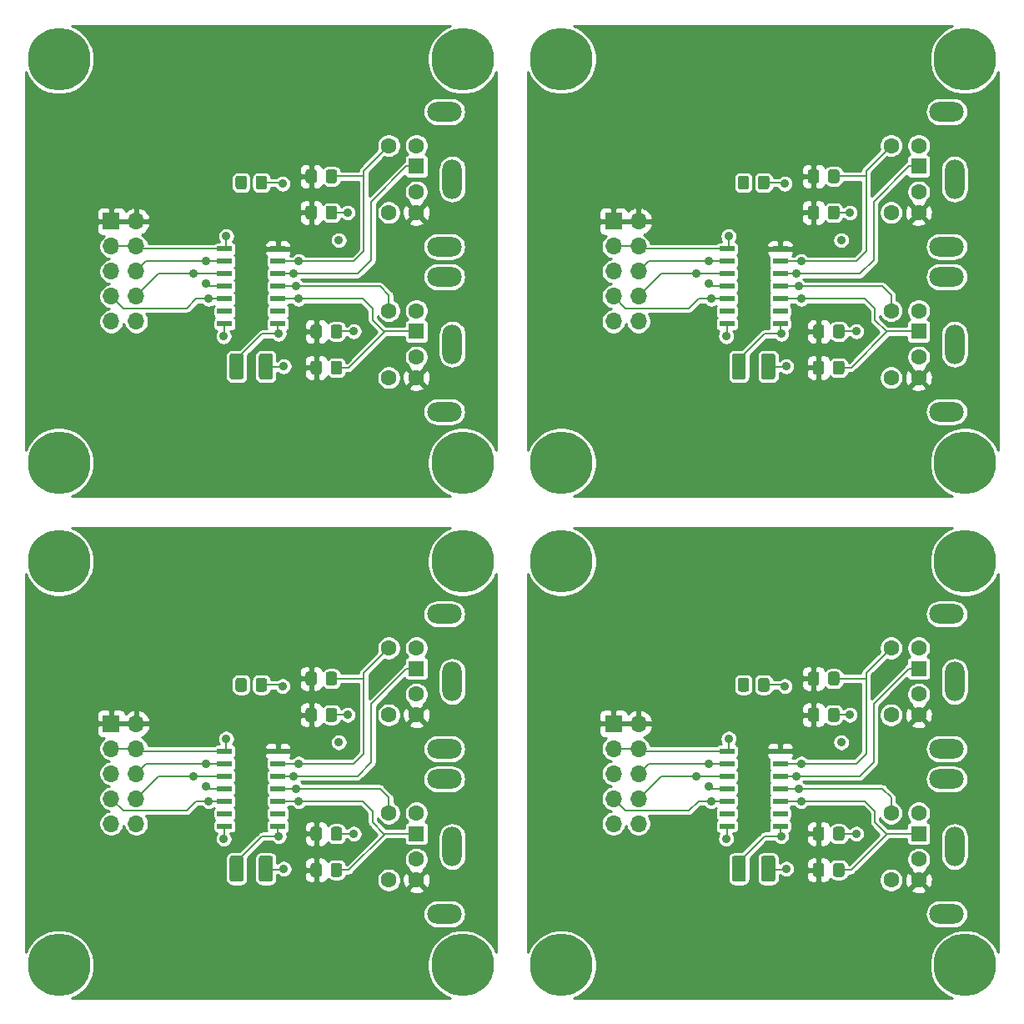
<source format=gtl>
%MOIN*%
%OFA0B0*%
%FSLAX46Y46*%
%IPPOS*%
%LPD*%
%ADD10C,0.25*%
%ADD11O,0.13779527559055119X0.07874015748031496*%
%ADD12R,0.062992125984251982X0.062992125984251982*%
%ADD13C,0.062992125984251982*%
%ADD14O,0.07874015748031496X0.15748031496062992*%
%ADD15R,0.066929133858267723X0.066929133858267723*%
%ADD16O,0.066929133858267723X0.066929133858267723*%
%ADD17R,0.059055118110236227X0.023622047244094488*%
%ADD18C,0.035*%
%ADD19C,0.008*%
%ADD20C,0.01*%
%ADD21C,0.005905511811023622*%
%ADD32C,0.25*%
%ADD33O,0.13779527559055119X0.07874015748031496*%
%ADD34R,0.062992125984251982X0.062992125984251982*%
%ADD35C,0.062992125984251982*%
%ADD36O,0.07874015748031496X0.15748031496062992*%
%ADD37R,0.066929133858267723X0.066929133858267723*%
%ADD38O,0.066929133858267723X0.066929133858267723*%
%ADD39R,0.059055118110236227X0.023622047244094488*%
%ADD40C,0.035*%
%ADD41C,0.008*%
%ADD42C,0.01*%
%ADD43C,0.005905511811023622*%
%ADD44C,0.25*%
%ADD45O,0.13779527559055119X0.07874015748031496*%
%ADD46R,0.062992125984251982X0.062992125984251982*%
%ADD47C,0.062992125984251982*%
%ADD48O,0.07874015748031496X0.15748031496062992*%
%ADD49R,0.066929133858267723X0.066929133858267723*%
%ADD50O,0.066929133858267723X0.066929133858267723*%
%ADD51R,0.059055118110236227X0.023622047244094488*%
%ADD52C,0.035*%
%ADD53C,0.008*%
%ADD54C,0.01*%
%ADD55C,0.005905511811023622*%
%ADD56C,0.25*%
%ADD57O,0.13779527559055119X0.07874015748031496*%
%ADD58R,0.062992125984251982X0.062992125984251982*%
%ADD59C,0.062992125984251982*%
%ADD60O,0.07874015748031496X0.15748031496062992*%
%ADD61R,0.066929133858267723X0.066929133858267723*%
%ADD62O,0.066929133858267723X0.066929133858267723*%
%ADD63R,0.059055118110236227X0.023622047244094488*%
%ADD64C,0.035*%
%ADD65C,0.008*%
%ADD66C,0.01*%
%ADD67C,0.005905511811023622*%
G01*
D10*
X-0000393700Y0002322834D02*
X0000157480Y0000157480D03*
X0001771653Y0000157480D03*
X0001771653Y0001771653D03*
X0000157480Y0001771653D03*
D11*
X0001698503Y0001021968D03*
X0001698503Y0001561338D03*
D12*
X0001586299Y0001342834D03*
D13*
X0001586299Y0001240472D03*
X0001586299Y0001425511D03*
X0001586299Y0001157795D03*
X0001476062Y0001425511D03*
X0001476062Y0001157795D03*
D14*
X0001730000Y0001291653D03*
X0001730000Y0000631653D03*
D13*
X0001476062Y0000497795D03*
X0001476062Y0000765511D03*
X0001586299Y0000497795D03*
X0001586299Y0000765511D03*
X0001586299Y0000580472D03*
D12*
X0001586299Y0000682834D03*
D11*
X0001698503Y0000901338D03*
X0001698503Y0000361968D03*
D15*
X0000366299Y0001122834D03*
D16*
X0000466299Y0001122834D03*
X0000366299Y0001022834D03*
X0000466299Y0001022834D03*
X0000366299Y0000922834D03*
X0000466299Y0000922834D03*
X0000366299Y0000822834D03*
X0000466299Y0000822834D03*
X0000366299Y0000722834D03*
X0000466299Y0000722834D03*
D17*
X0000820000Y0001012834D03*
X0000820000Y0000962834D03*
X0000820000Y0000912834D03*
X0000820000Y0000862834D03*
X0000820000Y0000812834D03*
X0000820000Y0000762834D03*
X0000820000Y0000712834D03*
X0001032598Y0000712834D03*
X0001032598Y0000762834D03*
X0001032598Y0000812834D03*
X0001032598Y0000862834D03*
X0001032598Y0000912834D03*
X0001032598Y0000962834D03*
X0001032598Y0001012834D03*
G36*
G01*
X0000839685Y0000500511D02*
X0000839685Y0000585157D01*
G75*
G02*
X0000849527Y0000595000I0000009842D01*
G01*
X0000885944Y0000595000D01*
G75*
G02*
X0000895787Y0000585157J-0000009842D01*
G01*
X0000895787Y0000500511D01*
G75*
G02*
X0000885944Y0000490669I-0000009842D01*
G01*
X0000849527Y0000490669D01*
G75*
G02*
X0000839685Y0000500511J0000009842D01*
G01*
G37*
G36*
G01*
X0000956810Y0000500511D02*
X0000956810Y0000585157D01*
G75*
G02*
X0000966653Y0000595000I0000009842D01*
G01*
X0001003070Y0000595000D01*
G75*
G02*
X0001012913Y0000585157J-0000009842D01*
G01*
X0001012913Y0000500511D01*
G75*
G02*
X0001003070Y0000490669I-0000009842D01*
G01*
X0000966653Y0000490669D01*
G75*
G02*
X0000956810Y0000500511J0000009842D01*
G01*
G37*
G36*
G01*
X0001143307Y0001285118D02*
X0001143307Y0001320551D01*
G75*
G02*
X0001153149Y0001330393I0000009842D01*
G01*
X0001178740Y0001330393D01*
G75*
G02*
X0001188582Y0001320551J-0000009842D01*
G01*
X0001188582Y0001285118D01*
G75*
G02*
X0001178740Y0001275275I-0000009842D01*
G01*
X0001153149Y0001275275D01*
G75*
G02*
X0001143307Y0001285118J0000009842D01*
G01*
G37*
G36*
G01*
X0001224015Y0001285118D02*
X0001224015Y0001320551D01*
G75*
G02*
X0001233858Y0001330393I0000009842D01*
G01*
X0001259448Y0001330393D01*
G75*
G02*
X0001269291Y0001320551J-0000009842D01*
G01*
X0001269291Y0001285118D01*
G75*
G02*
X0001259448Y0001275275I-0000009842D01*
G01*
X0001233858Y0001275275D01*
G75*
G02*
X0001224015Y0001285118J0000009842D01*
G01*
G37*
G36*
G01*
X0001224015Y0001140118D02*
X0001224015Y0001175551D01*
G75*
G02*
X0001233858Y0001185393I0000009842D01*
G01*
X0001259448Y0001185393D01*
G75*
G02*
X0001269291Y0001175551J-0000009842D01*
G01*
X0001269291Y0001140118D01*
G75*
G02*
X0001259448Y0001130275I-0000009842D01*
G01*
X0001233858Y0001130275D01*
G75*
G02*
X0001224015Y0001140118J0000009842D01*
G01*
G37*
G36*
G01*
X0001143307Y0001140118D02*
X0001143307Y0001175551D01*
G75*
G02*
X0001153149Y0001185393I0000009842D01*
G01*
X0001178740Y0001185393D01*
G75*
G02*
X0001188582Y0001175551J-0000009842D01*
G01*
X0001188582Y0001140118D01*
G75*
G02*
X0001178740Y0001130275I-0000009842D01*
G01*
X0001153149Y0001130275D01*
G75*
G02*
X0001143307Y0001140118J0000009842D01*
G01*
G37*
G36*
G01*
X0001163661Y0000665118D02*
X0001163661Y0000700551D01*
G75*
G02*
X0001173503Y0000710393I0000009842D01*
G01*
X0001199094Y0000710393D01*
G75*
G02*
X0001208937Y0000700551J-0000009842D01*
G01*
X0001208937Y0000665118D01*
G75*
G02*
X0001199094Y0000655275I-0000009842D01*
G01*
X0001173503Y0000655275D01*
G75*
G02*
X0001163661Y0000665118J0000009842D01*
G01*
G37*
G36*
G01*
X0001244370Y0000665118D02*
X0001244370Y0000700551D01*
G75*
G02*
X0001254212Y0000710393I0000009842D01*
G01*
X0001279803Y0000710393D01*
G75*
G02*
X0001289645Y0000700551J-0000009842D01*
G01*
X0001289645Y0000665118D01*
G75*
G02*
X0001279803Y0000655275I-0000009842D01*
G01*
X0001254212Y0000655275D01*
G75*
G02*
X0001244370Y0000665118J0000009842D01*
G01*
G37*
G36*
G01*
X0001244015Y0000520118D02*
X0001244015Y0000555551D01*
G75*
G02*
X0001253858Y0000565393I0000009842D01*
G01*
X0001279448Y0000565393D01*
G75*
G02*
X0001289291Y0000555551J-0000009842D01*
G01*
X0001289291Y0000520118D01*
G75*
G02*
X0001279448Y0000510275I-0000009842D01*
G01*
X0001253858Y0000510275D01*
G75*
G02*
X0001244015Y0000520118J0000009842D01*
G01*
G37*
G36*
G01*
X0001163307Y0000520118D02*
X0001163307Y0000555551D01*
G75*
G02*
X0001173149Y0000565393I0000009842D01*
G01*
X0001198740Y0000565393D01*
G75*
G02*
X0001208582Y0000555551J-0000009842D01*
G01*
X0001208582Y0000520118D01*
G75*
G02*
X0001198740Y0000510275I-0000009842D01*
G01*
X0001173149Y0000510275D01*
G75*
G02*
X0001163307Y0000520118J0000009842D01*
G01*
G37*
G36*
G01*
X0000863307Y0001260118D02*
X0000863307Y0001295551D01*
G75*
G02*
X0000873149Y0001305393I0000009842D01*
G01*
X0000898740Y0001305393D01*
G75*
G02*
X0000908582Y0001295551J-0000009842D01*
G01*
X0000908582Y0001260118D01*
G75*
G02*
X0000898740Y0001250275I-0000009842D01*
G01*
X0000873149Y0001250275D01*
G75*
G02*
X0000863307Y0001260118J0000009842D01*
G01*
G37*
G36*
G01*
X0000944015Y0001260118D02*
X0000944015Y0001295551D01*
G75*
G02*
X0000953858Y0001305393I0000009842D01*
G01*
X0000979448Y0001305393D01*
G75*
G02*
X0000989291Y0001295551J-0000009842D01*
G01*
X0000989291Y0001260118D01*
G75*
G02*
X0000979448Y0001250275I-0000009842D01*
G01*
X0000953858Y0001250275D01*
G75*
G02*
X0000944015Y0001260118J0000009842D01*
G01*
G37*
D18*
X0001276299Y0001047834D03*
X0001056299Y0000542834D03*
X0000816299Y0000662834D03*
X0001051299Y0001272834D03*
X0000696299Y0000912834D03*
X0000746299Y0000962834D03*
X0000746299Y0000872834D03*
X0000756299Y0000812834D03*
X0001096299Y0000912834D03*
X0001311299Y0001157834D03*
X0001116299Y0000962834D03*
X0001106299Y0000862834D03*
X0001336299Y0000682834D03*
X0001116299Y0000812834D03*
X0001036299Y0000672834D03*
X0000826299Y0001062834D03*
D19*
X0001273149Y0001044685D02*
X0001276299Y0001047834D01*
X0000981299Y0000539685D02*
X0001053149Y0000539685D01*
X0001053149Y0000539685D02*
X0001056299Y0000542834D01*
X0000820000Y0000712834D02*
X0000820000Y0000666535D01*
X0000820000Y0000666535D02*
X0000816299Y0000662834D01*
X0000984862Y0001277834D02*
X0001046299Y0001277834D01*
X0001046299Y0001277834D02*
X0001051299Y0001272834D01*
X0000556299Y0000912834D02*
X0000466299Y0000822834D01*
X0000820000Y0000912834D02*
X0000696299Y0000912834D01*
X0000696299Y0000912834D02*
X0000556299Y0000912834D01*
X0000506299Y0000962834D02*
X0000466299Y0000922834D01*
X0000820000Y0000962834D02*
X0000746299Y0000962834D01*
X0000746299Y0000962834D02*
X0000506299Y0000962834D01*
X0000820000Y0000862834D02*
X0000756299Y0000862834D01*
X0000756299Y0000862834D02*
X0000746299Y0000872834D01*
X0000413763Y0000775370D02*
X0000668834Y0000775370D01*
X0000366299Y0000822834D02*
X0000413763Y0000775370D01*
X0000668834Y0000775370D02*
X0000706299Y0000812834D01*
X0000706299Y0000812834D02*
X0000756299Y0000812834D01*
X0000756299Y0000812834D02*
X0000820000Y0000812834D01*
X0001032598Y0000912834D02*
X0001096299Y0000912834D01*
X0001096299Y0000912834D02*
X0001351299Y0000912834D01*
X0001351299Y0000912834D02*
X0001406299Y0000967834D01*
X0001546803Y0001342834D02*
X0001586299Y0001342834D01*
X0001406299Y0001202330D02*
X0001546803Y0001342834D01*
X0001406299Y0000967834D02*
X0001406299Y0001202330D01*
X0001246653Y0001157834D02*
X0001311299Y0001157834D01*
X0001474724Y0001432834D02*
X0001475866Y0001433976D01*
X0001032598Y0000962834D02*
X0001116299Y0000962834D01*
X0001116299Y0000962834D02*
X0001336299Y0000962834D01*
X0001336299Y0000962834D02*
X0001376299Y0001002834D01*
X0001376299Y0001325748D02*
X0001476062Y0001425511D01*
X0001273228Y0001302834D02*
X0001376299Y0001302834D01*
X0001246653Y0001302834D02*
X0001273228Y0001302834D01*
X0001376299Y0001002834D02*
X0001376299Y0001302834D01*
X0001376299Y0001302834D02*
X0001376299Y0001325748D01*
X0001106299Y0000862834D02*
X0001032598Y0000862834D01*
X0001106299Y0000862834D02*
X0001441299Y0000862834D01*
X0001476062Y0000828070D02*
X0001476062Y0000765511D01*
X0001441299Y0000862834D02*
X0001476062Y0000828070D01*
X0001267007Y0000682834D02*
X0001336299Y0000682834D01*
X0001032598Y0000812834D02*
X0001116299Y0000812834D01*
X0001116299Y0000812834D02*
X0001371299Y0000812834D01*
X0001371299Y0000812834D02*
X0001411299Y0000772834D01*
X0001411299Y0000727834D02*
X0001456299Y0000682834D01*
X0001411299Y0000772834D02*
X0001411299Y0000727834D01*
X0001316299Y0000537834D02*
X0001461299Y0000682834D01*
X0001266653Y0000537834D02*
X0001316299Y0000537834D01*
X0001456299Y0000682834D02*
X0001461299Y0000682834D01*
X0001461299Y0000682834D02*
X0001586299Y0000682834D01*
X0000413625Y0001022834D02*
X0000466299Y0001022834D01*
X0000366299Y0001022834D02*
X0000413625Y0001022834D01*
X0000476299Y0001012834D02*
X0000466299Y0001022834D01*
X0000820000Y0001012834D02*
X0000476299Y0001012834D01*
X0001032598Y0000712834D02*
X0001032598Y0000676535D01*
X0001032598Y0000676535D02*
X0001036299Y0000672834D01*
X0000826299Y0001019133D02*
X0000820000Y0001012834D01*
X0000826299Y0001062834D02*
X0000826299Y0001019133D01*
X0001011550Y0000672834D02*
X0001036299Y0000672834D01*
X0000969559Y0000672834D02*
X0001011550Y0000672834D01*
X0000873149Y0000576425D02*
X0000969559Y0000672834D01*
X0000873149Y0000542834D02*
X0000873149Y0000576425D01*
D20*
X0001704391Y0001897492D02*
X0001681133Y0001881952D01*
X0001661354Y0001862173D01*
X0001645814Y0001838915D01*
X0001635110Y0001813073D01*
X0001629653Y0001785639D01*
X0001629653Y0001757667D01*
X0001635110Y0001730233D01*
X0001645814Y0001704391D01*
X0001661354Y0001681133D01*
X0001681133Y0001661354D01*
X0001704391Y0001645814D01*
X0001730233Y0001635110D01*
X0001757667Y0001629653D01*
X0001785639Y0001629653D01*
X0001813073Y0001635110D01*
X0001838915Y0001645814D01*
X0001862173Y0001661354D01*
X0001881952Y0001681133D01*
X0001897492Y0001704391D01*
X0001904633Y0001721632D01*
X0001904633Y0000207501D01*
X0001897492Y0000224742D01*
X0001881952Y0000248000D01*
X0001862173Y0000267778D01*
X0001838915Y0000283319D01*
X0001813073Y0000294023D01*
X0001785639Y0000299480D01*
X0001757667Y0000299480D01*
X0001730233Y0000294023D01*
X0001704391Y0000283319D01*
X0001681133Y0000267778D01*
X0001661354Y0000248000D01*
X0001645814Y0000224742D01*
X0001635110Y0000198900D01*
X0001629653Y0000171466D01*
X0001629653Y0000143494D01*
X0001635110Y0000116060D01*
X0001645814Y0000090218D01*
X0001661354Y0000066960D01*
X0001681133Y0000047181D01*
X0001704391Y0000031641D01*
X0001721632Y0000024500D01*
X0000207501Y0000024500D01*
X0000224742Y0000031641D01*
X0000248000Y0000047181D01*
X0000267778Y0000066960D01*
X0000283319Y0000090218D01*
X0000294023Y0000116060D01*
X0000299480Y0000143494D01*
X0000299480Y0000171466D01*
X0000294023Y0000198900D01*
X0000283319Y0000224742D01*
X0000267778Y0000248000D01*
X0000248000Y0000267778D01*
X0000224742Y0000283319D01*
X0000198900Y0000294023D01*
X0000171466Y0000299480D01*
X0000143494Y0000299480D01*
X0000116060Y0000294023D01*
X0000090218Y0000283319D01*
X0000066960Y0000267778D01*
X0000047181Y0000248000D01*
X0000031641Y0000224742D01*
X0000024499Y0000207501D01*
X0000024499Y0000361968D01*
X0001612333Y0000361968D01*
X0001613421Y0000350917D01*
X0001616645Y0000340292D01*
X0001621879Y0000330499D01*
X0001628923Y0000321915D01*
X0001637507Y0000314871D01*
X0001647300Y0000309637D01*
X0001657925Y0000306414D01*
X0001666207Y0000305598D01*
X0001730800Y0000305598D01*
X0001739081Y0000306414D01*
X0001749707Y0000309637D01*
X0001759500Y0000314871D01*
X0001768084Y0000321915D01*
X0001775128Y0000330499D01*
X0001780362Y0000340292D01*
X0001783585Y0000350917D01*
X0001784674Y0000361968D01*
X0001783585Y0000373018D01*
X0001780362Y0000383644D01*
X0001775128Y0000393437D01*
X0001768084Y0000402021D01*
X0001759500Y0000409065D01*
X0001749707Y0000414299D01*
X0001739081Y0000417522D01*
X0001730800Y0000418338D01*
X0001666207Y0000418338D01*
X0001657925Y0000417522D01*
X0001647300Y0000414299D01*
X0001637507Y0000409065D01*
X0001628923Y0000402021D01*
X0001621879Y0000393437D01*
X0001616645Y0000383644D01*
X0001613421Y0000373018D01*
X0001612333Y0000361968D01*
X0000024499Y0000361968D01*
X0000024499Y0000585157D01*
X0000822602Y0000585157D01*
X0000822602Y0000500511D01*
X0000823120Y0000495259D01*
X0000824652Y0000490208D01*
X0000827140Y0000485553D01*
X0000830488Y0000481473D01*
X0000834568Y0000478124D01*
X0000839223Y0000475636D01*
X0000844274Y0000474104D01*
X0000849527Y0000473587D01*
X0000885944Y0000473587D01*
X0000891197Y0000474104D01*
X0000896248Y0000475636D01*
X0000900903Y0000478124D01*
X0000904983Y0000481473D01*
X0000908332Y0000485553D01*
X0000910820Y0000490208D01*
X0000912352Y0000495259D01*
X0000912869Y0000500511D01*
X0000912869Y0000585157D01*
X0000939728Y0000585157D01*
X0000939728Y0000500511D01*
X0000940246Y0000495259D01*
X0000941778Y0000490208D01*
X0000944266Y0000485553D01*
X0000947614Y0000481473D01*
X0000951694Y0000478124D01*
X0000956349Y0000475636D01*
X0000961400Y0000474104D01*
X0000966653Y0000473587D01*
X0001003070Y0000473587D01*
X0001008323Y0000474104D01*
X0001013374Y0000475636D01*
X0001018029Y0000478124D01*
X0001022109Y0000481473D01*
X0001025457Y0000485553D01*
X0001027946Y0000490208D01*
X0001029478Y0000495259D01*
X0001029995Y0000500511D01*
X0001029995Y0000518685D01*
X0001031658Y0000518685D01*
X0001034306Y0000516036D01*
X0001039957Y0000512261D01*
X0001046235Y0000509660D01*
X0001052901Y0000508334D01*
X0001059697Y0000508334D01*
X0001066362Y0000509660D01*
X0001067847Y0000510275D01*
X0001138186Y0000510275D01*
X0001138668Y0000505374D01*
X0001140098Y0000500662D01*
X0001142419Y0000496319D01*
X0001145543Y0000492512D01*
X0001149350Y0000489388D01*
X0001153693Y0000487066D01*
X0001158406Y0000485637D01*
X0001163307Y0000485154D01*
X0001174694Y0000485275D01*
X0001180944Y0000491525D01*
X0001180944Y0000532834D01*
X0001144557Y0000532834D01*
X0001138307Y0000526584D01*
X0001138186Y0000510275D01*
X0001067847Y0000510275D01*
X0001072641Y0000512261D01*
X0001078291Y0000516036D01*
X0001083097Y0000520842D01*
X0001086872Y0000526492D01*
X0001089473Y0000532771D01*
X0001090799Y0000539436D01*
X0001090799Y0000546232D01*
X0001089473Y0000552897D01*
X0001086872Y0000559176D01*
X0001083097Y0000564827D01*
X0001082530Y0000565393D01*
X0001138186Y0000565393D01*
X0001138307Y0000549084D01*
X0001144557Y0000542834D01*
X0001180944Y0000542834D01*
X0001180944Y0000584143D01*
X0001174694Y0000590393D01*
X0001163307Y0000590514D01*
X0001158406Y0000590031D01*
X0001153693Y0000588602D01*
X0001149350Y0000586280D01*
X0001145543Y0000583156D01*
X0001142419Y0000579350D01*
X0001140098Y0000575007D01*
X0001138668Y0000570294D01*
X0001138186Y0000565393D01*
X0001082530Y0000565393D01*
X0001078291Y0000569632D01*
X0001072641Y0000573408D01*
X0001066362Y0000576008D01*
X0001059697Y0000577334D01*
X0001052901Y0000577334D01*
X0001046235Y0000576008D01*
X0001039957Y0000573408D01*
X0001034306Y0000569632D01*
X0001029995Y0000565321D01*
X0001029995Y0000585157D01*
X0001029478Y0000590410D01*
X0001027946Y0000595461D01*
X0001025457Y0000600116D01*
X0001022109Y0000604196D01*
X0001018029Y0000607544D01*
X0001013374Y0000610032D01*
X0001008323Y0000611564D01*
X0001003070Y0000612082D01*
X0000966653Y0000612082D01*
X0000961400Y0000611564D01*
X0000956349Y0000610032D01*
X0000951694Y0000607544D01*
X0000947614Y0000604196D01*
X0000944266Y0000600116D01*
X0000941778Y0000595461D01*
X0000940246Y0000590410D01*
X0000939728Y0000585157D01*
X0000912869Y0000585157D01*
X0000912754Y0000586331D01*
X0000978257Y0000651834D01*
X0001008838Y0000651834D01*
X0001009501Y0000650842D01*
X0001014306Y0000646036D01*
X0001019957Y0000642261D01*
X0001026235Y0000639660D01*
X0001032901Y0000638334D01*
X0001039697Y0000638334D01*
X0001046362Y0000639660D01*
X0001052641Y0000642261D01*
X0001058291Y0000646036D01*
X0001063097Y0000650842D01*
X0001066059Y0000655275D01*
X0001138540Y0000655275D01*
X0001139023Y0000650374D01*
X0001140452Y0000645662D01*
X0001142774Y0000641319D01*
X0001145898Y0000637512D01*
X0001149704Y0000634388D01*
X0001154048Y0000632066D01*
X0001158760Y0000630637D01*
X0001163661Y0000630154D01*
X0001175049Y0000630275D01*
X0001181299Y0000636525D01*
X0001181299Y0000677834D01*
X0001144911Y0000677834D01*
X0001138661Y0000671584D01*
X0001138540Y0000655275D01*
X0001066059Y0000655275D01*
X0001066872Y0000656492D01*
X0001069473Y0000662771D01*
X0001070799Y0000669436D01*
X0001070799Y0000676232D01*
X0001069473Y0000682897D01*
X0001068520Y0000685198D01*
X0001068663Y0000685241D01*
X0001071616Y0000686820D01*
X0001074204Y0000688944D01*
X0001076329Y0000691533D01*
X0001077907Y0000694486D01*
X0001078879Y0000697691D01*
X0001079208Y0000701023D01*
X0001079208Y0000710393D01*
X0001138540Y0000710393D01*
X0001138661Y0000694084D01*
X0001144911Y0000687834D01*
X0001181299Y0000687834D01*
X0001181299Y0000729143D01*
X0001191299Y0000729143D01*
X0001191299Y0000687834D01*
X0001192086Y0000687834D01*
X0001192086Y0000677834D01*
X0001191299Y0000677834D01*
X0001191299Y0000636525D01*
X0001197549Y0000630275D01*
X0001208937Y0000630154D01*
X0001213837Y0000630637D01*
X0001218550Y0000632066D01*
X0001222893Y0000634388D01*
X0001226700Y0000637512D01*
X0001229824Y0000641319D01*
X0001232145Y0000645662D01*
X0001233055Y0000648660D01*
X0001235173Y0000646079D01*
X0001239253Y0000642730D01*
X0001243908Y0000640242D01*
X0001248959Y0000638710D01*
X0001254212Y0000638193D01*
X0001279803Y0000638193D01*
X0001285055Y0000638710D01*
X0001290106Y0000640242D01*
X0001294761Y0000642730D01*
X0001298841Y0000646079D01*
X0001302190Y0000650159D01*
X0001304678Y0000654814D01*
X0001306210Y0000659865D01*
X0001306404Y0000661834D01*
X0001308838Y0000661834D01*
X0001309501Y0000660842D01*
X0001314306Y0000656036D01*
X0001319957Y0000652261D01*
X0001326235Y0000649660D01*
X0001332901Y0000648334D01*
X0001339697Y0000648334D01*
X0001346362Y0000649660D01*
X0001352641Y0000652261D01*
X0001358291Y0000656036D01*
X0001363097Y0000660842D01*
X0001366872Y0000666492D01*
X0001369473Y0000672771D01*
X0001370799Y0000679436D01*
X0001370799Y0000686232D01*
X0001369473Y0000692897D01*
X0001366872Y0000699176D01*
X0001363097Y0000704827D01*
X0001358291Y0000709632D01*
X0001352641Y0000713408D01*
X0001346362Y0000716008D01*
X0001339697Y0000717334D01*
X0001332901Y0000717334D01*
X0001326235Y0000716008D01*
X0001319957Y0000713408D01*
X0001314306Y0000709632D01*
X0001309501Y0000704827D01*
X0001308838Y0000703834D01*
X0001306404Y0000703834D01*
X0001306210Y0000705803D01*
X0001304678Y0000710854D01*
X0001302190Y0000715509D01*
X0001298841Y0000719589D01*
X0001294761Y0000722938D01*
X0001290106Y0000725426D01*
X0001285055Y0000726958D01*
X0001279803Y0000727475D01*
X0001254212Y0000727475D01*
X0001248959Y0000726958D01*
X0001243908Y0000725426D01*
X0001239253Y0000722938D01*
X0001235173Y0000719589D01*
X0001233055Y0000717008D01*
X0001232145Y0000720007D01*
X0001229824Y0000724350D01*
X0001226700Y0000728156D01*
X0001222893Y0000731280D01*
X0001218550Y0000733602D01*
X0001213837Y0000735031D01*
X0001208937Y0000735514D01*
X0001197549Y0000735393D01*
X0001191299Y0000729143D01*
X0001181299Y0000729143D01*
X0001175049Y0000735393D01*
X0001163661Y0000735514D01*
X0001158760Y0000735031D01*
X0001154048Y0000733602D01*
X0001149704Y0000731280D01*
X0001145898Y0000728156D01*
X0001142774Y0000724350D01*
X0001140452Y0000720007D01*
X0001139023Y0000715294D01*
X0001138540Y0000710393D01*
X0001079208Y0000710393D01*
X0001079208Y0000724645D01*
X0001078879Y0000727978D01*
X0001077907Y0000731182D01*
X0001076329Y0000734136D01*
X0001074204Y0000736724D01*
X0001072852Y0000737834D01*
X0001074204Y0000738944D01*
X0001076329Y0000741533D01*
X0001077907Y0000744486D01*
X0001078879Y0000747691D01*
X0001079208Y0000751023D01*
X0001079208Y0000774645D01*
X0001078879Y0000777978D01*
X0001077907Y0000781182D01*
X0001076329Y0000784136D01*
X0001074204Y0000786724D01*
X0001072852Y0000787834D01*
X0001074204Y0000788944D01*
X0001076329Y0000791533D01*
X0001076490Y0000791834D01*
X0001088838Y0000791834D01*
X0001089501Y0000790842D01*
X0001094306Y0000786036D01*
X0001099957Y0000782261D01*
X0001106235Y0000779660D01*
X0001112901Y0000778334D01*
X0001119697Y0000778334D01*
X0001126362Y0000779660D01*
X0001132641Y0000782261D01*
X0001138291Y0000786036D01*
X0001143097Y0000790842D01*
X0001143760Y0000791834D01*
X0001362600Y0000791834D01*
X0001390299Y0000764136D01*
X0001390299Y0000728865D01*
X0001390197Y0000727834D01*
X0001390603Y0000723717D01*
X0001391803Y0000719759D01*
X0001393304Y0000716951D01*
X0001393753Y0000716111D01*
X0001394829Y0000714800D01*
X0001395720Y0000713714D01*
X0001395720Y0000713714D01*
X0001396378Y0000712913D01*
X0001397179Y0000712256D01*
X0001429100Y0000680334D01*
X0001307600Y0000558834D01*
X0001306050Y0000558834D01*
X0001305856Y0000560803D01*
X0001304324Y0000565854D01*
X0001301835Y0000570509D01*
X0001298487Y0000574589D01*
X0001294407Y0000577938D01*
X0001289752Y0000580426D01*
X0001284701Y0000581958D01*
X0001279448Y0000582475D01*
X0001253858Y0000582475D01*
X0001248605Y0000581958D01*
X0001243554Y0000580426D01*
X0001238899Y0000577938D01*
X0001234819Y0000574589D01*
X0001232701Y0000572008D01*
X0001231791Y0000575007D01*
X0001229469Y0000579350D01*
X0001226345Y0000583156D01*
X0001222539Y0000586280D01*
X0001218196Y0000588602D01*
X0001213483Y0000590031D01*
X0001208582Y0000590514D01*
X0001197194Y0000590393D01*
X0001190944Y0000584143D01*
X0001190944Y0000542834D01*
X0001191732Y0000542834D01*
X0001191732Y0000532834D01*
X0001190944Y0000532834D01*
X0001190944Y0000491525D01*
X0001197194Y0000485275D01*
X0001208582Y0000485154D01*
X0001213483Y0000485637D01*
X0001218196Y0000487066D01*
X0001222539Y0000489388D01*
X0001226345Y0000492512D01*
X0001229469Y0000496319D01*
X0001231791Y0000500662D01*
X0001232701Y0000503660D01*
X0001234819Y0000501079D01*
X0001238899Y0000497730D01*
X0001243554Y0000495242D01*
X0001248605Y0000493710D01*
X0001253858Y0000493193D01*
X0001279448Y0000493193D01*
X0001284701Y0000493710D01*
X0001289752Y0000495242D01*
X0001294407Y0000497730D01*
X0001298487Y0000501079D01*
X0001299712Y0000502571D01*
X0001427566Y0000502571D01*
X0001427566Y0000493018D01*
X0001429430Y0000483649D01*
X0001433086Y0000474823D01*
X0001438393Y0000466880D01*
X0001445148Y0000460125D01*
X0001453091Y0000454818D01*
X0001461917Y0000451162D01*
X0001471286Y0000449299D01*
X0001480839Y0000449299D01*
X0001490208Y0000451162D01*
X0001499034Y0000454818D01*
X0001504862Y0000458712D01*
X0001554287Y0000458712D01*
X0001557105Y0000449107D01*
X0001567165Y0000444347D01*
X0001577960Y0000441641D01*
X0001589075Y0000441093D01*
X0001600083Y0000442724D01*
X0001610562Y0000446472D01*
X0001615492Y0000449107D01*
X0001618310Y0000458712D01*
X0001586299Y0000490724D01*
X0001554287Y0000458712D01*
X0001504862Y0000458712D01*
X0001506977Y0000460125D01*
X0001513732Y0000466880D01*
X0001519039Y0000474823D01*
X0001522695Y0000483649D01*
X0001524559Y0000493018D01*
X0001524559Y0000495019D01*
X0001529597Y0000495019D01*
X0001531228Y0000484010D01*
X0001534976Y0000473531D01*
X0001537611Y0000468601D01*
X0001547216Y0000465783D01*
X0001579228Y0000497795D01*
X0001593370Y0000497795D01*
X0001625381Y0000465783D01*
X0001634987Y0000468601D01*
X0001639746Y0000478661D01*
X0001642452Y0000489456D01*
X0001643000Y0000500571D01*
X0001641369Y0000511579D01*
X0001637622Y0000522058D01*
X0001634987Y0000526988D01*
X0001625381Y0000529806D01*
X0001593370Y0000497795D01*
X0001579228Y0000497795D01*
X0001547216Y0000529806D01*
X0001537611Y0000526988D01*
X0001532851Y0000516929D01*
X0001530145Y0000506134D01*
X0001529597Y0000495019D01*
X0001524559Y0000495019D01*
X0001524559Y0000502571D01*
X0001522695Y0000511941D01*
X0001519039Y0000520766D01*
X0001513732Y0000528709D01*
X0001506977Y0000535464D01*
X0001499034Y0000540771D01*
X0001490208Y0000544427D01*
X0001480839Y0000546291D01*
X0001471286Y0000546291D01*
X0001461917Y0000544427D01*
X0001453091Y0000540771D01*
X0001445148Y0000535464D01*
X0001438393Y0000528709D01*
X0001433086Y0000520766D01*
X0001429430Y0000511941D01*
X0001427566Y0000502571D01*
X0001299712Y0000502571D01*
X0001301835Y0000505159D01*
X0001304324Y0000509814D01*
X0001305856Y0000514865D01*
X0001306050Y0000516834D01*
X0001315268Y0000516834D01*
X0001316299Y0000516733D01*
X0001317330Y0000516834D01*
X0001317330Y0000516834D01*
X0001320415Y0000517138D01*
X0001324374Y0000518339D01*
X0001328022Y0000520289D01*
X0001331220Y0000522913D01*
X0001331877Y0000523714D01*
X0001393411Y0000585248D01*
X0001537803Y0000585248D01*
X0001537803Y0000575695D01*
X0001539666Y0000566326D01*
X0001543322Y0000557500D01*
X0001548629Y0000549557D01*
X0001555384Y0000542803D01*
X0001555920Y0000542444D01*
X0001554287Y0000536878D01*
X0001586299Y0000504866D01*
X0001618310Y0000536878D01*
X0001616677Y0000542444D01*
X0001617213Y0000542803D01*
X0001623968Y0000549557D01*
X0001629275Y0000557500D01*
X0001632931Y0000566326D01*
X0001634795Y0000575695D01*
X0001634795Y0000585248D01*
X0001632931Y0000594618D01*
X0001629275Y0000603443D01*
X0001623968Y0000611386D01*
X0001617213Y0000618141D01*
X0001609270Y0000623449D01*
X0001600445Y0000627104D01*
X0001591075Y0000628968D01*
X0001581522Y0000628968D01*
X0001572153Y0000627104D01*
X0001563327Y0000623449D01*
X0001555384Y0000618141D01*
X0001548629Y0000611386D01*
X0001543322Y0000603443D01*
X0001539666Y0000594618D01*
X0001537803Y0000585248D01*
X0001393411Y0000585248D01*
X0001469997Y0000661834D01*
X0001537720Y0000661834D01*
X0001537720Y0000651338D01*
X0001538049Y0000648005D01*
X0001539021Y0000644801D01*
X0001540599Y0000641848D01*
X0001542724Y0000639259D01*
X0001545312Y0000637135D01*
X0001548266Y0000635556D01*
X0001551470Y0000634584D01*
X0001554803Y0000634256D01*
X0001617795Y0000634256D01*
X0001621127Y0000634584D01*
X0001624332Y0000635556D01*
X0001627285Y0000637135D01*
X0001629874Y0000639259D01*
X0001631998Y0000641848D01*
X0001633577Y0000644801D01*
X0001634549Y0000648005D01*
X0001634877Y0000651338D01*
X0001634877Y0000673792D01*
X0001673629Y0000673792D01*
X0001673629Y0000589514D01*
X0001674445Y0000581232D01*
X0001677668Y0000570607D01*
X0001682903Y0000560814D01*
X0001689947Y0000552230D01*
X0001698530Y0000545186D01*
X0001708323Y0000539952D01*
X0001718949Y0000536729D01*
X0001730000Y0000535640D01*
X0001741050Y0000536729D01*
X0001751676Y0000539952D01*
X0001761469Y0000545186D01*
X0001770052Y0000552230D01*
X0001777096Y0000560814D01*
X0001782331Y0000570607D01*
X0001785554Y0000581232D01*
X0001786370Y0000589514D01*
X0001786370Y0000673792D01*
X0001785554Y0000682074D01*
X0001782331Y0000692699D01*
X0001777096Y0000702492D01*
X0001770052Y0000711076D01*
X0001761469Y0000718120D01*
X0001751676Y0000723354D01*
X0001741050Y0000726577D01*
X0001730000Y0000727666D01*
X0001718949Y0000726577D01*
X0001708323Y0000723354D01*
X0001698530Y0000718120D01*
X0001689947Y0000711076D01*
X0001682903Y0000702492D01*
X0001677668Y0000692699D01*
X0001674445Y0000682074D01*
X0001673629Y0000673792D01*
X0001634877Y0000673792D01*
X0001634877Y0000714330D01*
X0001634549Y0000717663D01*
X0001633577Y0000720867D01*
X0001631998Y0000723821D01*
X0001629874Y0000726409D01*
X0001627285Y0000728534D01*
X0001624332Y0000730112D01*
X0001621127Y0000731084D01*
X0001620516Y0000731144D01*
X0001623968Y0000734597D01*
X0001629275Y0000742540D01*
X0001632931Y0000751366D01*
X0001634795Y0000760735D01*
X0001634795Y0000770288D01*
X0001632931Y0000779657D01*
X0001629275Y0000788483D01*
X0001623968Y0000796426D01*
X0001617213Y0000803181D01*
X0001609270Y0000808488D01*
X0001600445Y0000812144D01*
X0001591075Y0000814007D01*
X0001581522Y0000814007D01*
X0001572153Y0000812144D01*
X0001563327Y0000808488D01*
X0001555384Y0000803181D01*
X0001548629Y0000796426D01*
X0001543322Y0000788483D01*
X0001539666Y0000779657D01*
X0001537803Y0000770288D01*
X0001537803Y0000760735D01*
X0001539666Y0000751366D01*
X0001543322Y0000742540D01*
X0001548629Y0000734597D01*
X0001552082Y0000731144D01*
X0001551470Y0000731084D01*
X0001548266Y0000730112D01*
X0001545312Y0000728534D01*
X0001542724Y0000726409D01*
X0001540599Y0000723821D01*
X0001539021Y0000720867D01*
X0001538049Y0000717663D01*
X0001537720Y0000714330D01*
X0001537720Y0000703834D01*
X0001464997Y0000703834D01*
X0001432299Y0000736533D01*
X0001432299Y0000744440D01*
X0001433086Y0000742540D01*
X0001438393Y0000734597D01*
X0001445148Y0000727842D01*
X0001453091Y0000722535D01*
X0001461917Y0000718879D01*
X0001471286Y0000717015D01*
X0001480839Y0000717015D01*
X0001490208Y0000718879D01*
X0001499034Y0000722535D01*
X0001506977Y0000727842D01*
X0001513732Y0000734597D01*
X0001519039Y0000742540D01*
X0001522695Y0000751366D01*
X0001524559Y0000760735D01*
X0001524559Y0000770288D01*
X0001522695Y0000779657D01*
X0001519039Y0000788483D01*
X0001513732Y0000796426D01*
X0001506977Y0000803181D01*
X0001499034Y0000808488D01*
X0001497062Y0000809305D01*
X0001497062Y0000827039D01*
X0001497164Y0000828070D01*
X0001496759Y0000832187D01*
X0001496259Y0000833834D01*
X0001495558Y0000836146D01*
X0001493608Y0000839794D01*
X0001490984Y0000842991D01*
X0001490182Y0000843649D01*
X0001456877Y0000876954D01*
X0001456220Y0000877755D01*
X0001453022Y0000880379D01*
X0001449374Y0000882329D01*
X0001445415Y0000883530D01*
X0001442330Y0000883834D01*
X0001442330Y0000883834D01*
X0001441299Y0000883936D01*
X0001440268Y0000883834D01*
X0001133760Y0000883834D01*
X0001133097Y0000884827D01*
X0001128291Y0000889632D01*
X0001124996Y0000891834D01*
X0001350268Y0000891834D01*
X0001351299Y0000891733D01*
X0001352330Y0000891834D01*
X0001352330Y0000891834D01*
X0001355415Y0000892138D01*
X0001359374Y0000893339D01*
X0001363022Y0000895289D01*
X0001366220Y0000897913D01*
X0001366877Y0000898714D01*
X0001369501Y0000901338D01*
X0001612333Y0000901338D01*
X0001613421Y0000890288D01*
X0001616645Y0000879662D01*
X0001621879Y0000869869D01*
X0001628923Y0000861286D01*
X0001637507Y0000854241D01*
X0001647300Y0000849007D01*
X0001657925Y0000845784D01*
X0001666207Y0000844968D01*
X0001730800Y0000844968D01*
X0001739081Y0000845784D01*
X0001749707Y0000849007D01*
X0001759500Y0000854241D01*
X0001768084Y0000861286D01*
X0001775128Y0000869869D01*
X0001780362Y0000879662D01*
X0001783585Y0000890288D01*
X0001784674Y0000901338D01*
X0001783585Y0000912389D01*
X0001780362Y0000923014D01*
X0001775128Y0000932807D01*
X0001768084Y0000941391D01*
X0001759500Y0000948435D01*
X0001749707Y0000953669D01*
X0001739081Y0000956892D01*
X0001730800Y0000957708D01*
X0001666207Y0000957708D01*
X0001657925Y0000956892D01*
X0001647300Y0000953669D01*
X0001637507Y0000948435D01*
X0001628923Y0000941391D01*
X0001621879Y0000932807D01*
X0001616645Y0000923014D01*
X0001613421Y0000912389D01*
X0001612333Y0000901338D01*
X0001369501Y0000901338D01*
X0001420419Y0000952256D01*
X0001421220Y0000952913D01*
X0001423844Y0000956111D01*
X0001425794Y0000959759D01*
X0001426995Y0000963717D01*
X0001427299Y0000966803D01*
X0001427299Y0000966803D01*
X0001427400Y0000967834D01*
X0001427299Y0000968865D01*
X0001427299Y0001021968D01*
X0001612333Y0001021968D01*
X0001613421Y0001010918D01*
X0001616645Y0001000292D01*
X0001621879Y0000990499D01*
X0001628923Y0000981915D01*
X0001637507Y0000974871D01*
X0001647300Y0000969637D01*
X0001657925Y0000966414D01*
X0001666207Y0000965598D01*
X0001730800Y0000965598D01*
X0001739081Y0000966414D01*
X0001749707Y0000969637D01*
X0001759500Y0000974871D01*
X0001768084Y0000981915D01*
X0001775128Y0000990499D01*
X0001780362Y0001000292D01*
X0001783585Y0001010918D01*
X0001784674Y0001021968D01*
X0001783585Y0001033018D01*
X0001780362Y0001043644D01*
X0001775128Y0001053437D01*
X0001768084Y0001062020D01*
X0001759500Y0001069065D01*
X0001749707Y0001074299D01*
X0001739081Y0001077522D01*
X0001730800Y0001078338D01*
X0001666207Y0001078338D01*
X0001657925Y0001077522D01*
X0001647300Y0001074299D01*
X0001637507Y0001069065D01*
X0001628923Y0001062020D01*
X0001621879Y0001053437D01*
X0001616645Y0001043644D01*
X0001613421Y0001033018D01*
X0001612333Y0001021968D01*
X0001427299Y0001021968D01*
X0001427299Y0001162571D01*
X0001427566Y0001162571D01*
X0001427566Y0001153018D01*
X0001429430Y0001143649D01*
X0001433086Y0001134823D01*
X0001438393Y0001126880D01*
X0001445148Y0001120125D01*
X0001453091Y0001114818D01*
X0001461917Y0001111162D01*
X0001471286Y0001109299D01*
X0001480839Y0001109299D01*
X0001490208Y0001111162D01*
X0001499034Y0001114818D01*
X0001504862Y0001118712D01*
X0001554287Y0001118712D01*
X0001557105Y0001109107D01*
X0001567165Y0001104347D01*
X0001577960Y0001101641D01*
X0001589075Y0001101093D01*
X0001600083Y0001102724D01*
X0001610562Y0001106472D01*
X0001615492Y0001109107D01*
X0001618310Y0001118712D01*
X0001586299Y0001150724D01*
X0001554287Y0001118712D01*
X0001504862Y0001118712D01*
X0001506977Y0001120125D01*
X0001513732Y0001126880D01*
X0001519039Y0001134823D01*
X0001522695Y0001143649D01*
X0001524559Y0001153018D01*
X0001524559Y0001155019D01*
X0001529597Y0001155019D01*
X0001531228Y0001144010D01*
X0001534976Y0001133531D01*
X0001537611Y0001128601D01*
X0001547216Y0001125783D01*
X0001579228Y0001157795D01*
X0001593370Y0001157795D01*
X0001625381Y0001125783D01*
X0001634987Y0001128601D01*
X0001639746Y0001138661D01*
X0001642452Y0001149456D01*
X0001643000Y0001160571D01*
X0001641369Y0001171579D01*
X0001637622Y0001182058D01*
X0001634987Y0001186988D01*
X0001625381Y0001189806D01*
X0001593370Y0001157795D01*
X0001579228Y0001157795D01*
X0001547216Y0001189806D01*
X0001537611Y0001186988D01*
X0001532851Y0001176929D01*
X0001530145Y0001166134D01*
X0001529597Y0001155019D01*
X0001524559Y0001155019D01*
X0001524559Y0001162571D01*
X0001522695Y0001171941D01*
X0001519039Y0001180766D01*
X0001513732Y0001188709D01*
X0001506977Y0001195464D01*
X0001499034Y0001200771D01*
X0001490208Y0001204427D01*
X0001480839Y0001206291D01*
X0001471286Y0001206291D01*
X0001461917Y0001204427D01*
X0001453091Y0001200771D01*
X0001445148Y0001195464D01*
X0001438393Y0001188709D01*
X0001433086Y0001180766D01*
X0001429430Y0001171941D01*
X0001427566Y0001162571D01*
X0001427299Y0001162571D01*
X0001427299Y0001193632D01*
X0001478915Y0001245248D01*
X0001537803Y0001245248D01*
X0001537803Y0001235695D01*
X0001539666Y0001226326D01*
X0001543322Y0001217500D01*
X0001548629Y0001209557D01*
X0001555384Y0001202803D01*
X0001555920Y0001202444D01*
X0001554287Y0001196878D01*
X0001586299Y0001164866D01*
X0001618310Y0001196878D01*
X0001616677Y0001202444D01*
X0001617213Y0001202803D01*
X0001623968Y0001209557D01*
X0001629275Y0001217500D01*
X0001632931Y0001226326D01*
X0001634795Y0001235695D01*
X0001634795Y0001245248D01*
X0001632931Y0001254618D01*
X0001629275Y0001263443D01*
X0001623968Y0001271386D01*
X0001617213Y0001278141D01*
X0001609270Y0001283449D01*
X0001600445Y0001287104D01*
X0001591075Y0001288968D01*
X0001581522Y0001288968D01*
X0001572153Y0001287104D01*
X0001563327Y0001283449D01*
X0001555384Y0001278141D01*
X0001548629Y0001271386D01*
X0001543322Y0001263443D01*
X0001539666Y0001254618D01*
X0001537803Y0001245248D01*
X0001478915Y0001245248D01*
X0001538892Y0001305225D01*
X0001539021Y0001304801D01*
X0001540599Y0001301848D01*
X0001542724Y0001299259D01*
X0001545312Y0001297135D01*
X0001548266Y0001295556D01*
X0001551470Y0001294584D01*
X0001554803Y0001294256D01*
X0001617795Y0001294256D01*
X0001621127Y0001294584D01*
X0001624332Y0001295556D01*
X0001627285Y0001297135D01*
X0001629874Y0001299259D01*
X0001631998Y0001301848D01*
X0001633577Y0001304801D01*
X0001634549Y0001308005D01*
X0001634877Y0001311338D01*
X0001634877Y0001333792D01*
X0001673629Y0001333792D01*
X0001673629Y0001249514D01*
X0001674445Y0001241232D01*
X0001677668Y0001230607D01*
X0001682903Y0001220814D01*
X0001689947Y0001212230D01*
X0001698530Y0001205186D01*
X0001708323Y0001199952D01*
X0001718949Y0001196729D01*
X0001730000Y0001195640D01*
X0001741050Y0001196729D01*
X0001751676Y0001199952D01*
X0001761469Y0001205186D01*
X0001770052Y0001212230D01*
X0001777096Y0001220814D01*
X0001782331Y0001230607D01*
X0001785554Y0001241232D01*
X0001786370Y0001249514D01*
X0001786370Y0001333792D01*
X0001785554Y0001342074D01*
X0001782331Y0001352699D01*
X0001777096Y0001362492D01*
X0001770052Y0001371076D01*
X0001761469Y0001378120D01*
X0001751676Y0001383354D01*
X0001741050Y0001386578D01*
X0001730000Y0001387666D01*
X0001718949Y0001386578D01*
X0001708323Y0001383354D01*
X0001698530Y0001378120D01*
X0001689947Y0001371076D01*
X0001682903Y0001362492D01*
X0001677668Y0001352699D01*
X0001674445Y0001342074D01*
X0001673629Y0001333792D01*
X0001634877Y0001333792D01*
X0001634877Y0001374330D01*
X0001634549Y0001377663D01*
X0001633577Y0001380867D01*
X0001631998Y0001383821D01*
X0001629874Y0001386409D01*
X0001627285Y0001388534D01*
X0001624332Y0001390112D01*
X0001621127Y0001391084D01*
X0001620516Y0001391144D01*
X0001623968Y0001394597D01*
X0001629275Y0001402540D01*
X0001632931Y0001411366D01*
X0001634795Y0001420735D01*
X0001634795Y0001430288D01*
X0001632931Y0001439657D01*
X0001629275Y0001448483D01*
X0001623968Y0001456426D01*
X0001617213Y0001463181D01*
X0001609270Y0001468488D01*
X0001600445Y0001472144D01*
X0001591075Y0001474007D01*
X0001581522Y0001474007D01*
X0001572153Y0001472144D01*
X0001563327Y0001468488D01*
X0001555384Y0001463181D01*
X0001548629Y0001456426D01*
X0001543322Y0001448483D01*
X0001539666Y0001439657D01*
X0001537803Y0001430288D01*
X0001537803Y0001420735D01*
X0001539666Y0001411366D01*
X0001543322Y0001402540D01*
X0001548629Y0001394597D01*
X0001552082Y0001391144D01*
X0001551470Y0001391084D01*
X0001548266Y0001390112D01*
X0001545312Y0001388534D01*
X0001542724Y0001386409D01*
X0001540599Y0001383821D01*
X0001539021Y0001380867D01*
X0001538049Y0001377663D01*
X0001537720Y0001374330D01*
X0001537720Y0001361791D01*
X0001535079Y0001360379D01*
X0001531882Y0001357755D01*
X0001531224Y0001356954D01*
X0001397299Y0001223029D01*
X0001397299Y0001301803D01*
X0001397400Y0001302834D01*
X0001397299Y0001303865D01*
X0001397299Y0001317049D01*
X0001459945Y0001379696D01*
X0001461917Y0001378879D01*
X0001471286Y0001377015D01*
X0001480839Y0001377015D01*
X0001490208Y0001378879D01*
X0001499034Y0001382535D01*
X0001506977Y0001387842D01*
X0001513732Y0001394597D01*
X0001519039Y0001402540D01*
X0001522695Y0001411366D01*
X0001524559Y0001420735D01*
X0001524559Y0001430288D01*
X0001522695Y0001439657D01*
X0001519039Y0001448483D01*
X0001513732Y0001456426D01*
X0001506977Y0001463181D01*
X0001499034Y0001468488D01*
X0001490208Y0001472144D01*
X0001480839Y0001474007D01*
X0001471286Y0001474007D01*
X0001461917Y0001472144D01*
X0001453091Y0001468488D01*
X0001445148Y0001463181D01*
X0001438393Y0001456426D01*
X0001433086Y0001448483D01*
X0001429430Y0001439657D01*
X0001427566Y0001430288D01*
X0001427566Y0001420735D01*
X0001429430Y0001411366D01*
X0001430247Y0001409394D01*
X0001362179Y0001341326D01*
X0001361378Y0001340669D01*
X0001360720Y0001339868D01*
X0001360720Y0001339867D01*
X0001360492Y0001339589D01*
X0001358753Y0001337471D01*
X0001358753Y0001337471D01*
X0001356803Y0001333823D01*
X0001355981Y0001331111D01*
X0001355603Y0001329864D01*
X0001355299Y0001326779D01*
X0001355299Y0001326779D01*
X0001355197Y0001325748D01*
X0001355299Y0001324717D01*
X0001355299Y0001323834D01*
X0001286050Y0001323834D01*
X0001285856Y0001325803D01*
X0001284324Y0001330854D01*
X0001281835Y0001335509D01*
X0001278487Y0001339589D01*
X0001274407Y0001342938D01*
X0001269752Y0001345426D01*
X0001264701Y0001346958D01*
X0001259448Y0001347475D01*
X0001233858Y0001347475D01*
X0001228605Y0001346958D01*
X0001223554Y0001345426D01*
X0001218899Y0001342938D01*
X0001214819Y0001339589D01*
X0001212701Y0001337008D01*
X0001211791Y0001340007D01*
X0001209469Y0001344350D01*
X0001206345Y0001348156D01*
X0001202539Y0001351280D01*
X0001198196Y0001353602D01*
X0001193483Y0001355031D01*
X0001188582Y0001355514D01*
X0001177194Y0001355393D01*
X0001170944Y0001349143D01*
X0001170944Y0001307834D01*
X0001171732Y0001307834D01*
X0001171732Y0001297834D01*
X0001170944Y0001297834D01*
X0001170944Y0001256525D01*
X0001177194Y0001250275D01*
X0001188582Y0001250154D01*
X0001193483Y0001250637D01*
X0001198196Y0001252066D01*
X0001202539Y0001254388D01*
X0001206345Y0001257512D01*
X0001209469Y0001261319D01*
X0001211791Y0001265662D01*
X0001212701Y0001268660D01*
X0001214819Y0001266079D01*
X0001218899Y0001262730D01*
X0001223554Y0001260242D01*
X0001228605Y0001258710D01*
X0001233858Y0001258193D01*
X0001259448Y0001258193D01*
X0001264701Y0001258710D01*
X0001269752Y0001260242D01*
X0001274407Y0001262730D01*
X0001278487Y0001266079D01*
X0001281835Y0001270159D01*
X0001284324Y0001274814D01*
X0001285856Y0001279865D01*
X0001286050Y0001281834D01*
X0001355299Y0001281834D01*
X0001355299Y0001011533D01*
X0001327600Y0000983834D01*
X0001143760Y0000983834D01*
X0001143097Y0000984827D01*
X0001138291Y0000989632D01*
X0001132641Y0000993408D01*
X0001126362Y0000996008D01*
X0001119697Y0000997334D01*
X0001112901Y0000997334D01*
X0001106235Y0000996008D01*
X0001099957Y0000993408D01*
X0001094306Y0000989632D01*
X0001089501Y0000984827D01*
X0001088838Y0000983834D01*
X0001080360Y0000983834D01*
X0001083013Y0000987067D01*
X0001085334Y0000991410D01*
X0001086764Y0000996122D01*
X0001087246Y0001001023D01*
X0001087125Y0001001584D01*
X0001080875Y0001007834D01*
X0001037598Y0001007834D01*
X0001037598Y0001007047D01*
X0001027598Y0001007047D01*
X0001027598Y0001007834D01*
X0000984320Y0001007834D01*
X0000978070Y0001001584D01*
X0000977949Y0001001023D01*
X0000978432Y0000996122D01*
X0000979862Y0000991410D01*
X0000982183Y0000987067D01*
X0000985307Y0000983260D01*
X0000987456Y0000981496D01*
X0000987288Y0000981182D01*
X0000986316Y0000977978D01*
X0000985988Y0000974645D01*
X0000985988Y0000951023D01*
X0000986316Y0000947690D01*
X0000987288Y0000944486D01*
X0000988867Y0000941533D01*
X0000990991Y0000938944D01*
X0000992344Y0000937834D01*
X0000990991Y0000936724D01*
X0000988867Y0000934136D01*
X0000987288Y0000931182D01*
X0000986316Y0000927978D01*
X0000985988Y0000924645D01*
X0000985988Y0000901023D01*
X0000986316Y0000897691D01*
X0000987288Y0000894486D01*
X0000988867Y0000891533D01*
X0000990991Y0000888944D01*
X0000992344Y0000887834D01*
X0000990991Y0000886724D01*
X0000988867Y0000884136D01*
X0000987288Y0000881182D01*
X0000986316Y0000877978D01*
X0000985988Y0000874645D01*
X0000985988Y0000851023D01*
X0000986316Y0000847691D01*
X0000987288Y0000844486D01*
X0000988867Y0000841533D01*
X0000990991Y0000838944D01*
X0000992344Y0000837834D01*
X0000990991Y0000836724D01*
X0000988867Y0000834136D01*
X0000987288Y0000831182D01*
X0000986316Y0000827978D01*
X0000985988Y0000824645D01*
X0000985988Y0000801023D01*
X0000986316Y0000797691D01*
X0000987288Y0000794486D01*
X0000988867Y0000791533D01*
X0000990991Y0000788944D01*
X0000992344Y0000787834D01*
X0000990991Y0000786724D01*
X0000988867Y0000784136D01*
X0000987288Y0000781182D01*
X0000986316Y0000777978D01*
X0000985988Y0000774645D01*
X0000985988Y0000751023D01*
X0000986316Y0000747691D01*
X0000987288Y0000744486D01*
X0000988867Y0000741533D01*
X0000990991Y0000738944D01*
X0000992344Y0000737834D01*
X0000990991Y0000736724D01*
X0000988867Y0000734136D01*
X0000987288Y0000731182D01*
X0000986316Y0000727978D01*
X0000985988Y0000724645D01*
X0000985988Y0000701023D01*
X0000986316Y0000697691D01*
X0000987288Y0000694486D01*
X0000987637Y0000693834D01*
X0000970590Y0000693834D01*
X0000969559Y0000693936D01*
X0000968528Y0000693834D01*
X0000968527Y0000693834D01*
X0000965442Y0000693530D01*
X0000961483Y0000692329D01*
X0000957835Y0000690379D01*
X0000954637Y0000687755D01*
X0000953980Y0000686954D01*
X0000879108Y0000612082D01*
X0000849527Y0000612082D01*
X0000844274Y0000611564D01*
X0000839223Y0000610032D01*
X0000834568Y0000607544D01*
X0000830488Y0000604196D01*
X0000827140Y0000600116D01*
X0000824652Y0000595461D01*
X0000823120Y0000590410D01*
X0000822602Y0000585157D01*
X0000024499Y0000585157D01*
X0000024499Y0001089370D01*
X0000307713Y0001089370D01*
X0000308196Y0001084469D01*
X0000309625Y0001079756D01*
X0000311947Y0001075413D01*
X0000315071Y0001071606D01*
X0000318878Y0001068482D01*
X0000323221Y0001066161D01*
X0000327933Y0001064731D01*
X0000332834Y0001064249D01*
X0000337484Y0001064274D01*
X0000334129Y0001062033D01*
X0000327100Y0001055003D01*
X0000321578Y0001046738D01*
X0000317773Y0001037554D01*
X0000315834Y0001027804D01*
X0000315834Y0001017864D01*
X0000317773Y0001008114D01*
X0000321578Y0000998930D01*
X0000327100Y0000990665D01*
X0000334129Y0000983636D01*
X0000342395Y0000978113D01*
X0000351579Y0000974309D01*
X0000358993Y0000972834D01*
X0000351579Y0000971359D01*
X0000342395Y0000967555D01*
X0000334129Y0000962033D01*
X0000327100Y0000955003D01*
X0000321578Y0000946738D01*
X0000317773Y0000937554D01*
X0000315834Y0000927804D01*
X0000315834Y0000917864D01*
X0000317773Y0000908114D01*
X0000321578Y0000898930D01*
X0000327100Y0000890665D01*
X0000334129Y0000883636D01*
X0000342395Y0000878113D01*
X0000351579Y0000874309D01*
X0000358993Y0000872834D01*
X0000351579Y0000871359D01*
X0000342395Y0000867555D01*
X0000334129Y0000862033D01*
X0000327100Y0000855003D01*
X0000321578Y0000846738D01*
X0000317773Y0000837554D01*
X0000315834Y0000827804D01*
X0000315834Y0000817864D01*
X0000317773Y0000808114D01*
X0000321578Y0000798930D01*
X0000327100Y0000790665D01*
X0000334129Y0000783636D01*
X0000342395Y0000778113D01*
X0000351579Y0000774309D01*
X0000358993Y0000772834D01*
X0000351579Y0000771359D01*
X0000342395Y0000767555D01*
X0000334129Y0000762032D01*
X0000327100Y0000755003D01*
X0000321578Y0000746738D01*
X0000317773Y0000737554D01*
X0000315834Y0000727804D01*
X0000315834Y0000717864D01*
X0000317773Y0000708114D01*
X0000321578Y0000698930D01*
X0000327100Y0000690665D01*
X0000334129Y0000683636D01*
X0000342395Y0000678113D01*
X0000351579Y0000674309D01*
X0000361328Y0000672370D01*
X0000371269Y0000672370D01*
X0000381019Y0000674309D01*
X0000390203Y0000678113D01*
X0000398468Y0000683636D01*
X0000405497Y0000690665D01*
X0000411020Y0000698930D01*
X0000414824Y0000708114D01*
X0000416299Y0000715528D01*
X0000417773Y0000708114D01*
X0000421578Y0000698930D01*
X0000427100Y0000690665D01*
X0000434129Y0000683636D01*
X0000442395Y0000678113D01*
X0000451579Y0000674309D01*
X0000461328Y0000672370D01*
X0000471269Y0000672370D01*
X0000481019Y0000674309D01*
X0000490203Y0000678113D01*
X0000498468Y0000683636D01*
X0000505497Y0000690665D01*
X0000511020Y0000698930D01*
X0000514824Y0000708114D01*
X0000516763Y0000717864D01*
X0000516763Y0000727804D01*
X0000514824Y0000737554D01*
X0000511020Y0000746738D01*
X0000505921Y0000754370D01*
X0000667803Y0000754370D01*
X0000668834Y0000754268D01*
X0000669865Y0000754370D01*
X0000669865Y0000754370D01*
X0000672951Y0000754673D01*
X0000676909Y0000755874D01*
X0000680558Y0000757824D01*
X0000683755Y0000760448D01*
X0000684413Y0000761250D01*
X0000714997Y0000791834D01*
X0000728838Y0000791834D01*
X0000729501Y0000790842D01*
X0000734306Y0000786036D01*
X0000739957Y0000782261D01*
X0000746235Y0000779660D01*
X0000752901Y0000778334D01*
X0000759697Y0000778334D01*
X0000766362Y0000779660D01*
X0000772641Y0000782261D01*
X0000777267Y0000785352D01*
X0000776269Y0000784136D01*
X0000774690Y0000781182D01*
X0000773718Y0000777978D01*
X0000773390Y0000774645D01*
X0000773390Y0000751023D01*
X0000773718Y0000747691D01*
X0000774690Y0000744486D01*
X0000776269Y0000741533D01*
X0000778393Y0000738944D01*
X0000779745Y0000737834D01*
X0000778393Y0000736724D01*
X0000776269Y0000734136D01*
X0000774690Y0000731182D01*
X0000773718Y0000727978D01*
X0000773390Y0000724645D01*
X0000773390Y0000701023D01*
X0000773718Y0000697691D01*
X0000774690Y0000694486D01*
X0000776269Y0000691533D01*
X0000778393Y0000688944D01*
X0000780982Y0000686820D01*
X0000783935Y0000685241D01*
X0000787139Y0000684269D01*
X0000789005Y0000684085D01*
X0000785725Y0000679176D01*
X0000783125Y0000672897D01*
X0000781799Y0000666232D01*
X0000781799Y0000659436D01*
X0000783125Y0000652771D01*
X0000785725Y0000646492D01*
X0000789501Y0000640842D01*
X0000794306Y0000636036D01*
X0000799957Y0000632261D01*
X0000806235Y0000629660D01*
X0000812901Y0000628334D01*
X0000819697Y0000628334D01*
X0000826362Y0000629660D01*
X0000832641Y0000632261D01*
X0000838291Y0000636036D01*
X0000843097Y0000640842D01*
X0000846872Y0000646492D01*
X0000849473Y0000652771D01*
X0000850799Y0000659436D01*
X0000850799Y0000666232D01*
X0000849473Y0000672897D01*
X0000846872Y0000679176D01*
X0000843688Y0000683941D01*
X0000849527Y0000683941D01*
X0000852860Y0000684269D01*
X0000856064Y0000685241D01*
X0000859017Y0000686820D01*
X0000861606Y0000688944D01*
X0000863730Y0000691533D01*
X0000865309Y0000694486D01*
X0000866281Y0000697691D01*
X0000866609Y0000701023D01*
X0000866609Y0000724645D01*
X0000866281Y0000727978D01*
X0000865309Y0000731182D01*
X0000863730Y0000734136D01*
X0000861606Y0000736724D01*
X0000860254Y0000737834D01*
X0000861606Y0000738944D01*
X0000863730Y0000741533D01*
X0000865309Y0000744486D01*
X0000866281Y0000747691D01*
X0000866609Y0000751023D01*
X0000866609Y0000774645D01*
X0000866281Y0000777978D01*
X0000865309Y0000781182D01*
X0000863730Y0000784136D01*
X0000861606Y0000786724D01*
X0000860254Y0000787834D01*
X0000861606Y0000788944D01*
X0000863730Y0000791533D01*
X0000865309Y0000794486D01*
X0000866281Y0000797691D01*
X0000866609Y0000801023D01*
X0000866609Y0000824645D01*
X0000866281Y0000827978D01*
X0000865309Y0000831182D01*
X0000863730Y0000834136D01*
X0000861606Y0000836724D01*
X0000860254Y0000837834D01*
X0000861606Y0000838944D01*
X0000863730Y0000841533D01*
X0000865309Y0000844486D01*
X0000866281Y0000847691D01*
X0000866609Y0000851023D01*
X0000866609Y0000874645D01*
X0000866281Y0000877978D01*
X0000865309Y0000881182D01*
X0000863730Y0000884136D01*
X0000861606Y0000886724D01*
X0000860254Y0000887834D01*
X0000861606Y0000888944D01*
X0000863730Y0000891533D01*
X0000865309Y0000894486D01*
X0000866281Y0000897691D01*
X0000866609Y0000901023D01*
X0000866609Y0000924645D01*
X0000866281Y0000927978D01*
X0000865309Y0000931182D01*
X0000863730Y0000934136D01*
X0000861606Y0000936724D01*
X0000860254Y0000937834D01*
X0000861606Y0000938944D01*
X0000863730Y0000941533D01*
X0000865309Y0000944486D01*
X0000866281Y0000947690D01*
X0000866609Y0000951023D01*
X0000866609Y0000974645D01*
X0000866281Y0000977978D01*
X0000865309Y0000981182D01*
X0000863730Y0000984136D01*
X0000861606Y0000986724D01*
X0000860254Y0000987834D01*
X0000861606Y0000988944D01*
X0000863730Y0000991533D01*
X0000865309Y0000994486D01*
X0000866281Y0000997691D01*
X0000866609Y0001001023D01*
X0000866609Y0001024645D01*
X0000977949Y0001024645D01*
X0000978070Y0001024084D01*
X0000984320Y0001017834D01*
X0001027598Y0001017834D01*
X0001027598Y0001043395D01*
X0001037598Y0001043395D01*
X0001037598Y0001017834D01*
X0001080875Y0001017834D01*
X0001087125Y0001024084D01*
X0001087246Y0001024645D01*
X0001086764Y0001029546D01*
X0001085334Y0001034259D01*
X0001083013Y0001038602D01*
X0001079889Y0001042408D01*
X0001076082Y0001045532D01*
X0001071739Y0001047854D01*
X0001067026Y0001049283D01*
X0001062125Y0001049766D01*
X0001043848Y0001049645D01*
X0001037598Y0001043395D01*
X0001027598Y0001043395D01*
X0001021348Y0001049645D01*
X0001003070Y0001049766D01*
X0000998170Y0001049283D01*
X0000993457Y0001047854D01*
X0000989114Y0001045532D01*
X0000985307Y0001042408D01*
X0000982183Y0001038602D01*
X0000979862Y0001034259D01*
X0000978432Y0001029546D01*
X0000977949Y0001024645D01*
X0000866609Y0001024645D01*
X0000866281Y0001027978D01*
X0000865309Y0001031182D01*
X0000863730Y0001034136D01*
X0000861606Y0001036724D01*
X0000859017Y0001038849D01*
X0000856064Y0001040427D01*
X0000853366Y0001041245D01*
X0000856872Y0001046492D01*
X0000858835Y0001051232D01*
X0001241799Y0001051232D01*
X0001241799Y0001044436D01*
X0001243125Y0001037771D01*
X0001245725Y0001031492D01*
X0001249501Y0001025842D01*
X0001254306Y0001021036D01*
X0001259957Y0001017261D01*
X0001266235Y0001014660D01*
X0001272901Y0001013334D01*
X0001279697Y0001013334D01*
X0001286362Y0001014660D01*
X0001292641Y0001017261D01*
X0001298291Y0001021036D01*
X0001303097Y0001025842D01*
X0001306872Y0001031492D01*
X0001309473Y0001037771D01*
X0001310799Y0001044436D01*
X0001310799Y0001051232D01*
X0001309473Y0001057897D01*
X0001306872Y0001064176D01*
X0001303097Y0001069827D01*
X0001298291Y0001074632D01*
X0001292641Y0001078408D01*
X0001286362Y0001081008D01*
X0001279697Y0001082334D01*
X0001272901Y0001082334D01*
X0001266235Y0001081008D01*
X0001259957Y0001078408D01*
X0001254306Y0001074632D01*
X0001249501Y0001069827D01*
X0001245725Y0001064176D01*
X0001243125Y0001057897D01*
X0001241799Y0001051232D01*
X0000858835Y0001051232D01*
X0000859473Y0001052771D01*
X0000860799Y0001059436D01*
X0000860799Y0001066232D01*
X0000859473Y0001072897D01*
X0000856872Y0001079176D01*
X0000853097Y0001084827D01*
X0000848291Y0001089632D01*
X0000842641Y0001093408D01*
X0000836362Y0001096008D01*
X0000829697Y0001097334D01*
X0000822901Y0001097334D01*
X0000816235Y0001096008D01*
X0000809957Y0001093408D01*
X0000804306Y0001089632D01*
X0000799501Y0001084827D01*
X0000795725Y0001079176D01*
X0000793125Y0001072897D01*
X0000791799Y0001066232D01*
X0000791799Y0001059436D01*
X0000793125Y0001052771D01*
X0000795725Y0001046492D01*
X0000798909Y0001041727D01*
X0000790472Y0001041727D01*
X0000787139Y0001041399D01*
X0000783935Y0001040427D01*
X0000780982Y0001038849D01*
X0000778393Y0001036724D01*
X0000776269Y0001034136D01*
X0000776107Y0001033834D01*
X0000515564Y0001033834D01*
X0000514824Y0001037554D01*
X0000511020Y0001046738D01*
X0000505497Y0001055003D01*
X0000498468Y0001062033D01*
X0000490203Y0001067555D01*
X0000487572Y0001068645D01*
X0000491151Y0001069915D01*
X0000500998Y0001075780D01*
X0000509511Y0001083453D01*
X0000516363Y0001092640D01*
X0000521292Y0001102988D01*
X0000523050Y0001108783D01*
X0000518273Y0001117834D01*
X0000471299Y0001117834D01*
X0000471299Y0001117047D01*
X0000461299Y0001117047D01*
X0000461299Y0001117834D01*
X0000371299Y0001117834D01*
X0000371299Y0001117047D01*
X0000361299Y0001117047D01*
X0000361299Y0001117834D01*
X0000314084Y0001117834D01*
X0000307834Y0001111584D01*
X0000307713Y0001089370D01*
X0000024499Y0001089370D01*
X0000024499Y0001156299D01*
X0000307713Y0001156299D01*
X0000307834Y0001134084D01*
X0000314084Y0001127834D01*
X0000361299Y0001127834D01*
X0000361299Y0001175049D01*
X0000371299Y0001175049D01*
X0000371299Y0001127834D01*
X0000461299Y0001127834D01*
X0000461299Y0001174835D01*
X0000471299Y0001174835D01*
X0000471299Y0001127834D01*
X0000518273Y0001127834D01*
X0000519561Y0001130275D01*
X0001118186Y0001130275D01*
X0001118668Y0001125374D01*
X0001120098Y0001120662D01*
X0001122419Y0001116319D01*
X0001125543Y0001112512D01*
X0001129350Y0001109388D01*
X0001133693Y0001107066D01*
X0001138406Y0001105637D01*
X0001143307Y0001105154D01*
X0001154694Y0001105275D01*
X0001160944Y0001111525D01*
X0001160944Y0001152834D01*
X0001124557Y0001152834D01*
X0001118307Y0001146584D01*
X0001118186Y0001130275D01*
X0000519561Y0001130275D01*
X0000523050Y0001136885D01*
X0000521292Y0001142681D01*
X0000516363Y0001153028D01*
X0000509511Y0001162215D01*
X0000500998Y0001169888D01*
X0000491151Y0001175754D01*
X0000480350Y0001179585D01*
X0000471299Y0001174835D01*
X0000461299Y0001174835D01*
X0000452248Y0001179585D01*
X0000441446Y0001175754D01*
X0000431600Y0001169888D01*
X0000423877Y0001162928D01*
X0000422972Y0001165912D01*
X0000420651Y0001170255D01*
X0000417526Y0001174062D01*
X0000413720Y0001177186D01*
X0000409377Y0001179507D01*
X0000404664Y0001180937D01*
X0000399763Y0001181420D01*
X0000377549Y0001181299D01*
X0000371299Y0001175049D01*
X0000361299Y0001175049D01*
X0000355049Y0001181299D01*
X0000332834Y0001181420D01*
X0000327933Y0001180937D01*
X0000323221Y0001179507D01*
X0000318878Y0001177186D01*
X0000315071Y0001174062D01*
X0000311947Y0001170255D01*
X0000309625Y0001165912D01*
X0000308196Y0001161200D01*
X0000307713Y0001156299D01*
X0000024499Y0001156299D01*
X0000024499Y0001185393D01*
X0001118186Y0001185393D01*
X0001118307Y0001169084D01*
X0001124557Y0001162834D01*
X0001160944Y0001162834D01*
X0001160944Y0001204143D01*
X0001170944Y0001204143D01*
X0001170944Y0001162834D01*
X0001171732Y0001162834D01*
X0001171732Y0001152834D01*
X0001170944Y0001152834D01*
X0001170944Y0001111525D01*
X0001177194Y0001105275D01*
X0001188582Y0001105154D01*
X0001193483Y0001105637D01*
X0001198196Y0001107066D01*
X0001202539Y0001109388D01*
X0001206345Y0001112512D01*
X0001209469Y0001116319D01*
X0001211791Y0001120662D01*
X0001212701Y0001123660D01*
X0001214819Y0001121079D01*
X0001218899Y0001117730D01*
X0001223554Y0001115242D01*
X0001228605Y0001113710D01*
X0001233858Y0001113193D01*
X0001259448Y0001113193D01*
X0001264701Y0001113710D01*
X0001269752Y0001115242D01*
X0001274407Y0001117730D01*
X0001278487Y0001121079D01*
X0001281835Y0001125159D01*
X0001284324Y0001129814D01*
X0001285768Y0001134575D01*
X0001289306Y0001131036D01*
X0001294957Y0001127261D01*
X0001301235Y0001124660D01*
X0001307901Y0001123334D01*
X0001314697Y0001123334D01*
X0001321362Y0001124660D01*
X0001327641Y0001127261D01*
X0001333291Y0001131036D01*
X0001338097Y0001135842D01*
X0001341872Y0001141492D01*
X0001344473Y0001147771D01*
X0001345799Y0001154436D01*
X0001345799Y0001161232D01*
X0001344473Y0001167897D01*
X0001341872Y0001174176D01*
X0001338097Y0001179827D01*
X0001333291Y0001184632D01*
X0001327641Y0001188408D01*
X0001321362Y0001191008D01*
X0001314697Y0001192334D01*
X0001307901Y0001192334D01*
X0001301235Y0001191008D01*
X0001294957Y0001188408D01*
X0001289306Y0001184632D01*
X0001285768Y0001181094D01*
X0001284324Y0001185854D01*
X0001281835Y0001190509D01*
X0001278487Y0001194589D01*
X0001274407Y0001197938D01*
X0001269752Y0001200426D01*
X0001264701Y0001201958D01*
X0001259448Y0001202475D01*
X0001233858Y0001202475D01*
X0001228605Y0001201958D01*
X0001223554Y0001200426D01*
X0001218899Y0001197938D01*
X0001214819Y0001194589D01*
X0001212701Y0001192008D01*
X0001211791Y0001195007D01*
X0001209469Y0001199350D01*
X0001206345Y0001203156D01*
X0001202539Y0001206280D01*
X0001198196Y0001208602D01*
X0001193483Y0001210031D01*
X0001188582Y0001210514D01*
X0001177194Y0001210393D01*
X0001170944Y0001204143D01*
X0001160944Y0001204143D01*
X0001154694Y0001210393D01*
X0001143307Y0001210514D01*
X0001138406Y0001210031D01*
X0001133693Y0001208602D01*
X0001129350Y0001206280D01*
X0001125543Y0001203156D01*
X0001122419Y0001199350D01*
X0001120098Y0001195007D01*
X0001118668Y0001190294D01*
X0001118186Y0001185393D01*
X0000024499Y0001185393D01*
X0000024499Y0001295551D01*
X0000846224Y0001295551D01*
X0000846224Y0001260118D01*
X0000846742Y0001254865D01*
X0000848274Y0001249814D01*
X0000850762Y0001245159D01*
X0000854110Y0001241079D01*
X0000858190Y0001237730D01*
X0000862845Y0001235242D01*
X0000867896Y0001233710D01*
X0000873149Y0001233193D01*
X0000898740Y0001233193D01*
X0000903992Y0001233710D01*
X0000909043Y0001235242D01*
X0000913698Y0001237730D01*
X0000917778Y0001241079D01*
X0000921127Y0001245159D01*
X0000923615Y0001249814D01*
X0000925147Y0001254865D01*
X0000925664Y0001260118D01*
X0000925664Y0001295551D01*
X0000926933Y0001295551D01*
X0000926933Y0001260118D01*
X0000927450Y0001254865D01*
X0000928983Y0001249814D01*
X0000931471Y0001245159D01*
X0000934819Y0001241079D01*
X0000938899Y0001237730D01*
X0000943554Y0001235242D01*
X0000948605Y0001233710D01*
X0000953858Y0001233193D01*
X0000979448Y0001233193D01*
X0000984701Y0001233710D01*
X0000989752Y0001235242D01*
X0000994407Y0001237730D01*
X0000998487Y0001241079D01*
X0001001835Y0001245159D01*
X0001004324Y0001249814D01*
X0001005856Y0001254865D01*
X0001006050Y0001256834D01*
X0001020584Y0001256834D01*
X0001020725Y0001256492D01*
X0001024501Y0001250842D01*
X0001029306Y0001246036D01*
X0001034957Y0001242261D01*
X0001041235Y0001239660D01*
X0001047901Y0001238334D01*
X0001054697Y0001238334D01*
X0001061362Y0001239660D01*
X0001067641Y0001242261D01*
X0001073291Y0001246036D01*
X0001078097Y0001250842D01*
X0001081872Y0001256492D01*
X0001084473Y0001262771D01*
X0001085799Y0001269436D01*
X0001085799Y0001275275D01*
X0001118186Y0001275275D01*
X0001118668Y0001270374D01*
X0001120098Y0001265662D01*
X0001122419Y0001261319D01*
X0001125543Y0001257512D01*
X0001129350Y0001254388D01*
X0001133693Y0001252066D01*
X0001138406Y0001250637D01*
X0001143307Y0001250154D01*
X0001154694Y0001250275D01*
X0001160944Y0001256525D01*
X0001160944Y0001297834D01*
X0001124557Y0001297834D01*
X0001118307Y0001291584D01*
X0001118186Y0001275275D01*
X0001085799Y0001275275D01*
X0001085799Y0001276232D01*
X0001084473Y0001282897D01*
X0001081872Y0001289176D01*
X0001078097Y0001294827D01*
X0001073291Y0001299632D01*
X0001067641Y0001303408D01*
X0001061362Y0001306008D01*
X0001054697Y0001307334D01*
X0001047901Y0001307334D01*
X0001041235Y0001306008D01*
X0001034957Y0001303408D01*
X0001029306Y0001299632D01*
X0001028508Y0001298834D01*
X0001006050Y0001298834D01*
X0001005856Y0001300803D01*
X0001004324Y0001305854D01*
X0001001835Y0001310509D01*
X0000998487Y0001314589D01*
X0000994407Y0001317938D01*
X0000989752Y0001320426D01*
X0000984701Y0001321958D01*
X0000979448Y0001322475D01*
X0000953858Y0001322475D01*
X0000948605Y0001321958D01*
X0000943554Y0001320426D01*
X0000938899Y0001317938D01*
X0000934819Y0001314589D01*
X0000931471Y0001310509D01*
X0000928983Y0001305854D01*
X0000927450Y0001300803D01*
X0000926933Y0001295551D01*
X0000925664Y0001295551D01*
X0000925147Y0001300803D01*
X0000923615Y0001305854D01*
X0000921127Y0001310509D01*
X0000917778Y0001314589D01*
X0000913698Y0001317938D01*
X0000909043Y0001320426D01*
X0000903992Y0001321958D01*
X0000898740Y0001322475D01*
X0000873149Y0001322475D01*
X0000867896Y0001321958D01*
X0000862845Y0001320426D01*
X0000858190Y0001317938D01*
X0000854110Y0001314589D01*
X0000850762Y0001310509D01*
X0000848274Y0001305854D01*
X0000846742Y0001300803D01*
X0000846224Y0001295551D01*
X0000024499Y0001295551D01*
X0000024499Y0001330393D01*
X0001118186Y0001330393D01*
X0001118307Y0001314084D01*
X0001124557Y0001307834D01*
X0001160944Y0001307834D01*
X0001160944Y0001349143D01*
X0001154694Y0001355393D01*
X0001143307Y0001355514D01*
X0001138406Y0001355031D01*
X0001133693Y0001353602D01*
X0001129350Y0001351280D01*
X0001125543Y0001348156D01*
X0001122419Y0001344350D01*
X0001120098Y0001340007D01*
X0001118668Y0001335294D01*
X0001118186Y0001330393D01*
X0000024499Y0001330393D01*
X0000024499Y0001561338D01*
X0001612333Y0001561338D01*
X0001613421Y0001550288D01*
X0001616645Y0001539662D01*
X0001621879Y0001529869D01*
X0001628923Y0001521286D01*
X0001637507Y0001514241D01*
X0001647300Y0001509007D01*
X0001657925Y0001505784D01*
X0001666207Y0001504968D01*
X0001730800Y0001504968D01*
X0001739081Y0001505784D01*
X0001749707Y0001509007D01*
X0001759500Y0001514241D01*
X0001768084Y0001521286D01*
X0001775128Y0001529869D01*
X0001780362Y0001539662D01*
X0001783585Y0001550288D01*
X0001784674Y0001561338D01*
X0001783585Y0001572389D01*
X0001780362Y0001583014D01*
X0001775128Y0001592807D01*
X0001768084Y0001601391D01*
X0001759500Y0001608435D01*
X0001749707Y0001613669D01*
X0001739081Y0001616892D01*
X0001730800Y0001617708D01*
X0001666207Y0001617708D01*
X0001657925Y0001616892D01*
X0001647300Y0001613669D01*
X0001637507Y0001608435D01*
X0001628923Y0001601391D01*
X0001621879Y0001592807D01*
X0001616645Y0001583014D01*
X0001613421Y0001572389D01*
X0001612333Y0001561338D01*
X0000024499Y0001561338D01*
X0000024499Y0001721632D01*
X0000031641Y0001704391D01*
X0000047181Y0001681133D01*
X0000066960Y0001661354D01*
X0000090218Y0001645814D01*
X0000116060Y0001635110D01*
X0000143494Y0001629653D01*
X0000171466Y0001629653D01*
X0000198900Y0001635110D01*
X0000224742Y0001645814D01*
X0000248000Y0001661354D01*
X0000267778Y0001681133D01*
X0000283319Y0001704391D01*
X0000294023Y0001730233D01*
X0000299480Y0001757667D01*
X0000299480Y0001785639D01*
X0000294023Y0001813073D01*
X0000283319Y0001838915D01*
X0000267778Y0001862173D01*
X0000248000Y0001881952D01*
X0000224742Y0001897492D01*
X0000207501Y0001904633D01*
X0001721632Y0001904633D01*
X0001704391Y0001897492D01*
D21*
G36*
X0001704391Y0001897492D02*
G01*
X0001681133Y0001881952D01*
X0001661354Y0001862173D01*
X0001645814Y0001838915D01*
X0001635110Y0001813073D01*
X0001629653Y0001785639D01*
X0001629653Y0001757667D01*
X0001635110Y0001730233D01*
X0001645814Y0001704391D01*
X0001661354Y0001681133D01*
X0001681133Y0001661354D01*
X0001704391Y0001645814D01*
X0001730233Y0001635110D01*
X0001757667Y0001629653D01*
X0001785639Y0001629653D01*
X0001813073Y0001635110D01*
X0001838915Y0001645814D01*
X0001862173Y0001661354D01*
X0001881952Y0001681133D01*
X0001897492Y0001704391D01*
X0001904633Y0001721632D01*
X0001904633Y0000207501D01*
X0001897492Y0000224742D01*
X0001881952Y0000248000D01*
X0001862173Y0000267778D01*
X0001838915Y0000283319D01*
X0001813073Y0000294023D01*
X0001785639Y0000299480D01*
X0001757667Y0000299480D01*
X0001730233Y0000294023D01*
X0001704391Y0000283319D01*
X0001681133Y0000267778D01*
X0001661354Y0000248000D01*
X0001645814Y0000224742D01*
X0001635110Y0000198900D01*
X0001629653Y0000171466D01*
X0001629653Y0000143494D01*
X0001635110Y0000116060D01*
X0001645814Y0000090218D01*
X0001661354Y0000066960D01*
X0001681133Y0000047181D01*
X0001704391Y0000031641D01*
X0001721632Y0000024500D01*
X0000207501Y0000024500D01*
X0000224742Y0000031641D01*
X0000248000Y0000047181D01*
X0000267778Y0000066960D01*
X0000283319Y0000090218D01*
X0000294023Y0000116060D01*
X0000299480Y0000143494D01*
X0000299480Y0000171466D01*
X0000294023Y0000198900D01*
X0000283319Y0000224742D01*
X0000267778Y0000248000D01*
X0000248000Y0000267778D01*
X0000224742Y0000283319D01*
X0000198900Y0000294023D01*
X0000171466Y0000299480D01*
X0000143494Y0000299480D01*
X0000116060Y0000294023D01*
X0000090218Y0000283319D01*
X0000066960Y0000267778D01*
X0000047181Y0000248000D01*
X0000031641Y0000224742D01*
X0000024499Y0000207501D01*
X0000024499Y0000361968D01*
X0001612333Y0000361968D01*
X0001613421Y0000350917D01*
X0001616645Y0000340292D01*
X0001621879Y0000330499D01*
X0001628923Y0000321915D01*
X0001637507Y0000314871D01*
X0001647300Y0000309637D01*
X0001657925Y0000306414D01*
X0001666207Y0000305598D01*
X0001730800Y0000305598D01*
X0001739081Y0000306414D01*
X0001749707Y0000309637D01*
X0001759500Y0000314871D01*
X0001768084Y0000321915D01*
X0001775128Y0000330499D01*
X0001780362Y0000340292D01*
X0001783585Y0000350917D01*
X0001784674Y0000361968D01*
X0001783585Y0000373018D01*
X0001780362Y0000383644D01*
X0001775128Y0000393437D01*
X0001768084Y0000402021D01*
X0001759500Y0000409065D01*
X0001749707Y0000414299D01*
X0001739081Y0000417522D01*
X0001730800Y0000418338D01*
X0001666207Y0000418338D01*
X0001657925Y0000417522D01*
X0001647300Y0000414299D01*
X0001637507Y0000409065D01*
X0001628923Y0000402021D01*
X0001621879Y0000393437D01*
X0001616645Y0000383644D01*
X0001613421Y0000373018D01*
X0001612333Y0000361968D01*
X0000024499Y0000361968D01*
X0000024499Y0000585157D01*
X0000822602Y0000585157D01*
X0000822602Y0000500511D01*
X0000823120Y0000495259D01*
X0000824652Y0000490208D01*
X0000827140Y0000485553D01*
X0000830488Y0000481473D01*
X0000834568Y0000478124D01*
X0000839223Y0000475636D01*
X0000844274Y0000474104D01*
X0000849527Y0000473587D01*
X0000885944Y0000473587D01*
X0000891197Y0000474104D01*
X0000896248Y0000475636D01*
X0000900903Y0000478124D01*
X0000904983Y0000481473D01*
X0000908332Y0000485553D01*
X0000910820Y0000490208D01*
X0000912352Y0000495259D01*
X0000912869Y0000500511D01*
X0000912869Y0000585157D01*
X0000939728Y0000585157D01*
X0000939728Y0000500511D01*
X0000940246Y0000495259D01*
X0000941778Y0000490208D01*
X0000944266Y0000485553D01*
X0000947614Y0000481473D01*
X0000951694Y0000478124D01*
X0000956349Y0000475636D01*
X0000961400Y0000474104D01*
X0000966653Y0000473587D01*
X0001003070Y0000473587D01*
X0001008323Y0000474104D01*
X0001013374Y0000475636D01*
X0001018029Y0000478124D01*
X0001022109Y0000481473D01*
X0001025457Y0000485553D01*
X0001027946Y0000490208D01*
X0001029478Y0000495259D01*
X0001029995Y0000500511D01*
X0001029995Y0000518685D01*
X0001031658Y0000518685D01*
X0001034306Y0000516036D01*
X0001039957Y0000512261D01*
X0001046235Y0000509660D01*
X0001052901Y0000508334D01*
X0001059697Y0000508334D01*
X0001066362Y0000509660D01*
X0001067847Y0000510275D01*
X0001138186Y0000510275D01*
X0001138668Y0000505374D01*
X0001140098Y0000500662D01*
X0001142419Y0000496319D01*
X0001145543Y0000492512D01*
X0001149350Y0000489388D01*
X0001153693Y0000487066D01*
X0001158406Y0000485637D01*
X0001163307Y0000485154D01*
X0001174694Y0000485275D01*
X0001180944Y0000491525D01*
X0001180944Y0000532834D01*
X0001144557Y0000532834D01*
X0001138307Y0000526584D01*
X0001138186Y0000510275D01*
X0001067847Y0000510275D01*
X0001072641Y0000512261D01*
X0001078291Y0000516036D01*
X0001083097Y0000520842D01*
X0001086872Y0000526492D01*
X0001089473Y0000532771D01*
X0001090799Y0000539436D01*
X0001090799Y0000546232D01*
X0001089473Y0000552897D01*
X0001086872Y0000559176D01*
X0001083097Y0000564827D01*
X0001082530Y0000565393D01*
X0001138186Y0000565393D01*
X0001138307Y0000549084D01*
X0001144557Y0000542834D01*
X0001180944Y0000542834D01*
X0001180944Y0000584143D01*
X0001174694Y0000590393D01*
X0001163307Y0000590514D01*
X0001158406Y0000590031D01*
X0001153693Y0000588602D01*
X0001149350Y0000586280D01*
X0001145543Y0000583156D01*
X0001142419Y0000579350D01*
X0001140098Y0000575007D01*
X0001138668Y0000570294D01*
X0001138186Y0000565393D01*
X0001082530Y0000565393D01*
X0001078291Y0000569632D01*
X0001072641Y0000573408D01*
X0001066362Y0000576008D01*
X0001059697Y0000577334D01*
X0001052901Y0000577334D01*
X0001046235Y0000576008D01*
X0001039957Y0000573408D01*
X0001034306Y0000569632D01*
X0001029995Y0000565321D01*
X0001029995Y0000585157D01*
X0001029478Y0000590410D01*
X0001027946Y0000595461D01*
X0001025457Y0000600116D01*
X0001022109Y0000604196D01*
X0001018029Y0000607544D01*
X0001013374Y0000610032D01*
X0001008323Y0000611564D01*
X0001003070Y0000612082D01*
X0000966653Y0000612082D01*
X0000961400Y0000611564D01*
X0000956349Y0000610032D01*
X0000951694Y0000607544D01*
X0000947614Y0000604196D01*
X0000944266Y0000600116D01*
X0000941778Y0000595461D01*
X0000940246Y0000590410D01*
X0000939728Y0000585157D01*
X0000912869Y0000585157D01*
X0000912754Y0000586331D01*
X0000978257Y0000651834D01*
X0001008838Y0000651834D01*
X0001009501Y0000650842D01*
X0001014306Y0000646036D01*
X0001019957Y0000642261D01*
X0001026235Y0000639660D01*
X0001032901Y0000638334D01*
X0001039697Y0000638334D01*
X0001046362Y0000639660D01*
X0001052641Y0000642261D01*
X0001058291Y0000646036D01*
X0001063097Y0000650842D01*
X0001066059Y0000655275D01*
X0001138540Y0000655275D01*
X0001139023Y0000650374D01*
X0001140452Y0000645662D01*
X0001142774Y0000641319D01*
X0001145898Y0000637512D01*
X0001149704Y0000634388D01*
X0001154048Y0000632066D01*
X0001158760Y0000630637D01*
X0001163661Y0000630154D01*
X0001175049Y0000630275D01*
X0001181299Y0000636525D01*
X0001181299Y0000677834D01*
X0001144911Y0000677834D01*
X0001138661Y0000671584D01*
X0001138540Y0000655275D01*
X0001066059Y0000655275D01*
X0001066872Y0000656492D01*
X0001069473Y0000662771D01*
X0001070799Y0000669436D01*
X0001070799Y0000676232D01*
X0001069473Y0000682897D01*
X0001068520Y0000685198D01*
X0001068663Y0000685241D01*
X0001071616Y0000686820D01*
X0001074204Y0000688944D01*
X0001076329Y0000691533D01*
X0001077907Y0000694486D01*
X0001078879Y0000697691D01*
X0001079208Y0000701023D01*
X0001079208Y0000710393D01*
X0001138540Y0000710393D01*
X0001138661Y0000694084D01*
X0001144911Y0000687834D01*
X0001181299Y0000687834D01*
X0001181299Y0000729143D01*
X0001191299Y0000729143D01*
X0001191299Y0000687834D01*
X0001192086Y0000687834D01*
X0001192086Y0000677834D01*
X0001191299Y0000677834D01*
X0001191299Y0000636525D01*
X0001197549Y0000630275D01*
X0001208937Y0000630154D01*
X0001213837Y0000630637D01*
X0001218550Y0000632066D01*
X0001222893Y0000634388D01*
X0001226700Y0000637512D01*
X0001229824Y0000641319D01*
X0001232145Y0000645662D01*
X0001233055Y0000648660D01*
X0001235173Y0000646079D01*
X0001239253Y0000642730D01*
X0001243908Y0000640242D01*
X0001248959Y0000638710D01*
X0001254212Y0000638193D01*
X0001279803Y0000638193D01*
X0001285055Y0000638710D01*
X0001290106Y0000640242D01*
X0001294761Y0000642730D01*
X0001298841Y0000646079D01*
X0001302190Y0000650159D01*
X0001304678Y0000654814D01*
X0001306210Y0000659865D01*
X0001306404Y0000661834D01*
X0001308838Y0000661834D01*
X0001309501Y0000660842D01*
X0001314306Y0000656036D01*
X0001319957Y0000652261D01*
X0001326235Y0000649660D01*
X0001332901Y0000648334D01*
X0001339697Y0000648334D01*
X0001346362Y0000649660D01*
X0001352641Y0000652261D01*
X0001358291Y0000656036D01*
X0001363097Y0000660842D01*
X0001366872Y0000666492D01*
X0001369473Y0000672771D01*
X0001370799Y0000679436D01*
X0001370799Y0000686232D01*
X0001369473Y0000692897D01*
X0001366872Y0000699176D01*
X0001363097Y0000704827D01*
X0001358291Y0000709632D01*
X0001352641Y0000713408D01*
X0001346362Y0000716008D01*
X0001339697Y0000717334D01*
X0001332901Y0000717334D01*
X0001326235Y0000716008D01*
X0001319957Y0000713408D01*
X0001314306Y0000709632D01*
X0001309501Y0000704827D01*
X0001308838Y0000703834D01*
X0001306404Y0000703834D01*
X0001306210Y0000705803D01*
X0001304678Y0000710854D01*
X0001302190Y0000715509D01*
X0001298841Y0000719589D01*
X0001294761Y0000722938D01*
X0001290106Y0000725426D01*
X0001285055Y0000726958D01*
X0001279803Y0000727475D01*
X0001254212Y0000727475D01*
X0001248959Y0000726958D01*
X0001243908Y0000725426D01*
X0001239253Y0000722938D01*
X0001235173Y0000719589D01*
X0001233055Y0000717008D01*
X0001232145Y0000720007D01*
X0001229824Y0000724350D01*
X0001226700Y0000728156D01*
X0001222893Y0000731280D01*
X0001218550Y0000733602D01*
X0001213837Y0000735031D01*
X0001208937Y0000735514D01*
X0001197549Y0000735393D01*
X0001191299Y0000729143D01*
X0001181299Y0000729143D01*
X0001175049Y0000735393D01*
X0001163661Y0000735514D01*
X0001158760Y0000735031D01*
X0001154048Y0000733602D01*
X0001149704Y0000731280D01*
X0001145898Y0000728156D01*
X0001142774Y0000724350D01*
X0001140452Y0000720007D01*
X0001139023Y0000715294D01*
X0001138540Y0000710393D01*
X0001079208Y0000710393D01*
X0001079208Y0000724645D01*
X0001078879Y0000727978D01*
X0001077907Y0000731182D01*
X0001076329Y0000734136D01*
X0001074204Y0000736724D01*
X0001072852Y0000737834D01*
X0001074204Y0000738944D01*
X0001076329Y0000741533D01*
X0001077907Y0000744486D01*
X0001078879Y0000747691D01*
X0001079208Y0000751023D01*
X0001079208Y0000774645D01*
X0001078879Y0000777978D01*
X0001077907Y0000781182D01*
X0001076329Y0000784136D01*
X0001074204Y0000786724D01*
X0001072852Y0000787834D01*
X0001074204Y0000788944D01*
X0001076329Y0000791533D01*
X0001076490Y0000791834D01*
X0001088838Y0000791834D01*
X0001089501Y0000790842D01*
X0001094306Y0000786036D01*
X0001099957Y0000782261D01*
X0001106235Y0000779660D01*
X0001112901Y0000778334D01*
X0001119697Y0000778334D01*
X0001126362Y0000779660D01*
X0001132641Y0000782261D01*
X0001138291Y0000786036D01*
X0001143097Y0000790842D01*
X0001143760Y0000791834D01*
X0001362600Y0000791834D01*
X0001390299Y0000764136D01*
X0001390299Y0000728865D01*
X0001390197Y0000727834D01*
X0001390603Y0000723717D01*
X0001391803Y0000719759D01*
X0001393304Y0000716951D01*
X0001393753Y0000716111D01*
X0001394829Y0000714800D01*
X0001395720Y0000713714D01*
X0001395720Y0000713714D01*
X0001396378Y0000712913D01*
X0001397179Y0000712256D01*
X0001429100Y0000680334D01*
X0001307600Y0000558834D01*
X0001306050Y0000558834D01*
X0001305856Y0000560803D01*
X0001304324Y0000565854D01*
X0001301835Y0000570509D01*
X0001298487Y0000574589D01*
X0001294407Y0000577938D01*
X0001289752Y0000580426D01*
X0001284701Y0000581958D01*
X0001279448Y0000582475D01*
X0001253858Y0000582475D01*
X0001248605Y0000581958D01*
X0001243554Y0000580426D01*
X0001238899Y0000577938D01*
X0001234819Y0000574589D01*
X0001232701Y0000572008D01*
X0001231791Y0000575007D01*
X0001229469Y0000579350D01*
X0001226345Y0000583156D01*
X0001222539Y0000586280D01*
X0001218196Y0000588602D01*
X0001213483Y0000590031D01*
X0001208582Y0000590514D01*
X0001197194Y0000590393D01*
X0001190944Y0000584143D01*
X0001190944Y0000542834D01*
X0001191732Y0000542834D01*
X0001191732Y0000532834D01*
X0001190944Y0000532834D01*
X0001190944Y0000491525D01*
X0001197194Y0000485275D01*
X0001208582Y0000485154D01*
X0001213483Y0000485637D01*
X0001218196Y0000487066D01*
X0001222539Y0000489388D01*
X0001226345Y0000492512D01*
X0001229469Y0000496319D01*
X0001231791Y0000500662D01*
X0001232701Y0000503660D01*
X0001234819Y0000501079D01*
X0001238899Y0000497730D01*
X0001243554Y0000495242D01*
X0001248605Y0000493710D01*
X0001253858Y0000493193D01*
X0001279448Y0000493193D01*
X0001284701Y0000493710D01*
X0001289752Y0000495242D01*
X0001294407Y0000497730D01*
X0001298487Y0000501079D01*
X0001299712Y0000502571D01*
X0001427566Y0000502571D01*
X0001427566Y0000493018D01*
X0001429430Y0000483649D01*
X0001433086Y0000474823D01*
X0001438393Y0000466880D01*
X0001445148Y0000460125D01*
X0001453091Y0000454818D01*
X0001461917Y0000451162D01*
X0001471286Y0000449299D01*
X0001480839Y0000449299D01*
X0001490208Y0000451162D01*
X0001499034Y0000454818D01*
X0001504862Y0000458712D01*
X0001554287Y0000458712D01*
X0001557105Y0000449107D01*
X0001567165Y0000444347D01*
X0001577960Y0000441641D01*
X0001589075Y0000441093D01*
X0001600083Y0000442724D01*
X0001610562Y0000446472D01*
X0001615492Y0000449107D01*
X0001618310Y0000458712D01*
X0001586299Y0000490724D01*
X0001554287Y0000458712D01*
X0001504862Y0000458712D01*
X0001506977Y0000460125D01*
X0001513732Y0000466880D01*
X0001519039Y0000474823D01*
X0001522695Y0000483649D01*
X0001524559Y0000493018D01*
X0001524559Y0000495019D01*
X0001529597Y0000495019D01*
X0001531228Y0000484010D01*
X0001534976Y0000473531D01*
X0001537611Y0000468601D01*
X0001547216Y0000465783D01*
X0001579228Y0000497795D01*
X0001593370Y0000497795D01*
X0001625381Y0000465783D01*
X0001634987Y0000468601D01*
X0001639746Y0000478661D01*
X0001642452Y0000489456D01*
X0001643000Y0000500571D01*
X0001641369Y0000511579D01*
X0001637622Y0000522058D01*
X0001634987Y0000526988D01*
X0001625381Y0000529806D01*
X0001593370Y0000497795D01*
X0001579228Y0000497795D01*
X0001547216Y0000529806D01*
X0001537611Y0000526988D01*
X0001532851Y0000516929D01*
X0001530145Y0000506134D01*
X0001529597Y0000495019D01*
X0001524559Y0000495019D01*
X0001524559Y0000502571D01*
X0001522695Y0000511941D01*
X0001519039Y0000520766D01*
X0001513732Y0000528709D01*
X0001506977Y0000535464D01*
X0001499034Y0000540771D01*
X0001490208Y0000544427D01*
X0001480839Y0000546291D01*
X0001471286Y0000546291D01*
X0001461917Y0000544427D01*
X0001453091Y0000540771D01*
X0001445148Y0000535464D01*
X0001438393Y0000528709D01*
X0001433086Y0000520766D01*
X0001429430Y0000511941D01*
X0001427566Y0000502571D01*
X0001299712Y0000502571D01*
X0001301835Y0000505159D01*
X0001304324Y0000509814D01*
X0001305856Y0000514865D01*
X0001306050Y0000516834D01*
X0001315268Y0000516834D01*
X0001316299Y0000516733D01*
X0001317330Y0000516834D01*
X0001317330Y0000516834D01*
X0001320415Y0000517138D01*
X0001324374Y0000518339D01*
X0001328022Y0000520289D01*
X0001331220Y0000522913D01*
X0001331877Y0000523714D01*
X0001393411Y0000585248D01*
X0001537803Y0000585248D01*
X0001537803Y0000575695D01*
X0001539666Y0000566326D01*
X0001543322Y0000557500D01*
X0001548629Y0000549557D01*
X0001555384Y0000542803D01*
X0001555920Y0000542444D01*
X0001554287Y0000536878D01*
X0001586299Y0000504866D01*
X0001618310Y0000536878D01*
X0001616677Y0000542444D01*
X0001617213Y0000542803D01*
X0001623968Y0000549557D01*
X0001629275Y0000557500D01*
X0001632931Y0000566326D01*
X0001634795Y0000575695D01*
X0001634795Y0000585248D01*
X0001632931Y0000594618D01*
X0001629275Y0000603443D01*
X0001623968Y0000611386D01*
X0001617213Y0000618141D01*
X0001609270Y0000623449D01*
X0001600445Y0000627104D01*
X0001591075Y0000628968D01*
X0001581522Y0000628968D01*
X0001572153Y0000627104D01*
X0001563327Y0000623449D01*
X0001555384Y0000618141D01*
X0001548629Y0000611386D01*
X0001543322Y0000603443D01*
X0001539666Y0000594618D01*
X0001537803Y0000585248D01*
X0001393411Y0000585248D01*
X0001469997Y0000661834D01*
X0001537720Y0000661834D01*
X0001537720Y0000651338D01*
X0001538049Y0000648005D01*
X0001539021Y0000644801D01*
X0001540599Y0000641848D01*
X0001542724Y0000639259D01*
X0001545312Y0000637135D01*
X0001548266Y0000635556D01*
X0001551470Y0000634584D01*
X0001554803Y0000634256D01*
X0001617795Y0000634256D01*
X0001621127Y0000634584D01*
X0001624332Y0000635556D01*
X0001627285Y0000637135D01*
X0001629874Y0000639259D01*
X0001631998Y0000641848D01*
X0001633577Y0000644801D01*
X0001634549Y0000648005D01*
X0001634877Y0000651338D01*
X0001634877Y0000673792D01*
X0001673629Y0000673792D01*
X0001673629Y0000589514D01*
X0001674445Y0000581232D01*
X0001677668Y0000570607D01*
X0001682903Y0000560814D01*
X0001689947Y0000552230D01*
X0001698530Y0000545186D01*
X0001708323Y0000539952D01*
X0001718949Y0000536729D01*
X0001730000Y0000535640D01*
X0001741050Y0000536729D01*
X0001751676Y0000539952D01*
X0001761469Y0000545186D01*
X0001770052Y0000552230D01*
X0001777096Y0000560814D01*
X0001782331Y0000570607D01*
X0001785554Y0000581232D01*
X0001786370Y0000589514D01*
X0001786370Y0000673792D01*
X0001785554Y0000682074D01*
X0001782331Y0000692699D01*
X0001777096Y0000702492D01*
X0001770052Y0000711076D01*
X0001761469Y0000718120D01*
X0001751676Y0000723354D01*
X0001741050Y0000726577D01*
X0001730000Y0000727666D01*
X0001718949Y0000726577D01*
X0001708323Y0000723354D01*
X0001698530Y0000718120D01*
X0001689947Y0000711076D01*
X0001682903Y0000702492D01*
X0001677668Y0000692699D01*
X0001674445Y0000682074D01*
X0001673629Y0000673792D01*
X0001634877Y0000673792D01*
X0001634877Y0000714330D01*
X0001634549Y0000717663D01*
X0001633577Y0000720867D01*
X0001631998Y0000723821D01*
X0001629874Y0000726409D01*
X0001627285Y0000728534D01*
X0001624332Y0000730112D01*
X0001621127Y0000731084D01*
X0001620516Y0000731144D01*
X0001623968Y0000734597D01*
X0001629275Y0000742540D01*
X0001632931Y0000751366D01*
X0001634795Y0000760735D01*
X0001634795Y0000770288D01*
X0001632931Y0000779657D01*
X0001629275Y0000788483D01*
X0001623968Y0000796426D01*
X0001617213Y0000803181D01*
X0001609270Y0000808488D01*
X0001600445Y0000812144D01*
X0001591075Y0000814007D01*
X0001581522Y0000814007D01*
X0001572153Y0000812144D01*
X0001563327Y0000808488D01*
X0001555384Y0000803181D01*
X0001548629Y0000796426D01*
X0001543322Y0000788483D01*
X0001539666Y0000779657D01*
X0001537803Y0000770288D01*
X0001537803Y0000760735D01*
X0001539666Y0000751366D01*
X0001543322Y0000742540D01*
X0001548629Y0000734597D01*
X0001552082Y0000731144D01*
X0001551470Y0000731084D01*
X0001548266Y0000730112D01*
X0001545312Y0000728534D01*
X0001542724Y0000726409D01*
X0001540599Y0000723821D01*
X0001539021Y0000720867D01*
X0001538049Y0000717663D01*
X0001537720Y0000714330D01*
X0001537720Y0000703834D01*
X0001464997Y0000703834D01*
X0001432299Y0000736533D01*
X0001432299Y0000744440D01*
X0001433086Y0000742540D01*
X0001438393Y0000734597D01*
X0001445148Y0000727842D01*
X0001453091Y0000722535D01*
X0001461917Y0000718879D01*
X0001471286Y0000717015D01*
X0001480839Y0000717015D01*
X0001490208Y0000718879D01*
X0001499034Y0000722535D01*
X0001506977Y0000727842D01*
X0001513732Y0000734597D01*
X0001519039Y0000742540D01*
X0001522695Y0000751366D01*
X0001524559Y0000760735D01*
X0001524559Y0000770288D01*
X0001522695Y0000779657D01*
X0001519039Y0000788483D01*
X0001513732Y0000796426D01*
X0001506977Y0000803181D01*
X0001499034Y0000808488D01*
X0001497062Y0000809305D01*
X0001497062Y0000827039D01*
X0001497164Y0000828070D01*
X0001496759Y0000832187D01*
X0001496259Y0000833834D01*
X0001495558Y0000836146D01*
X0001493608Y0000839794D01*
X0001490984Y0000842991D01*
X0001490182Y0000843649D01*
X0001456877Y0000876954D01*
X0001456220Y0000877755D01*
X0001453022Y0000880379D01*
X0001449374Y0000882329D01*
X0001445415Y0000883530D01*
X0001442330Y0000883834D01*
X0001442330Y0000883834D01*
X0001441299Y0000883936D01*
X0001440268Y0000883834D01*
X0001133760Y0000883834D01*
X0001133097Y0000884827D01*
X0001128291Y0000889632D01*
X0001124996Y0000891834D01*
X0001350268Y0000891834D01*
X0001351299Y0000891733D01*
X0001352330Y0000891834D01*
X0001352330Y0000891834D01*
X0001355415Y0000892138D01*
X0001359374Y0000893339D01*
X0001363022Y0000895289D01*
X0001366220Y0000897913D01*
X0001366877Y0000898714D01*
X0001369501Y0000901338D01*
X0001612333Y0000901338D01*
X0001613421Y0000890288D01*
X0001616645Y0000879662D01*
X0001621879Y0000869869D01*
X0001628923Y0000861286D01*
X0001637507Y0000854241D01*
X0001647300Y0000849007D01*
X0001657925Y0000845784D01*
X0001666207Y0000844968D01*
X0001730800Y0000844968D01*
X0001739081Y0000845784D01*
X0001749707Y0000849007D01*
X0001759500Y0000854241D01*
X0001768084Y0000861286D01*
X0001775128Y0000869869D01*
X0001780362Y0000879662D01*
X0001783585Y0000890288D01*
X0001784674Y0000901338D01*
X0001783585Y0000912389D01*
X0001780362Y0000923014D01*
X0001775128Y0000932807D01*
X0001768084Y0000941391D01*
X0001759500Y0000948435D01*
X0001749707Y0000953669D01*
X0001739081Y0000956892D01*
X0001730800Y0000957708D01*
X0001666207Y0000957708D01*
X0001657925Y0000956892D01*
X0001647300Y0000953669D01*
X0001637507Y0000948435D01*
X0001628923Y0000941391D01*
X0001621879Y0000932807D01*
X0001616645Y0000923014D01*
X0001613421Y0000912389D01*
X0001612333Y0000901338D01*
X0001369501Y0000901338D01*
X0001420419Y0000952256D01*
X0001421220Y0000952913D01*
X0001423844Y0000956111D01*
X0001425794Y0000959759D01*
X0001426995Y0000963717D01*
X0001427299Y0000966803D01*
X0001427299Y0000966803D01*
X0001427400Y0000967834D01*
X0001427299Y0000968865D01*
X0001427299Y0001021968D01*
X0001612333Y0001021968D01*
X0001613421Y0001010918D01*
X0001616645Y0001000292D01*
X0001621879Y0000990499D01*
X0001628923Y0000981915D01*
X0001637507Y0000974871D01*
X0001647300Y0000969637D01*
X0001657925Y0000966414D01*
X0001666207Y0000965598D01*
X0001730800Y0000965598D01*
X0001739081Y0000966414D01*
X0001749707Y0000969637D01*
X0001759500Y0000974871D01*
X0001768084Y0000981915D01*
X0001775128Y0000990499D01*
X0001780362Y0001000292D01*
X0001783585Y0001010918D01*
X0001784674Y0001021968D01*
X0001783585Y0001033018D01*
X0001780362Y0001043644D01*
X0001775128Y0001053437D01*
X0001768084Y0001062020D01*
X0001759500Y0001069065D01*
X0001749707Y0001074299D01*
X0001739081Y0001077522D01*
X0001730800Y0001078338D01*
X0001666207Y0001078338D01*
X0001657925Y0001077522D01*
X0001647300Y0001074299D01*
X0001637507Y0001069065D01*
X0001628923Y0001062020D01*
X0001621879Y0001053437D01*
X0001616645Y0001043644D01*
X0001613421Y0001033018D01*
X0001612333Y0001021968D01*
X0001427299Y0001021968D01*
X0001427299Y0001162571D01*
X0001427566Y0001162571D01*
X0001427566Y0001153018D01*
X0001429430Y0001143649D01*
X0001433086Y0001134823D01*
X0001438393Y0001126880D01*
X0001445148Y0001120125D01*
X0001453091Y0001114818D01*
X0001461917Y0001111162D01*
X0001471286Y0001109299D01*
X0001480839Y0001109299D01*
X0001490208Y0001111162D01*
X0001499034Y0001114818D01*
X0001504862Y0001118712D01*
X0001554287Y0001118712D01*
X0001557105Y0001109107D01*
X0001567165Y0001104347D01*
X0001577960Y0001101641D01*
X0001589075Y0001101093D01*
X0001600083Y0001102724D01*
X0001610562Y0001106472D01*
X0001615492Y0001109107D01*
X0001618310Y0001118712D01*
X0001586299Y0001150724D01*
X0001554287Y0001118712D01*
X0001504862Y0001118712D01*
X0001506977Y0001120125D01*
X0001513732Y0001126880D01*
X0001519039Y0001134823D01*
X0001522695Y0001143649D01*
X0001524559Y0001153018D01*
X0001524559Y0001155019D01*
X0001529597Y0001155019D01*
X0001531228Y0001144010D01*
X0001534976Y0001133531D01*
X0001537611Y0001128601D01*
X0001547216Y0001125783D01*
X0001579228Y0001157795D01*
X0001593370Y0001157795D01*
X0001625381Y0001125783D01*
X0001634987Y0001128601D01*
X0001639746Y0001138661D01*
X0001642452Y0001149456D01*
X0001643000Y0001160571D01*
X0001641369Y0001171579D01*
X0001637622Y0001182058D01*
X0001634987Y0001186988D01*
X0001625381Y0001189806D01*
X0001593370Y0001157795D01*
X0001579228Y0001157795D01*
X0001547216Y0001189806D01*
X0001537611Y0001186988D01*
X0001532851Y0001176929D01*
X0001530145Y0001166134D01*
X0001529597Y0001155019D01*
X0001524559Y0001155019D01*
X0001524559Y0001162571D01*
X0001522695Y0001171941D01*
X0001519039Y0001180766D01*
X0001513732Y0001188709D01*
X0001506977Y0001195464D01*
X0001499034Y0001200771D01*
X0001490208Y0001204427D01*
X0001480839Y0001206291D01*
X0001471286Y0001206291D01*
X0001461917Y0001204427D01*
X0001453091Y0001200771D01*
X0001445148Y0001195464D01*
X0001438393Y0001188709D01*
X0001433086Y0001180766D01*
X0001429430Y0001171941D01*
X0001427566Y0001162571D01*
X0001427299Y0001162571D01*
X0001427299Y0001193632D01*
X0001478915Y0001245248D01*
X0001537803Y0001245248D01*
X0001537803Y0001235695D01*
X0001539666Y0001226326D01*
X0001543322Y0001217500D01*
X0001548629Y0001209557D01*
X0001555384Y0001202803D01*
X0001555920Y0001202444D01*
X0001554287Y0001196878D01*
X0001586299Y0001164866D01*
X0001618310Y0001196878D01*
X0001616677Y0001202444D01*
X0001617213Y0001202803D01*
X0001623968Y0001209557D01*
X0001629275Y0001217500D01*
X0001632931Y0001226326D01*
X0001634795Y0001235695D01*
X0001634795Y0001245248D01*
X0001632931Y0001254618D01*
X0001629275Y0001263443D01*
X0001623968Y0001271386D01*
X0001617213Y0001278141D01*
X0001609270Y0001283449D01*
X0001600445Y0001287104D01*
X0001591075Y0001288968D01*
X0001581522Y0001288968D01*
X0001572153Y0001287104D01*
X0001563327Y0001283449D01*
X0001555384Y0001278141D01*
X0001548629Y0001271386D01*
X0001543322Y0001263443D01*
X0001539666Y0001254618D01*
X0001537803Y0001245248D01*
X0001478915Y0001245248D01*
X0001538892Y0001305225D01*
X0001539021Y0001304801D01*
X0001540599Y0001301848D01*
X0001542724Y0001299259D01*
X0001545312Y0001297135D01*
X0001548266Y0001295556D01*
X0001551470Y0001294584D01*
X0001554803Y0001294256D01*
X0001617795Y0001294256D01*
X0001621127Y0001294584D01*
X0001624332Y0001295556D01*
X0001627285Y0001297135D01*
X0001629874Y0001299259D01*
X0001631998Y0001301848D01*
X0001633577Y0001304801D01*
X0001634549Y0001308005D01*
X0001634877Y0001311338D01*
X0001634877Y0001333792D01*
X0001673629Y0001333792D01*
X0001673629Y0001249514D01*
X0001674445Y0001241232D01*
X0001677668Y0001230607D01*
X0001682903Y0001220814D01*
X0001689947Y0001212230D01*
X0001698530Y0001205186D01*
X0001708323Y0001199952D01*
X0001718949Y0001196729D01*
X0001730000Y0001195640D01*
X0001741050Y0001196729D01*
X0001751676Y0001199952D01*
X0001761469Y0001205186D01*
X0001770052Y0001212230D01*
X0001777096Y0001220814D01*
X0001782331Y0001230607D01*
X0001785554Y0001241232D01*
X0001786370Y0001249514D01*
X0001786370Y0001333792D01*
X0001785554Y0001342074D01*
X0001782331Y0001352699D01*
X0001777096Y0001362492D01*
X0001770052Y0001371076D01*
X0001761469Y0001378120D01*
X0001751676Y0001383354D01*
X0001741050Y0001386578D01*
X0001730000Y0001387666D01*
X0001718949Y0001386578D01*
X0001708323Y0001383354D01*
X0001698530Y0001378120D01*
X0001689947Y0001371076D01*
X0001682903Y0001362492D01*
X0001677668Y0001352699D01*
X0001674445Y0001342074D01*
X0001673629Y0001333792D01*
X0001634877Y0001333792D01*
X0001634877Y0001374330D01*
X0001634549Y0001377663D01*
X0001633577Y0001380867D01*
X0001631998Y0001383821D01*
X0001629874Y0001386409D01*
X0001627285Y0001388534D01*
X0001624332Y0001390112D01*
X0001621127Y0001391084D01*
X0001620516Y0001391144D01*
X0001623968Y0001394597D01*
X0001629275Y0001402540D01*
X0001632931Y0001411366D01*
X0001634795Y0001420735D01*
X0001634795Y0001430288D01*
X0001632931Y0001439657D01*
X0001629275Y0001448483D01*
X0001623968Y0001456426D01*
X0001617213Y0001463181D01*
X0001609270Y0001468488D01*
X0001600445Y0001472144D01*
X0001591075Y0001474007D01*
X0001581522Y0001474007D01*
X0001572153Y0001472144D01*
X0001563327Y0001468488D01*
X0001555384Y0001463181D01*
X0001548629Y0001456426D01*
X0001543322Y0001448483D01*
X0001539666Y0001439657D01*
X0001537803Y0001430288D01*
X0001537803Y0001420735D01*
X0001539666Y0001411366D01*
X0001543322Y0001402540D01*
X0001548629Y0001394597D01*
X0001552082Y0001391144D01*
X0001551470Y0001391084D01*
X0001548266Y0001390112D01*
X0001545312Y0001388534D01*
X0001542724Y0001386409D01*
X0001540599Y0001383821D01*
X0001539021Y0001380867D01*
X0001538049Y0001377663D01*
X0001537720Y0001374330D01*
X0001537720Y0001361791D01*
X0001535079Y0001360379D01*
X0001531882Y0001357755D01*
X0001531224Y0001356954D01*
X0001397299Y0001223029D01*
X0001397299Y0001301803D01*
X0001397400Y0001302834D01*
X0001397299Y0001303865D01*
X0001397299Y0001317049D01*
X0001459945Y0001379696D01*
X0001461917Y0001378879D01*
X0001471286Y0001377015D01*
X0001480839Y0001377015D01*
X0001490208Y0001378879D01*
X0001499034Y0001382535D01*
X0001506977Y0001387842D01*
X0001513732Y0001394597D01*
X0001519039Y0001402540D01*
X0001522695Y0001411366D01*
X0001524559Y0001420735D01*
X0001524559Y0001430288D01*
X0001522695Y0001439657D01*
X0001519039Y0001448483D01*
X0001513732Y0001456426D01*
X0001506977Y0001463181D01*
X0001499034Y0001468488D01*
X0001490208Y0001472144D01*
X0001480839Y0001474007D01*
X0001471286Y0001474007D01*
X0001461917Y0001472144D01*
X0001453091Y0001468488D01*
X0001445148Y0001463181D01*
X0001438393Y0001456426D01*
X0001433086Y0001448483D01*
X0001429430Y0001439657D01*
X0001427566Y0001430288D01*
X0001427566Y0001420735D01*
X0001429430Y0001411366D01*
X0001430247Y0001409394D01*
X0001362179Y0001341326D01*
X0001361378Y0001340669D01*
X0001360720Y0001339868D01*
X0001360720Y0001339867D01*
X0001360492Y0001339589D01*
X0001358753Y0001337471D01*
X0001358753Y0001337471D01*
X0001356803Y0001333823D01*
X0001355981Y0001331111D01*
X0001355603Y0001329864D01*
X0001355299Y0001326779D01*
X0001355299Y0001326779D01*
X0001355197Y0001325748D01*
X0001355299Y0001324717D01*
X0001355299Y0001323834D01*
X0001286050Y0001323834D01*
X0001285856Y0001325803D01*
X0001284324Y0001330854D01*
X0001281835Y0001335509D01*
X0001278487Y0001339589D01*
X0001274407Y0001342938D01*
X0001269752Y0001345426D01*
X0001264701Y0001346958D01*
X0001259448Y0001347475D01*
X0001233858Y0001347475D01*
X0001228605Y0001346958D01*
X0001223554Y0001345426D01*
X0001218899Y0001342938D01*
X0001214819Y0001339589D01*
X0001212701Y0001337008D01*
X0001211791Y0001340007D01*
X0001209469Y0001344350D01*
X0001206345Y0001348156D01*
X0001202539Y0001351280D01*
X0001198196Y0001353602D01*
X0001193483Y0001355031D01*
X0001188582Y0001355514D01*
X0001177194Y0001355393D01*
X0001170944Y0001349143D01*
X0001170944Y0001307834D01*
X0001171732Y0001307834D01*
X0001171732Y0001297834D01*
X0001170944Y0001297834D01*
X0001170944Y0001256525D01*
X0001177194Y0001250275D01*
X0001188582Y0001250154D01*
X0001193483Y0001250637D01*
X0001198196Y0001252066D01*
X0001202539Y0001254388D01*
X0001206345Y0001257512D01*
X0001209469Y0001261319D01*
X0001211791Y0001265662D01*
X0001212701Y0001268660D01*
X0001214819Y0001266079D01*
X0001218899Y0001262730D01*
X0001223554Y0001260242D01*
X0001228605Y0001258710D01*
X0001233858Y0001258193D01*
X0001259448Y0001258193D01*
X0001264701Y0001258710D01*
X0001269752Y0001260242D01*
X0001274407Y0001262730D01*
X0001278487Y0001266079D01*
X0001281835Y0001270159D01*
X0001284324Y0001274814D01*
X0001285856Y0001279865D01*
X0001286050Y0001281834D01*
X0001355299Y0001281834D01*
X0001355299Y0001011533D01*
X0001327600Y0000983834D01*
X0001143760Y0000983834D01*
X0001143097Y0000984827D01*
X0001138291Y0000989632D01*
X0001132641Y0000993408D01*
X0001126362Y0000996008D01*
X0001119697Y0000997334D01*
X0001112901Y0000997334D01*
X0001106235Y0000996008D01*
X0001099957Y0000993408D01*
X0001094306Y0000989632D01*
X0001089501Y0000984827D01*
X0001088838Y0000983834D01*
X0001080360Y0000983834D01*
X0001083013Y0000987067D01*
X0001085334Y0000991410D01*
X0001086764Y0000996122D01*
X0001087246Y0001001023D01*
X0001087125Y0001001584D01*
X0001080875Y0001007834D01*
X0001037598Y0001007834D01*
X0001037598Y0001007047D01*
X0001027598Y0001007047D01*
X0001027598Y0001007834D01*
X0000984320Y0001007834D01*
X0000978070Y0001001584D01*
X0000977949Y0001001023D01*
X0000978432Y0000996122D01*
X0000979862Y0000991410D01*
X0000982183Y0000987067D01*
X0000985307Y0000983260D01*
X0000987456Y0000981496D01*
X0000987288Y0000981182D01*
X0000986316Y0000977978D01*
X0000985988Y0000974645D01*
X0000985988Y0000951023D01*
X0000986316Y0000947690D01*
X0000987288Y0000944486D01*
X0000988867Y0000941533D01*
X0000990991Y0000938944D01*
X0000992344Y0000937834D01*
X0000990991Y0000936724D01*
X0000988867Y0000934136D01*
X0000987288Y0000931182D01*
X0000986316Y0000927978D01*
X0000985988Y0000924645D01*
X0000985988Y0000901023D01*
X0000986316Y0000897691D01*
X0000987288Y0000894486D01*
X0000988867Y0000891533D01*
X0000990991Y0000888944D01*
X0000992344Y0000887834D01*
X0000990991Y0000886724D01*
X0000988867Y0000884136D01*
X0000987288Y0000881182D01*
X0000986316Y0000877978D01*
X0000985988Y0000874645D01*
X0000985988Y0000851023D01*
X0000986316Y0000847691D01*
X0000987288Y0000844486D01*
X0000988867Y0000841533D01*
X0000990991Y0000838944D01*
X0000992344Y0000837834D01*
X0000990991Y0000836724D01*
X0000988867Y0000834136D01*
X0000987288Y0000831182D01*
X0000986316Y0000827978D01*
X0000985988Y0000824645D01*
X0000985988Y0000801023D01*
X0000986316Y0000797691D01*
X0000987288Y0000794486D01*
X0000988867Y0000791533D01*
X0000990991Y0000788944D01*
X0000992344Y0000787834D01*
X0000990991Y0000786724D01*
X0000988867Y0000784136D01*
X0000987288Y0000781182D01*
X0000986316Y0000777978D01*
X0000985988Y0000774645D01*
X0000985988Y0000751023D01*
X0000986316Y0000747691D01*
X0000987288Y0000744486D01*
X0000988867Y0000741533D01*
X0000990991Y0000738944D01*
X0000992344Y0000737834D01*
X0000990991Y0000736724D01*
X0000988867Y0000734136D01*
X0000987288Y0000731182D01*
X0000986316Y0000727978D01*
X0000985988Y0000724645D01*
X0000985988Y0000701023D01*
X0000986316Y0000697691D01*
X0000987288Y0000694486D01*
X0000987637Y0000693834D01*
X0000970590Y0000693834D01*
X0000969559Y0000693936D01*
X0000968528Y0000693834D01*
X0000968527Y0000693834D01*
X0000965442Y0000693530D01*
X0000961483Y0000692329D01*
X0000957835Y0000690379D01*
X0000954637Y0000687755D01*
X0000953980Y0000686954D01*
X0000879108Y0000612082D01*
X0000849527Y0000612082D01*
X0000844274Y0000611564D01*
X0000839223Y0000610032D01*
X0000834568Y0000607544D01*
X0000830488Y0000604196D01*
X0000827140Y0000600116D01*
X0000824652Y0000595461D01*
X0000823120Y0000590410D01*
X0000822602Y0000585157D01*
X0000024499Y0000585157D01*
X0000024499Y0001089370D01*
X0000307713Y0001089370D01*
X0000308196Y0001084469D01*
X0000309625Y0001079756D01*
X0000311947Y0001075413D01*
X0000315071Y0001071606D01*
X0000318878Y0001068482D01*
X0000323221Y0001066161D01*
X0000327933Y0001064731D01*
X0000332834Y0001064249D01*
X0000337484Y0001064274D01*
X0000334129Y0001062033D01*
X0000327100Y0001055003D01*
X0000321578Y0001046738D01*
X0000317773Y0001037554D01*
X0000315834Y0001027804D01*
X0000315834Y0001017864D01*
X0000317773Y0001008114D01*
X0000321578Y0000998930D01*
X0000327100Y0000990665D01*
X0000334129Y0000983636D01*
X0000342395Y0000978113D01*
X0000351579Y0000974309D01*
X0000358993Y0000972834D01*
X0000351579Y0000971359D01*
X0000342395Y0000967555D01*
X0000334129Y0000962033D01*
X0000327100Y0000955003D01*
X0000321578Y0000946738D01*
X0000317773Y0000937554D01*
X0000315834Y0000927804D01*
X0000315834Y0000917864D01*
X0000317773Y0000908114D01*
X0000321578Y0000898930D01*
X0000327100Y0000890665D01*
X0000334129Y0000883636D01*
X0000342395Y0000878113D01*
X0000351579Y0000874309D01*
X0000358993Y0000872834D01*
X0000351579Y0000871359D01*
X0000342395Y0000867555D01*
X0000334129Y0000862033D01*
X0000327100Y0000855003D01*
X0000321578Y0000846738D01*
X0000317773Y0000837554D01*
X0000315834Y0000827804D01*
X0000315834Y0000817864D01*
X0000317773Y0000808114D01*
X0000321578Y0000798930D01*
X0000327100Y0000790665D01*
X0000334129Y0000783636D01*
X0000342395Y0000778113D01*
X0000351579Y0000774309D01*
X0000358993Y0000772834D01*
X0000351579Y0000771359D01*
X0000342395Y0000767555D01*
X0000334129Y0000762032D01*
X0000327100Y0000755003D01*
X0000321578Y0000746738D01*
X0000317773Y0000737554D01*
X0000315834Y0000727804D01*
X0000315834Y0000717864D01*
X0000317773Y0000708114D01*
X0000321578Y0000698930D01*
X0000327100Y0000690665D01*
X0000334129Y0000683636D01*
X0000342395Y0000678113D01*
X0000351579Y0000674309D01*
X0000361328Y0000672370D01*
X0000371269Y0000672370D01*
X0000381019Y0000674309D01*
X0000390203Y0000678113D01*
X0000398468Y0000683636D01*
X0000405497Y0000690665D01*
X0000411020Y0000698930D01*
X0000414824Y0000708114D01*
X0000416299Y0000715528D01*
X0000417773Y0000708114D01*
X0000421578Y0000698930D01*
X0000427100Y0000690665D01*
X0000434129Y0000683636D01*
X0000442395Y0000678113D01*
X0000451579Y0000674309D01*
X0000461328Y0000672370D01*
X0000471269Y0000672370D01*
X0000481019Y0000674309D01*
X0000490203Y0000678113D01*
X0000498468Y0000683636D01*
X0000505497Y0000690665D01*
X0000511020Y0000698930D01*
X0000514824Y0000708114D01*
X0000516763Y0000717864D01*
X0000516763Y0000727804D01*
X0000514824Y0000737554D01*
X0000511020Y0000746738D01*
X0000505921Y0000754370D01*
X0000667803Y0000754370D01*
X0000668834Y0000754268D01*
X0000669865Y0000754370D01*
X0000669865Y0000754370D01*
X0000672951Y0000754673D01*
X0000676909Y0000755874D01*
X0000680558Y0000757824D01*
X0000683755Y0000760448D01*
X0000684413Y0000761250D01*
X0000714997Y0000791834D01*
X0000728838Y0000791834D01*
X0000729501Y0000790842D01*
X0000734306Y0000786036D01*
X0000739957Y0000782261D01*
X0000746235Y0000779660D01*
X0000752901Y0000778334D01*
X0000759697Y0000778334D01*
X0000766362Y0000779660D01*
X0000772641Y0000782261D01*
X0000777267Y0000785352D01*
X0000776269Y0000784136D01*
X0000774690Y0000781182D01*
X0000773718Y0000777978D01*
X0000773390Y0000774645D01*
X0000773390Y0000751023D01*
X0000773718Y0000747691D01*
X0000774690Y0000744486D01*
X0000776269Y0000741533D01*
X0000778393Y0000738944D01*
X0000779745Y0000737834D01*
X0000778393Y0000736724D01*
X0000776269Y0000734136D01*
X0000774690Y0000731182D01*
X0000773718Y0000727978D01*
X0000773390Y0000724645D01*
X0000773390Y0000701023D01*
X0000773718Y0000697691D01*
X0000774690Y0000694486D01*
X0000776269Y0000691533D01*
X0000778393Y0000688944D01*
X0000780982Y0000686820D01*
X0000783935Y0000685241D01*
X0000787139Y0000684269D01*
X0000789005Y0000684085D01*
X0000785725Y0000679176D01*
X0000783125Y0000672897D01*
X0000781799Y0000666232D01*
X0000781799Y0000659436D01*
X0000783125Y0000652771D01*
X0000785725Y0000646492D01*
X0000789501Y0000640842D01*
X0000794306Y0000636036D01*
X0000799957Y0000632261D01*
X0000806235Y0000629660D01*
X0000812901Y0000628334D01*
X0000819697Y0000628334D01*
X0000826362Y0000629660D01*
X0000832641Y0000632261D01*
X0000838291Y0000636036D01*
X0000843097Y0000640842D01*
X0000846872Y0000646492D01*
X0000849473Y0000652771D01*
X0000850799Y0000659436D01*
X0000850799Y0000666232D01*
X0000849473Y0000672897D01*
X0000846872Y0000679176D01*
X0000843688Y0000683941D01*
X0000849527Y0000683941D01*
X0000852860Y0000684269D01*
X0000856064Y0000685241D01*
X0000859017Y0000686820D01*
X0000861606Y0000688944D01*
X0000863730Y0000691533D01*
X0000865309Y0000694486D01*
X0000866281Y0000697691D01*
X0000866609Y0000701023D01*
X0000866609Y0000724645D01*
X0000866281Y0000727978D01*
X0000865309Y0000731182D01*
X0000863730Y0000734136D01*
X0000861606Y0000736724D01*
X0000860254Y0000737834D01*
X0000861606Y0000738944D01*
X0000863730Y0000741533D01*
X0000865309Y0000744486D01*
X0000866281Y0000747691D01*
X0000866609Y0000751023D01*
X0000866609Y0000774645D01*
X0000866281Y0000777978D01*
X0000865309Y0000781182D01*
X0000863730Y0000784136D01*
X0000861606Y0000786724D01*
X0000860254Y0000787834D01*
X0000861606Y0000788944D01*
X0000863730Y0000791533D01*
X0000865309Y0000794486D01*
X0000866281Y0000797691D01*
X0000866609Y0000801023D01*
X0000866609Y0000824645D01*
X0000866281Y0000827978D01*
X0000865309Y0000831182D01*
X0000863730Y0000834136D01*
X0000861606Y0000836724D01*
X0000860254Y0000837834D01*
X0000861606Y0000838944D01*
X0000863730Y0000841533D01*
X0000865309Y0000844486D01*
X0000866281Y0000847691D01*
X0000866609Y0000851023D01*
X0000866609Y0000874645D01*
X0000866281Y0000877978D01*
X0000865309Y0000881182D01*
X0000863730Y0000884136D01*
X0000861606Y0000886724D01*
X0000860254Y0000887834D01*
X0000861606Y0000888944D01*
X0000863730Y0000891533D01*
X0000865309Y0000894486D01*
X0000866281Y0000897691D01*
X0000866609Y0000901023D01*
X0000866609Y0000924645D01*
X0000866281Y0000927978D01*
X0000865309Y0000931182D01*
X0000863730Y0000934136D01*
X0000861606Y0000936724D01*
X0000860254Y0000937834D01*
X0000861606Y0000938944D01*
X0000863730Y0000941533D01*
X0000865309Y0000944486D01*
X0000866281Y0000947690D01*
X0000866609Y0000951023D01*
X0000866609Y0000974645D01*
X0000866281Y0000977978D01*
X0000865309Y0000981182D01*
X0000863730Y0000984136D01*
X0000861606Y0000986724D01*
X0000860254Y0000987834D01*
X0000861606Y0000988944D01*
X0000863730Y0000991533D01*
X0000865309Y0000994486D01*
X0000866281Y0000997691D01*
X0000866609Y0001001023D01*
X0000866609Y0001024645D01*
X0000977949Y0001024645D01*
X0000978070Y0001024084D01*
X0000984320Y0001017834D01*
X0001027598Y0001017834D01*
X0001027598Y0001043395D01*
X0001037598Y0001043395D01*
X0001037598Y0001017834D01*
X0001080875Y0001017834D01*
X0001087125Y0001024084D01*
X0001087246Y0001024645D01*
X0001086764Y0001029546D01*
X0001085334Y0001034259D01*
X0001083013Y0001038602D01*
X0001079889Y0001042408D01*
X0001076082Y0001045532D01*
X0001071739Y0001047854D01*
X0001067026Y0001049283D01*
X0001062125Y0001049766D01*
X0001043848Y0001049645D01*
X0001037598Y0001043395D01*
X0001027598Y0001043395D01*
X0001021348Y0001049645D01*
X0001003070Y0001049766D01*
X0000998170Y0001049283D01*
X0000993457Y0001047854D01*
X0000989114Y0001045532D01*
X0000985307Y0001042408D01*
X0000982183Y0001038602D01*
X0000979862Y0001034259D01*
X0000978432Y0001029546D01*
X0000977949Y0001024645D01*
X0000866609Y0001024645D01*
X0000866281Y0001027978D01*
X0000865309Y0001031182D01*
X0000863730Y0001034136D01*
X0000861606Y0001036724D01*
X0000859017Y0001038849D01*
X0000856064Y0001040427D01*
X0000853366Y0001041245D01*
X0000856872Y0001046492D01*
X0000858835Y0001051232D01*
X0001241799Y0001051232D01*
X0001241799Y0001044436D01*
X0001243125Y0001037771D01*
X0001245725Y0001031492D01*
X0001249501Y0001025842D01*
X0001254306Y0001021036D01*
X0001259957Y0001017261D01*
X0001266235Y0001014660D01*
X0001272901Y0001013334D01*
X0001279697Y0001013334D01*
X0001286362Y0001014660D01*
X0001292641Y0001017261D01*
X0001298291Y0001021036D01*
X0001303097Y0001025842D01*
X0001306872Y0001031492D01*
X0001309473Y0001037771D01*
X0001310799Y0001044436D01*
X0001310799Y0001051232D01*
X0001309473Y0001057897D01*
X0001306872Y0001064176D01*
X0001303097Y0001069827D01*
X0001298291Y0001074632D01*
X0001292641Y0001078408D01*
X0001286362Y0001081008D01*
X0001279697Y0001082334D01*
X0001272901Y0001082334D01*
X0001266235Y0001081008D01*
X0001259957Y0001078408D01*
X0001254306Y0001074632D01*
X0001249501Y0001069827D01*
X0001245725Y0001064176D01*
X0001243125Y0001057897D01*
X0001241799Y0001051232D01*
X0000858835Y0001051232D01*
X0000859473Y0001052771D01*
X0000860799Y0001059436D01*
X0000860799Y0001066232D01*
X0000859473Y0001072897D01*
X0000856872Y0001079176D01*
X0000853097Y0001084827D01*
X0000848291Y0001089632D01*
X0000842641Y0001093408D01*
X0000836362Y0001096008D01*
X0000829697Y0001097334D01*
X0000822901Y0001097334D01*
X0000816235Y0001096008D01*
X0000809957Y0001093408D01*
X0000804306Y0001089632D01*
X0000799501Y0001084827D01*
X0000795725Y0001079176D01*
X0000793125Y0001072897D01*
X0000791799Y0001066232D01*
X0000791799Y0001059436D01*
X0000793125Y0001052771D01*
X0000795725Y0001046492D01*
X0000798909Y0001041727D01*
X0000790472Y0001041727D01*
X0000787139Y0001041399D01*
X0000783935Y0001040427D01*
X0000780982Y0001038849D01*
X0000778393Y0001036724D01*
X0000776269Y0001034136D01*
X0000776107Y0001033834D01*
X0000515564Y0001033834D01*
X0000514824Y0001037554D01*
X0000511020Y0001046738D01*
X0000505497Y0001055003D01*
X0000498468Y0001062033D01*
X0000490203Y0001067555D01*
X0000487572Y0001068645D01*
X0000491151Y0001069915D01*
X0000500998Y0001075780D01*
X0000509511Y0001083453D01*
X0000516363Y0001092640D01*
X0000521292Y0001102988D01*
X0000523050Y0001108783D01*
X0000518273Y0001117834D01*
X0000471299Y0001117834D01*
X0000471299Y0001117047D01*
X0000461299Y0001117047D01*
X0000461299Y0001117834D01*
X0000371299Y0001117834D01*
X0000371299Y0001117047D01*
X0000361299Y0001117047D01*
X0000361299Y0001117834D01*
X0000314084Y0001117834D01*
X0000307834Y0001111584D01*
X0000307713Y0001089370D01*
X0000024499Y0001089370D01*
X0000024499Y0001156299D01*
X0000307713Y0001156299D01*
X0000307834Y0001134084D01*
X0000314084Y0001127834D01*
X0000361299Y0001127834D01*
X0000361299Y0001175049D01*
X0000371299Y0001175049D01*
X0000371299Y0001127834D01*
X0000461299Y0001127834D01*
X0000461299Y0001174835D01*
X0000471299Y0001174835D01*
X0000471299Y0001127834D01*
X0000518273Y0001127834D01*
X0000519561Y0001130275D01*
X0001118186Y0001130275D01*
X0001118668Y0001125374D01*
X0001120098Y0001120662D01*
X0001122419Y0001116319D01*
X0001125543Y0001112512D01*
X0001129350Y0001109388D01*
X0001133693Y0001107066D01*
X0001138406Y0001105637D01*
X0001143307Y0001105154D01*
X0001154694Y0001105275D01*
X0001160944Y0001111525D01*
X0001160944Y0001152834D01*
X0001124557Y0001152834D01*
X0001118307Y0001146584D01*
X0001118186Y0001130275D01*
X0000519561Y0001130275D01*
X0000523050Y0001136885D01*
X0000521292Y0001142681D01*
X0000516363Y0001153028D01*
X0000509511Y0001162215D01*
X0000500998Y0001169888D01*
X0000491151Y0001175754D01*
X0000480350Y0001179585D01*
X0000471299Y0001174835D01*
X0000461299Y0001174835D01*
X0000452248Y0001179585D01*
X0000441446Y0001175754D01*
X0000431600Y0001169888D01*
X0000423877Y0001162928D01*
X0000422972Y0001165912D01*
X0000420651Y0001170255D01*
X0000417526Y0001174062D01*
X0000413720Y0001177186D01*
X0000409377Y0001179507D01*
X0000404664Y0001180937D01*
X0000399763Y0001181420D01*
X0000377549Y0001181299D01*
X0000371299Y0001175049D01*
X0000361299Y0001175049D01*
X0000355049Y0001181299D01*
X0000332834Y0001181420D01*
X0000327933Y0001180937D01*
X0000323221Y0001179507D01*
X0000318878Y0001177186D01*
X0000315071Y0001174062D01*
X0000311947Y0001170255D01*
X0000309625Y0001165912D01*
X0000308196Y0001161200D01*
X0000307713Y0001156299D01*
X0000024499Y0001156299D01*
X0000024499Y0001185393D01*
X0001118186Y0001185393D01*
X0001118307Y0001169084D01*
X0001124557Y0001162834D01*
X0001160944Y0001162834D01*
X0001160944Y0001204143D01*
X0001170944Y0001204143D01*
X0001170944Y0001162834D01*
X0001171732Y0001162834D01*
X0001171732Y0001152834D01*
X0001170944Y0001152834D01*
X0001170944Y0001111525D01*
X0001177194Y0001105275D01*
X0001188582Y0001105154D01*
X0001193483Y0001105637D01*
X0001198196Y0001107066D01*
X0001202539Y0001109388D01*
X0001206345Y0001112512D01*
X0001209469Y0001116319D01*
X0001211791Y0001120662D01*
X0001212701Y0001123660D01*
X0001214819Y0001121079D01*
X0001218899Y0001117730D01*
X0001223554Y0001115242D01*
X0001228605Y0001113710D01*
X0001233858Y0001113193D01*
X0001259448Y0001113193D01*
X0001264701Y0001113710D01*
X0001269752Y0001115242D01*
X0001274407Y0001117730D01*
X0001278487Y0001121079D01*
X0001281835Y0001125159D01*
X0001284324Y0001129814D01*
X0001285768Y0001134575D01*
X0001289306Y0001131036D01*
X0001294957Y0001127261D01*
X0001301235Y0001124660D01*
X0001307901Y0001123334D01*
X0001314697Y0001123334D01*
X0001321362Y0001124660D01*
X0001327641Y0001127261D01*
X0001333291Y0001131036D01*
X0001338097Y0001135842D01*
X0001341872Y0001141492D01*
X0001344473Y0001147771D01*
X0001345799Y0001154436D01*
X0001345799Y0001161232D01*
X0001344473Y0001167897D01*
X0001341872Y0001174176D01*
X0001338097Y0001179827D01*
X0001333291Y0001184632D01*
X0001327641Y0001188408D01*
X0001321362Y0001191008D01*
X0001314697Y0001192334D01*
X0001307901Y0001192334D01*
X0001301235Y0001191008D01*
X0001294957Y0001188408D01*
X0001289306Y0001184632D01*
X0001285768Y0001181094D01*
X0001284324Y0001185854D01*
X0001281835Y0001190509D01*
X0001278487Y0001194589D01*
X0001274407Y0001197938D01*
X0001269752Y0001200426D01*
X0001264701Y0001201958D01*
X0001259448Y0001202475D01*
X0001233858Y0001202475D01*
X0001228605Y0001201958D01*
X0001223554Y0001200426D01*
X0001218899Y0001197938D01*
X0001214819Y0001194589D01*
X0001212701Y0001192008D01*
X0001211791Y0001195007D01*
X0001209469Y0001199350D01*
X0001206345Y0001203156D01*
X0001202539Y0001206280D01*
X0001198196Y0001208602D01*
X0001193483Y0001210031D01*
X0001188582Y0001210514D01*
X0001177194Y0001210393D01*
X0001170944Y0001204143D01*
X0001160944Y0001204143D01*
X0001154694Y0001210393D01*
X0001143307Y0001210514D01*
X0001138406Y0001210031D01*
X0001133693Y0001208602D01*
X0001129350Y0001206280D01*
X0001125543Y0001203156D01*
X0001122419Y0001199350D01*
X0001120098Y0001195007D01*
X0001118668Y0001190294D01*
X0001118186Y0001185393D01*
X0000024499Y0001185393D01*
X0000024499Y0001295551D01*
X0000846224Y0001295551D01*
X0000846224Y0001260118D01*
X0000846742Y0001254865D01*
X0000848274Y0001249814D01*
X0000850762Y0001245159D01*
X0000854110Y0001241079D01*
X0000858190Y0001237730D01*
X0000862845Y0001235242D01*
X0000867896Y0001233710D01*
X0000873149Y0001233193D01*
X0000898740Y0001233193D01*
X0000903992Y0001233710D01*
X0000909043Y0001235242D01*
X0000913698Y0001237730D01*
X0000917778Y0001241079D01*
X0000921127Y0001245159D01*
X0000923615Y0001249814D01*
X0000925147Y0001254865D01*
X0000925664Y0001260118D01*
X0000925664Y0001295551D01*
X0000926933Y0001295551D01*
X0000926933Y0001260118D01*
X0000927450Y0001254865D01*
X0000928983Y0001249814D01*
X0000931471Y0001245159D01*
X0000934819Y0001241079D01*
X0000938899Y0001237730D01*
X0000943554Y0001235242D01*
X0000948605Y0001233710D01*
X0000953858Y0001233193D01*
X0000979448Y0001233193D01*
X0000984701Y0001233710D01*
X0000989752Y0001235242D01*
X0000994407Y0001237730D01*
X0000998487Y0001241079D01*
X0001001835Y0001245159D01*
X0001004324Y0001249814D01*
X0001005856Y0001254865D01*
X0001006050Y0001256834D01*
X0001020584Y0001256834D01*
X0001020725Y0001256492D01*
X0001024501Y0001250842D01*
X0001029306Y0001246036D01*
X0001034957Y0001242261D01*
X0001041235Y0001239660D01*
X0001047901Y0001238334D01*
X0001054697Y0001238334D01*
X0001061362Y0001239660D01*
X0001067641Y0001242261D01*
X0001073291Y0001246036D01*
X0001078097Y0001250842D01*
X0001081872Y0001256492D01*
X0001084473Y0001262771D01*
X0001085799Y0001269436D01*
X0001085799Y0001275275D01*
X0001118186Y0001275275D01*
X0001118668Y0001270374D01*
X0001120098Y0001265662D01*
X0001122419Y0001261319D01*
X0001125543Y0001257512D01*
X0001129350Y0001254388D01*
X0001133693Y0001252066D01*
X0001138406Y0001250637D01*
X0001143307Y0001250154D01*
X0001154694Y0001250275D01*
X0001160944Y0001256525D01*
X0001160944Y0001297834D01*
X0001124557Y0001297834D01*
X0001118307Y0001291584D01*
X0001118186Y0001275275D01*
X0001085799Y0001275275D01*
X0001085799Y0001276232D01*
X0001084473Y0001282897D01*
X0001081872Y0001289176D01*
X0001078097Y0001294827D01*
X0001073291Y0001299632D01*
X0001067641Y0001303408D01*
X0001061362Y0001306008D01*
X0001054697Y0001307334D01*
X0001047901Y0001307334D01*
X0001041235Y0001306008D01*
X0001034957Y0001303408D01*
X0001029306Y0001299632D01*
X0001028508Y0001298834D01*
X0001006050Y0001298834D01*
X0001005856Y0001300803D01*
X0001004324Y0001305854D01*
X0001001835Y0001310509D01*
X0000998487Y0001314589D01*
X0000994407Y0001317938D01*
X0000989752Y0001320426D01*
X0000984701Y0001321958D01*
X0000979448Y0001322475D01*
X0000953858Y0001322475D01*
X0000948605Y0001321958D01*
X0000943554Y0001320426D01*
X0000938899Y0001317938D01*
X0000934819Y0001314589D01*
X0000931471Y0001310509D01*
X0000928983Y0001305854D01*
X0000927450Y0001300803D01*
X0000926933Y0001295551D01*
X0000925664Y0001295551D01*
X0000925147Y0001300803D01*
X0000923615Y0001305854D01*
X0000921127Y0001310509D01*
X0000917778Y0001314589D01*
X0000913698Y0001317938D01*
X0000909043Y0001320426D01*
X0000903992Y0001321958D01*
X0000898740Y0001322475D01*
X0000873149Y0001322475D01*
X0000867896Y0001321958D01*
X0000862845Y0001320426D01*
X0000858190Y0001317938D01*
X0000854110Y0001314589D01*
X0000850762Y0001310509D01*
X0000848274Y0001305854D01*
X0000846742Y0001300803D01*
X0000846224Y0001295551D01*
X0000024499Y0001295551D01*
X0000024499Y0001330393D01*
X0001118186Y0001330393D01*
X0001118307Y0001314084D01*
X0001124557Y0001307834D01*
X0001160944Y0001307834D01*
X0001160944Y0001349143D01*
X0001154694Y0001355393D01*
X0001143307Y0001355514D01*
X0001138406Y0001355031D01*
X0001133693Y0001353602D01*
X0001129350Y0001351280D01*
X0001125543Y0001348156D01*
X0001122419Y0001344350D01*
X0001120098Y0001340007D01*
X0001118668Y0001335294D01*
X0001118186Y0001330393D01*
X0000024499Y0001330393D01*
X0000024499Y0001561338D01*
X0001612333Y0001561338D01*
X0001613421Y0001550288D01*
X0001616645Y0001539662D01*
X0001621879Y0001529869D01*
X0001628923Y0001521286D01*
X0001637507Y0001514241D01*
X0001647300Y0001509007D01*
X0001657925Y0001505784D01*
X0001666207Y0001504968D01*
X0001730800Y0001504968D01*
X0001739081Y0001505784D01*
X0001749707Y0001509007D01*
X0001759500Y0001514241D01*
X0001768084Y0001521286D01*
X0001775128Y0001529869D01*
X0001780362Y0001539662D01*
X0001783585Y0001550288D01*
X0001784674Y0001561338D01*
X0001783585Y0001572389D01*
X0001780362Y0001583014D01*
X0001775128Y0001592807D01*
X0001768084Y0001601391D01*
X0001759500Y0001608435D01*
X0001749707Y0001613669D01*
X0001739081Y0001616892D01*
X0001730800Y0001617708D01*
X0001666207Y0001617708D01*
X0001657925Y0001616892D01*
X0001647300Y0001613669D01*
X0001637507Y0001608435D01*
X0001628923Y0001601391D01*
X0001621879Y0001592807D01*
X0001616645Y0001583014D01*
X0001613421Y0001572389D01*
X0001612333Y0001561338D01*
X0000024499Y0001561338D01*
X0000024499Y0001721632D01*
X0000031641Y0001704391D01*
X0000047181Y0001681133D01*
X0000066960Y0001661354D01*
X0000090218Y0001645814D01*
X0000116060Y0001635110D01*
X0000143494Y0001629653D01*
X0000171466Y0001629653D01*
X0000198900Y0001635110D01*
X0000224742Y0001645814D01*
X0000248000Y0001661354D01*
X0000267778Y0001681133D01*
X0000283319Y0001704391D01*
X0000294023Y0001730233D01*
X0000299480Y0001757667D01*
X0000299480Y0001785639D01*
X0000294023Y0001813073D01*
X0000283319Y0001838915D01*
X0000267778Y0001862173D01*
X0000248000Y0001881952D01*
X0000224742Y0001897492D01*
X0000207501Y0001904633D01*
X0001721632Y0001904633D01*
X0001704391Y0001897492D01*
G37*
G04 next file*
G04 #@! TF.GenerationSoftware,KiCad,Pcbnew,(5.1.10)-1*
G04 #@! TF.CreationDate,2022-01-20T17:19:38-05:00*
G04 #@! TF.ProjectId,PS2X49,50533258-3439-42e6-9b69-6361645f7063,X1*
G04 #@! TF.SameCoordinates,Original*
G04 #@! TF.FileFunction,Copper,L1,Top*
G04 #@! TF.FilePolarity,Positive*
G04 Gerber Fmt 4.6, Leading zero omitted, Abs format (unit mm)*
G04 Created by KiCad (PCBNEW (5.1.10)-1) date 2022-01-20 17:19:38*
G01*
G04 APERTURE LIST*
G04 #@! TA.AperFunction,ComponentPad*
G04 #@! TD*
G04 #@! TA.AperFunction,ComponentPad*
G04 #@! TD*
G04 #@! TA.AperFunction,ComponentPad*
G04 #@! TD*
G04 #@! TA.AperFunction,ComponentPad*
G04 #@! TD*
G04 #@! TA.AperFunction,ComponentPad*
G04 #@! TD*
G04 #@! TA.AperFunction,ComponentPad*
G04 #@! TD*
G04 #@! TA.AperFunction,ComponentPad*
G04 #@! TD*
G04 #@! TA.AperFunction,SMDPad,CuDef*
G04 #@! TD*
G04 #@! TA.AperFunction,ViaPad*
G04 #@! TD*
G04 #@! TA.AperFunction,Conductor*
G04 #@! TD*
G04 #@! TA.AperFunction,Conductor*
G04 #@! TD*
G04 #@! TA.AperFunction,Conductor*
G04 #@! TD*
G04 APERTURE END LIST*
D32*
X0001614173Y0004330708D02*
X0002165354Y0002165354D03*
X0003779527Y0002165354D03*
X0003779527Y0003779527D03*
X0002165354Y0003779527D03*
D33*
X0003706377Y0003029842D03*
X0003706377Y0003569212D03*
D34*
X0003594173Y0003350708D03*
D35*
X0003594173Y0003248346D03*
X0003594173Y0003433385D03*
X0003594173Y0003165669D03*
X0003483936Y0003433385D03*
X0003483936Y0003165669D03*
D36*
X0003737874Y0003299527D03*
X0003737874Y0002639527D03*
D35*
X0003483936Y0002505669D03*
X0003483936Y0002773385D03*
X0003594173Y0002505669D03*
X0003594173Y0002773385D03*
X0003594173Y0002588346D03*
D34*
X0003594173Y0002690708D03*
D33*
X0003706377Y0002909212D03*
X0003706377Y0002369842D03*
D37*
X0002374173Y0003130708D03*
D38*
X0002474173Y0003130708D03*
X0002374173Y0003030708D03*
X0002474173Y0003030708D03*
X0002374173Y0002930708D03*
X0002474173Y0002930708D03*
X0002374173Y0002830708D03*
X0002474173Y0002830708D03*
X0002374173Y0002730708D03*
X0002474173Y0002730708D03*
D39*
X0002827874Y0003020708D03*
X0002827874Y0002970708D03*
X0002827874Y0002920708D03*
X0002827874Y0002870708D03*
X0002827874Y0002820708D03*
X0002827874Y0002770708D03*
X0002827874Y0002720708D03*
X0003040472Y0002720708D03*
X0003040472Y0002770708D03*
X0003040472Y0002820708D03*
X0003040472Y0002870708D03*
X0003040472Y0002920708D03*
X0003040472Y0002970708D03*
X0003040472Y0003020708D03*
G04 #@! TA.AperFunction,SMDPad,CuDef*
G36*
G01*
X0002847559Y0002508385D02*
X0002847559Y0002593031D01*
G75*
G02*
X0002857401Y0002602874I0000009842D01*
G01*
X0002893818Y0002602874D01*
G75*
G02*
X0002903661Y0002593031J-0000009842D01*
G01*
X0002903661Y0002508385D01*
G75*
G02*
X0002893818Y0002498543I-0000009842D01*
G01*
X0002857401Y0002498543D01*
G75*
G02*
X0002847559Y0002508385J0000009842D01*
G01*
G37*
G04 #@! TD.AperFunction*
G04 #@! TA.AperFunction,SMDPad,CuDef*
G36*
G01*
X0002964685Y0002508385D02*
X0002964685Y0002593031D01*
G75*
G02*
X0002974527Y0002602874I0000009842D01*
G01*
X0003010944Y0002602874D01*
G75*
G02*
X0003020787Y0002593031J-0000009842D01*
G01*
X0003020787Y0002508385D01*
G75*
G02*
X0003010944Y0002498543I-0000009842D01*
G01*
X0002974527Y0002498543D01*
G75*
G02*
X0002964685Y0002508385J0000009842D01*
G01*
G37*
G04 #@! TD.AperFunction*
G04 #@! TA.AperFunction,SMDPad,CuDef*
G36*
G01*
X0003151181Y0003292992D02*
X0003151181Y0003328425D01*
G75*
G02*
X0003161023Y0003338267I0000009842D01*
G01*
X0003186614Y0003338267D01*
G75*
G02*
X0003196456Y0003328425J-0000009842D01*
G01*
X0003196456Y0003292992D01*
G75*
G02*
X0003186614Y0003283149I-0000009842D01*
G01*
X0003161023Y0003283149D01*
G75*
G02*
X0003151181Y0003292992J0000009842D01*
G01*
G37*
G04 #@! TD.AperFunction*
G04 #@! TA.AperFunction,SMDPad,CuDef*
G36*
G01*
X0003231889Y0003292992D02*
X0003231889Y0003328425D01*
G75*
G02*
X0003241732Y0003338267I0000009842D01*
G01*
X0003267322Y0003338267D01*
G75*
G02*
X0003277165Y0003328425J-0000009842D01*
G01*
X0003277165Y0003292992D01*
G75*
G02*
X0003267322Y0003283149I-0000009842D01*
G01*
X0003241732Y0003283149D01*
G75*
G02*
X0003231889Y0003292992J0000009842D01*
G01*
G37*
G04 #@! TD.AperFunction*
G04 #@! TA.AperFunction,SMDPad,CuDef*
G36*
G01*
X0003231889Y0003147992D02*
X0003231889Y0003183425D01*
G75*
G02*
X0003241732Y0003193267I0000009842D01*
G01*
X0003267322Y0003193267D01*
G75*
G02*
X0003277165Y0003183425J-0000009842D01*
G01*
X0003277165Y0003147992D01*
G75*
G02*
X0003267322Y0003138149I-0000009842D01*
G01*
X0003241732Y0003138149D01*
G75*
G02*
X0003231889Y0003147992J0000009842D01*
G01*
G37*
G04 #@! TD.AperFunction*
G04 #@! TA.AperFunction,SMDPad,CuDef*
G36*
G01*
X0003151181Y0003147992D02*
X0003151181Y0003183425D01*
G75*
G02*
X0003161023Y0003193267I0000009842D01*
G01*
X0003186614Y0003193267D01*
G75*
G02*
X0003196456Y0003183425J-0000009842D01*
G01*
X0003196456Y0003147992D01*
G75*
G02*
X0003186614Y0003138149I-0000009842D01*
G01*
X0003161023Y0003138149D01*
G75*
G02*
X0003151181Y0003147992J0000009842D01*
G01*
G37*
G04 #@! TD.AperFunction*
G04 #@! TA.AperFunction,SMDPad,CuDef*
G36*
G01*
X0003171535Y0002672992D02*
X0003171535Y0002708425D01*
G75*
G02*
X0003181377Y0002718267I0000009842D01*
G01*
X0003206968Y0002718267D01*
G75*
G02*
X0003216811Y0002708425J-0000009842D01*
G01*
X0003216811Y0002672992D01*
G75*
G02*
X0003206968Y0002663149I-0000009842D01*
G01*
X0003181377Y0002663149D01*
G75*
G02*
X0003171535Y0002672992J0000009842D01*
G01*
G37*
G04 #@! TD.AperFunction*
G04 #@! TA.AperFunction,SMDPad,CuDef*
G36*
G01*
X0003252244Y0002672992D02*
X0003252244Y0002708425D01*
G75*
G02*
X0003262086Y0002718267I0000009842D01*
G01*
X0003287677Y0002718267D01*
G75*
G02*
X0003297519Y0002708425J-0000009842D01*
G01*
X0003297519Y0002672992D01*
G75*
G02*
X0003287677Y0002663149I-0000009842D01*
G01*
X0003262086Y0002663149D01*
G75*
G02*
X0003252244Y0002672992J0000009842D01*
G01*
G37*
G04 #@! TD.AperFunction*
G04 #@! TA.AperFunction,SMDPad,CuDef*
G36*
G01*
X0003251889Y0002527992D02*
X0003251889Y0002563425D01*
G75*
G02*
X0003261732Y0002573267I0000009842D01*
G01*
X0003287322Y0002573267D01*
G75*
G02*
X0003297165Y0002563425J-0000009842D01*
G01*
X0003297165Y0002527992D01*
G75*
G02*
X0003287322Y0002518149I-0000009842D01*
G01*
X0003261732Y0002518149D01*
G75*
G02*
X0003251889Y0002527992J0000009842D01*
G01*
G37*
G04 #@! TD.AperFunction*
G04 #@! TA.AperFunction,SMDPad,CuDef*
G36*
G01*
X0003171181Y0002527992D02*
X0003171181Y0002563425D01*
G75*
G02*
X0003181023Y0002573267I0000009842D01*
G01*
X0003206614Y0002573267D01*
G75*
G02*
X0003216456Y0002563425J-0000009842D01*
G01*
X0003216456Y0002527992D01*
G75*
G02*
X0003206614Y0002518149I-0000009842D01*
G01*
X0003181023Y0002518149D01*
G75*
G02*
X0003171181Y0002527992J0000009842D01*
G01*
G37*
G04 #@! TD.AperFunction*
G04 #@! TA.AperFunction,SMDPad,CuDef*
G36*
G01*
X0002871181Y0003267992D02*
X0002871181Y0003303425D01*
G75*
G02*
X0002881023Y0003313267I0000009842D01*
G01*
X0002906614Y0003313267D01*
G75*
G02*
X0002916456Y0003303425J-0000009842D01*
G01*
X0002916456Y0003267992D01*
G75*
G02*
X0002906614Y0003258149I-0000009842D01*
G01*
X0002881023Y0003258149D01*
G75*
G02*
X0002871181Y0003267992J0000009842D01*
G01*
G37*
G04 #@! TD.AperFunction*
G04 #@! TA.AperFunction,SMDPad,CuDef*
G36*
G01*
X0002951889Y0003267992D02*
X0002951889Y0003303425D01*
G75*
G02*
X0002961732Y0003313267I0000009842D01*
G01*
X0002987322Y0003313267D01*
G75*
G02*
X0002997165Y0003303425J-0000009842D01*
G01*
X0002997165Y0003267992D01*
G75*
G02*
X0002987322Y0003258149I-0000009842D01*
G01*
X0002961732Y0003258149D01*
G75*
G02*
X0002951889Y0003267992J0000009842D01*
G01*
G37*
G04 #@! TD.AperFunction*
D40*
X0003284173Y0003055708D03*
X0003064173Y0002550708D03*
X0002824173Y0002670708D03*
X0003059173Y0003280708D03*
X0002704173Y0002920708D03*
X0002754173Y0002970708D03*
X0002754173Y0002880708D03*
X0002764173Y0002820708D03*
X0003104173Y0002920708D03*
X0003319173Y0003165708D03*
X0003124173Y0002970708D03*
X0003114173Y0002870708D03*
X0003344173Y0002690708D03*
X0003124173Y0002820708D03*
X0003044173Y0002680708D03*
X0002834173Y0003070708D03*
D41*
X0003281023Y0003052559D02*
X0003284173Y0003055708D01*
X0002989173Y0002547559D02*
X0003061023Y0002547559D01*
X0003061023Y0002547559D02*
X0003064173Y0002550708D01*
X0002827874Y0002720708D02*
X0002827874Y0002674409D01*
X0002827874Y0002674409D02*
X0002824173Y0002670708D01*
X0002992736Y0003285708D02*
X0003054173Y0003285708D01*
X0003054173Y0003285708D02*
X0003059173Y0003280708D01*
X0002564173Y0002920708D02*
X0002474173Y0002830708D01*
X0002827874Y0002920708D02*
X0002704173Y0002920708D01*
X0002704173Y0002920708D02*
X0002564173Y0002920708D01*
X0002514173Y0002970708D02*
X0002474173Y0002930708D01*
X0002827874Y0002970708D02*
X0002754173Y0002970708D01*
X0002754173Y0002970708D02*
X0002514173Y0002970708D01*
X0002827874Y0002870708D02*
X0002764173Y0002870708D01*
X0002764173Y0002870708D02*
X0002754173Y0002880708D01*
X0002421637Y0002783244D02*
X0002676708Y0002783244D01*
X0002374173Y0002830708D02*
X0002421637Y0002783244D01*
X0002676708Y0002783244D02*
X0002714173Y0002820708D01*
X0002714173Y0002820708D02*
X0002764173Y0002820708D01*
X0002764173Y0002820708D02*
X0002827874Y0002820708D01*
X0003040472Y0002920708D02*
X0003104173Y0002920708D01*
X0003104173Y0002920708D02*
X0003359173Y0002920708D01*
X0003359173Y0002920708D02*
X0003414173Y0002975708D01*
X0003554677Y0003350708D02*
X0003594173Y0003350708D01*
X0003414173Y0003210204D02*
X0003554677Y0003350708D01*
X0003414173Y0002975708D02*
X0003414173Y0003210204D01*
X0003254527Y0003165708D02*
X0003319173Y0003165708D01*
X0003482598Y0003440708D02*
X0003483740Y0003441850D01*
X0003040472Y0002970708D02*
X0003124173Y0002970708D01*
X0003124173Y0002970708D02*
X0003344173Y0002970708D01*
X0003344173Y0002970708D02*
X0003384173Y0003010708D01*
X0003384173Y0003333622D02*
X0003483936Y0003433385D01*
X0003281102Y0003310708D02*
X0003384173Y0003310708D01*
X0003254527Y0003310708D02*
X0003281102Y0003310708D01*
X0003384173Y0003010708D02*
X0003384173Y0003310708D01*
X0003384173Y0003310708D02*
X0003384173Y0003333622D01*
X0003114173Y0002870708D02*
X0003040472Y0002870708D01*
X0003114173Y0002870708D02*
X0003449173Y0002870708D01*
X0003483936Y0002835944D02*
X0003483936Y0002773385D01*
X0003449173Y0002870708D02*
X0003483936Y0002835944D01*
X0003274881Y0002690708D02*
X0003344173Y0002690708D01*
X0003040472Y0002820708D02*
X0003124173Y0002820708D01*
X0003124173Y0002820708D02*
X0003379173Y0002820708D01*
X0003379173Y0002820708D02*
X0003419173Y0002780708D01*
X0003419173Y0002735708D02*
X0003464173Y0002690708D01*
X0003419173Y0002780708D02*
X0003419173Y0002735708D01*
X0003324173Y0002545708D02*
X0003469173Y0002690708D01*
X0003274527Y0002545708D02*
X0003324173Y0002545708D01*
X0003464173Y0002690708D02*
X0003469173Y0002690708D01*
X0003469173Y0002690708D02*
X0003594173Y0002690708D01*
X0002421499Y0003030708D02*
X0002474173Y0003030708D01*
X0002374173Y0003030708D02*
X0002421499Y0003030708D01*
X0002484173Y0003020708D02*
X0002474173Y0003030708D01*
X0002827874Y0003020708D02*
X0002484173Y0003020708D01*
X0003040472Y0002720708D02*
X0003040472Y0002684409D01*
X0003040472Y0002684409D02*
X0003044173Y0002680708D01*
X0002834173Y0003027007D02*
X0002827874Y0003020708D01*
X0002834173Y0003070708D02*
X0002834173Y0003027007D01*
X0003019424Y0002680708D02*
X0003044173Y0002680708D01*
X0002977433Y0002680708D02*
X0003019424Y0002680708D01*
X0002881023Y0002584299D02*
X0002977433Y0002680708D01*
X0002881023Y0002550708D02*
X0002881023Y0002584299D01*
D42*
X0003712265Y0003905366D02*
X0003689007Y0003889826D01*
X0003669228Y0003870047D01*
X0003653688Y0003846789D01*
X0003642984Y0003820947D01*
X0003637527Y0003793513D01*
X0003637527Y0003765541D01*
X0003642984Y0003738107D01*
X0003653688Y0003712265D01*
X0003669228Y0003689007D01*
X0003689007Y0003669228D01*
X0003712265Y0003653688D01*
X0003738107Y0003642984D01*
X0003765541Y0003637527D01*
X0003793513Y0003637527D01*
X0003820947Y0003642984D01*
X0003846789Y0003653688D01*
X0003870047Y0003669228D01*
X0003889826Y0003689007D01*
X0003905366Y0003712265D01*
X0003912507Y0003729506D01*
X0003912507Y0002215375D01*
X0003905366Y0002232616D01*
X0003889826Y0002255874D01*
X0003870047Y0002275652D01*
X0003846789Y0002291193D01*
X0003820947Y0002301897D01*
X0003793513Y0002307354D01*
X0003765541Y0002307354D01*
X0003738107Y0002301897D01*
X0003712265Y0002291193D01*
X0003689007Y0002275652D01*
X0003669228Y0002255874D01*
X0003653688Y0002232616D01*
X0003642984Y0002206774D01*
X0003637527Y0002179340D01*
X0003637527Y0002151368D01*
X0003642984Y0002123934D01*
X0003653688Y0002098092D01*
X0003669228Y0002074834D01*
X0003689007Y0002055055D01*
X0003712265Y0002039515D01*
X0003729506Y0002032374D01*
X0002215375Y0002032374D01*
X0002232616Y0002039515D01*
X0002255874Y0002055055D01*
X0002275652Y0002074834D01*
X0002291193Y0002098092D01*
X0002301897Y0002123934D01*
X0002307354Y0002151368D01*
X0002307354Y0002179340D01*
X0002301897Y0002206774D01*
X0002291193Y0002232616D01*
X0002275652Y0002255874D01*
X0002255874Y0002275652D01*
X0002232616Y0002291193D01*
X0002206774Y0002301897D01*
X0002179340Y0002307354D01*
X0002151368Y0002307354D01*
X0002123934Y0002301897D01*
X0002098092Y0002291193D01*
X0002074834Y0002275652D01*
X0002055055Y0002255874D01*
X0002039515Y0002232616D01*
X0002032373Y0002215375D01*
X0002032373Y0002369842D01*
X0003620207Y0002369842D01*
X0003621295Y0002358792D01*
X0003624519Y0002348166D01*
X0003629753Y0002338373D01*
X0003636797Y0002329790D01*
X0003645381Y0002322745D01*
X0003655174Y0002317511D01*
X0003665799Y0002314288D01*
X0003674081Y0002313472D01*
X0003738674Y0002313472D01*
X0003746955Y0002314288D01*
X0003757581Y0002317511D01*
X0003767374Y0002322745D01*
X0003775958Y0002329790D01*
X0003783002Y0002338373D01*
X0003788236Y0002348166D01*
X0003791459Y0002358792D01*
X0003792548Y0002369842D01*
X0003791459Y0002380892D01*
X0003788236Y0002391518D01*
X0003783002Y0002401311D01*
X0003775958Y0002409895D01*
X0003767374Y0002416939D01*
X0003757581Y0002422173D01*
X0003746955Y0002425396D01*
X0003738674Y0002426212D01*
X0003674081Y0002426212D01*
X0003665799Y0002425396D01*
X0003655174Y0002422173D01*
X0003645381Y0002416939D01*
X0003636797Y0002409895D01*
X0003629753Y0002401311D01*
X0003624519Y0002391518D01*
X0003621295Y0002380892D01*
X0003620207Y0002369842D01*
X0002032373Y0002369842D01*
X0002032373Y0002593031D01*
X0002830476Y0002593031D01*
X0002830476Y0002508385D01*
X0002830994Y0002503133D01*
X0002832526Y0002498082D01*
X0002835014Y0002493427D01*
X0002838362Y0002489347D01*
X0002842442Y0002485998D01*
X0002847097Y0002483510D01*
X0002852148Y0002481978D01*
X0002857401Y0002481461D01*
X0002893818Y0002481461D01*
X0002899071Y0002481978D01*
X0002904122Y0002483510D01*
X0002908777Y0002485998D01*
X0002912857Y0002489347D01*
X0002916205Y0002493427D01*
X0002918694Y0002498082D01*
X0002920226Y0002503133D01*
X0002920743Y0002508385D01*
X0002920743Y0002593031D01*
X0002947602Y0002593031D01*
X0002947602Y0002508385D01*
X0002948120Y0002503133D01*
X0002949652Y0002498082D01*
X0002952140Y0002493427D01*
X0002955488Y0002489347D01*
X0002959568Y0002485998D01*
X0002964223Y0002483510D01*
X0002969274Y0002481978D01*
X0002974527Y0002481461D01*
X0003010944Y0002481461D01*
X0003016197Y0002481978D01*
X0003021248Y0002483510D01*
X0003025903Y0002485998D01*
X0003029983Y0002489347D01*
X0003033332Y0002493427D01*
X0003035820Y0002498082D01*
X0003037352Y0002503133D01*
X0003037869Y0002508385D01*
X0003037869Y0002526559D01*
X0003039532Y0002526559D01*
X0003042180Y0002523910D01*
X0003047831Y0002520135D01*
X0003054109Y0002517534D01*
X0003060775Y0002516208D01*
X0003067571Y0002516208D01*
X0003074236Y0002517534D01*
X0003075721Y0002518149D01*
X0003146060Y0002518149D01*
X0003146542Y0002513248D01*
X0003147972Y0002508536D01*
X0003150293Y0002504193D01*
X0003153417Y0002500386D01*
X0003157224Y0002497262D01*
X0003161567Y0002494940D01*
X0003166280Y0002493511D01*
X0003171181Y0002493028D01*
X0003182568Y0002493149D01*
X0003188818Y0002499399D01*
X0003188818Y0002540708D01*
X0003152431Y0002540708D01*
X0003146181Y0002534458D01*
X0003146060Y0002518149D01*
X0003075721Y0002518149D01*
X0003080515Y0002520135D01*
X0003086165Y0002523910D01*
X0003090971Y0002528716D01*
X0003094746Y0002534366D01*
X0003097347Y0002540645D01*
X0003098673Y0002547310D01*
X0003098673Y0002554106D01*
X0003097347Y0002560771D01*
X0003094746Y0002567050D01*
X0003090971Y0002572701D01*
X0003090404Y0002573267D01*
X0003146060Y0002573267D01*
X0003146181Y0002556958D01*
X0003152431Y0002550708D01*
X0003188818Y0002550708D01*
X0003188818Y0002592017D01*
X0003182568Y0002598267D01*
X0003171181Y0002598388D01*
X0003166280Y0002597905D01*
X0003161567Y0002596476D01*
X0003157224Y0002594155D01*
X0003153417Y0002591030D01*
X0003150293Y0002587224D01*
X0003147972Y0002582881D01*
X0003146542Y0002578168D01*
X0003146060Y0002573267D01*
X0003090404Y0002573267D01*
X0003086165Y0002577506D01*
X0003080515Y0002581282D01*
X0003074236Y0002583882D01*
X0003067571Y0002585208D01*
X0003060775Y0002585208D01*
X0003054109Y0002583882D01*
X0003047831Y0002581282D01*
X0003042180Y0002577506D01*
X0003037869Y0002573195D01*
X0003037869Y0002593031D01*
X0003037352Y0002598284D01*
X0003035820Y0002603335D01*
X0003033332Y0002607990D01*
X0003029983Y0002612070D01*
X0003025903Y0002615418D01*
X0003021248Y0002617906D01*
X0003016197Y0002619438D01*
X0003010944Y0002619956D01*
X0002974527Y0002619956D01*
X0002969274Y0002619438D01*
X0002964223Y0002617906D01*
X0002959568Y0002615418D01*
X0002955488Y0002612070D01*
X0002952140Y0002607990D01*
X0002949652Y0002603335D01*
X0002948120Y0002598284D01*
X0002947602Y0002593031D01*
X0002920743Y0002593031D01*
X0002920628Y0002594205D01*
X0002986131Y0002659708D01*
X0003016712Y0002659708D01*
X0003017375Y0002658716D01*
X0003022180Y0002653910D01*
X0003027831Y0002650135D01*
X0003034109Y0002647534D01*
X0003040775Y0002646208D01*
X0003047571Y0002646208D01*
X0003054236Y0002647534D01*
X0003060515Y0002650135D01*
X0003066165Y0002653910D01*
X0003070971Y0002658716D01*
X0003073933Y0002663149D01*
X0003146414Y0002663149D01*
X0003146897Y0002658248D01*
X0003148326Y0002653536D01*
X0003150648Y0002649193D01*
X0003153772Y0002645386D01*
X0003157578Y0002642262D01*
X0003161922Y0002639940D01*
X0003166634Y0002638511D01*
X0003171535Y0002638028D01*
X0003182923Y0002638149D01*
X0003189173Y0002644399D01*
X0003189173Y0002685708D01*
X0003152785Y0002685708D01*
X0003146535Y0002679458D01*
X0003146414Y0002663149D01*
X0003073933Y0002663149D01*
X0003074746Y0002664366D01*
X0003077347Y0002670645D01*
X0003078673Y0002677310D01*
X0003078673Y0002684106D01*
X0003077347Y0002690771D01*
X0003076394Y0002693072D01*
X0003076537Y0002693115D01*
X0003079490Y0002694694D01*
X0003082078Y0002696818D01*
X0003084203Y0002699407D01*
X0003085781Y0002702360D01*
X0003086753Y0002705565D01*
X0003087082Y0002708897D01*
X0003087082Y0002718267D01*
X0003146414Y0002718267D01*
X0003146535Y0002701958D01*
X0003152785Y0002695708D01*
X0003189173Y0002695708D01*
X0003189173Y0002737017D01*
X0003199173Y0002737017D01*
X0003199173Y0002695708D01*
X0003199960Y0002695708D01*
X0003199960Y0002685708D01*
X0003199173Y0002685708D01*
X0003199173Y0002644399D01*
X0003205423Y0002638149D01*
X0003216811Y0002638028D01*
X0003221711Y0002638511D01*
X0003226424Y0002639940D01*
X0003230767Y0002642262D01*
X0003234574Y0002645386D01*
X0003237698Y0002649193D01*
X0003240019Y0002653536D01*
X0003240929Y0002656534D01*
X0003243047Y0002653953D01*
X0003247127Y0002650605D01*
X0003251782Y0002648116D01*
X0003256833Y0002646584D01*
X0003262086Y0002646067D01*
X0003287677Y0002646067D01*
X0003292929Y0002646584D01*
X0003297980Y0002648116D01*
X0003302635Y0002650605D01*
X0003306715Y0002653953D01*
X0003310064Y0002658033D01*
X0003312552Y0002662688D01*
X0003314084Y0002667739D01*
X0003314278Y0002669708D01*
X0003316712Y0002669708D01*
X0003317375Y0002668716D01*
X0003322180Y0002663910D01*
X0003327831Y0002660135D01*
X0003334109Y0002657534D01*
X0003340775Y0002656208D01*
X0003347571Y0002656208D01*
X0003354236Y0002657534D01*
X0003360515Y0002660135D01*
X0003366165Y0002663910D01*
X0003370971Y0002668716D01*
X0003374746Y0002674366D01*
X0003377347Y0002680645D01*
X0003378673Y0002687310D01*
X0003378673Y0002694106D01*
X0003377347Y0002700771D01*
X0003374746Y0002707050D01*
X0003370971Y0002712701D01*
X0003366165Y0002717506D01*
X0003360515Y0002721282D01*
X0003354236Y0002723882D01*
X0003347571Y0002725208D01*
X0003340775Y0002725208D01*
X0003334109Y0002723882D01*
X0003327831Y0002721282D01*
X0003322180Y0002717506D01*
X0003317375Y0002712701D01*
X0003316712Y0002711708D01*
X0003314278Y0002711708D01*
X0003314084Y0002713677D01*
X0003312552Y0002718728D01*
X0003310064Y0002723383D01*
X0003306715Y0002727463D01*
X0003302635Y0002730812D01*
X0003297980Y0002733300D01*
X0003292929Y0002734832D01*
X0003287677Y0002735349D01*
X0003262086Y0002735349D01*
X0003256833Y0002734832D01*
X0003251782Y0002733300D01*
X0003247127Y0002730812D01*
X0003243047Y0002727463D01*
X0003240929Y0002724882D01*
X0003240019Y0002727881D01*
X0003237698Y0002732224D01*
X0003234574Y0002736030D01*
X0003230767Y0002739154D01*
X0003226424Y0002741476D01*
X0003221711Y0002742905D01*
X0003216811Y0002743388D01*
X0003205423Y0002743267D01*
X0003199173Y0002737017D01*
X0003189173Y0002737017D01*
X0003182923Y0002743267D01*
X0003171535Y0002743388D01*
X0003166634Y0002742905D01*
X0003161922Y0002741476D01*
X0003157578Y0002739154D01*
X0003153772Y0002736030D01*
X0003150648Y0002732224D01*
X0003148326Y0002727881D01*
X0003146897Y0002723168D01*
X0003146414Y0002718267D01*
X0003087082Y0002718267D01*
X0003087082Y0002732519D01*
X0003086753Y0002735852D01*
X0003085781Y0002739056D01*
X0003084203Y0002742010D01*
X0003082078Y0002744598D01*
X0003080726Y0002745708D01*
X0003082078Y0002746818D01*
X0003084203Y0002749407D01*
X0003085781Y0002752360D01*
X0003086753Y0002755565D01*
X0003087082Y0002758897D01*
X0003087082Y0002782519D01*
X0003086753Y0002785852D01*
X0003085781Y0002789056D01*
X0003084203Y0002792010D01*
X0003082078Y0002794598D01*
X0003080726Y0002795708D01*
X0003082078Y0002796818D01*
X0003084203Y0002799407D01*
X0003084364Y0002799708D01*
X0003096712Y0002799708D01*
X0003097375Y0002798716D01*
X0003102180Y0002793910D01*
X0003107831Y0002790135D01*
X0003114109Y0002787534D01*
X0003120775Y0002786208D01*
X0003127571Y0002786208D01*
X0003134236Y0002787534D01*
X0003140515Y0002790135D01*
X0003146165Y0002793910D01*
X0003150971Y0002798716D01*
X0003151634Y0002799708D01*
X0003370474Y0002799708D01*
X0003398173Y0002772010D01*
X0003398173Y0002736739D01*
X0003398071Y0002735708D01*
X0003398477Y0002731591D01*
X0003399677Y0002727633D01*
X0003401178Y0002724825D01*
X0003401627Y0002723985D01*
X0003402703Y0002722674D01*
X0003403594Y0002721588D01*
X0003403594Y0002721588D01*
X0003404252Y0002720787D01*
X0003405053Y0002720130D01*
X0003436974Y0002688208D01*
X0003315474Y0002566708D01*
X0003313924Y0002566708D01*
X0003313730Y0002568677D01*
X0003312198Y0002573728D01*
X0003309709Y0002578383D01*
X0003306361Y0002582463D01*
X0003302281Y0002585812D01*
X0003297626Y0002588300D01*
X0003292575Y0002589832D01*
X0003287322Y0002590349D01*
X0003261732Y0002590349D01*
X0003256479Y0002589832D01*
X0003251428Y0002588300D01*
X0003246773Y0002585812D01*
X0003242693Y0002582463D01*
X0003240575Y0002579882D01*
X0003239665Y0002582881D01*
X0003237343Y0002587224D01*
X0003234219Y0002591030D01*
X0003230413Y0002594155D01*
X0003226070Y0002596476D01*
X0003221357Y0002597905D01*
X0003216456Y0002598388D01*
X0003205068Y0002598267D01*
X0003198818Y0002592017D01*
X0003198818Y0002550708D01*
X0003199606Y0002550708D01*
X0003199606Y0002540708D01*
X0003198818Y0002540708D01*
X0003198818Y0002499399D01*
X0003205068Y0002493149D01*
X0003216456Y0002493028D01*
X0003221357Y0002493511D01*
X0003226070Y0002494940D01*
X0003230413Y0002497262D01*
X0003234219Y0002500386D01*
X0003237343Y0002504193D01*
X0003239665Y0002508536D01*
X0003240575Y0002511534D01*
X0003242693Y0002508953D01*
X0003246773Y0002505605D01*
X0003251428Y0002503116D01*
X0003256479Y0002501584D01*
X0003261732Y0002501067D01*
X0003287322Y0002501067D01*
X0003292575Y0002501584D01*
X0003297626Y0002503116D01*
X0003302281Y0002505605D01*
X0003306361Y0002508953D01*
X0003307586Y0002510445D01*
X0003435440Y0002510445D01*
X0003435440Y0002500892D01*
X0003437304Y0002491523D01*
X0003440960Y0002482697D01*
X0003446267Y0002474754D01*
X0003453022Y0002467999D01*
X0003460965Y0002462692D01*
X0003469791Y0002459036D01*
X0003479160Y0002457173D01*
X0003488713Y0002457173D01*
X0003498082Y0002459036D01*
X0003506908Y0002462692D01*
X0003512736Y0002466586D01*
X0003562161Y0002466586D01*
X0003564979Y0002456981D01*
X0003575039Y0002452221D01*
X0003585834Y0002449515D01*
X0003596949Y0002448967D01*
X0003607957Y0002450598D01*
X0003618436Y0002454346D01*
X0003623366Y0002456981D01*
X0003626184Y0002466586D01*
X0003594173Y0002498598D01*
X0003562161Y0002466586D01*
X0003512736Y0002466586D01*
X0003514851Y0002467999D01*
X0003521606Y0002474754D01*
X0003526913Y0002482697D01*
X0003530569Y0002491523D01*
X0003532433Y0002500892D01*
X0003532433Y0002502893D01*
X0003537471Y0002502893D01*
X0003539102Y0002491884D01*
X0003542850Y0002481405D01*
X0003545485Y0002476475D01*
X0003555090Y0002473657D01*
X0003587102Y0002505669D01*
X0003601244Y0002505669D01*
X0003633255Y0002473657D01*
X0003642861Y0002476475D01*
X0003647620Y0002486535D01*
X0003650326Y0002497330D01*
X0003650874Y0002508445D01*
X0003649243Y0002519453D01*
X0003645496Y0002529932D01*
X0003642861Y0002534862D01*
X0003633255Y0002537680D01*
X0003601244Y0002505669D01*
X0003587102Y0002505669D01*
X0003555090Y0002537680D01*
X0003545485Y0002534862D01*
X0003540725Y0002524803D01*
X0003538019Y0002514008D01*
X0003537471Y0002502893D01*
X0003532433Y0002502893D01*
X0003532433Y0002510445D01*
X0003530569Y0002519815D01*
X0003526913Y0002528640D01*
X0003521606Y0002536583D01*
X0003514851Y0002543338D01*
X0003506908Y0002548645D01*
X0003498082Y0002552301D01*
X0003488713Y0002554165D01*
X0003479160Y0002554165D01*
X0003469791Y0002552301D01*
X0003460965Y0002548645D01*
X0003453022Y0002543338D01*
X0003446267Y0002536583D01*
X0003440960Y0002528640D01*
X0003437304Y0002519815D01*
X0003435440Y0002510445D01*
X0003307586Y0002510445D01*
X0003309709Y0002513033D01*
X0003312198Y0002517688D01*
X0003313730Y0002522739D01*
X0003313924Y0002524708D01*
X0003323142Y0002524708D01*
X0003324173Y0002524607D01*
X0003325204Y0002524708D01*
X0003325204Y0002524708D01*
X0003328289Y0002525012D01*
X0003332248Y0002526213D01*
X0003335896Y0002528163D01*
X0003339094Y0002530787D01*
X0003339751Y0002531588D01*
X0003401285Y0002593122D01*
X0003545677Y0002593122D01*
X0003545677Y0002583570D01*
X0003547540Y0002574200D01*
X0003551196Y0002565374D01*
X0003556503Y0002557432D01*
X0003563258Y0002550677D01*
X0003563794Y0002550318D01*
X0003562161Y0002544752D01*
X0003594173Y0002512740D01*
X0003626184Y0002544752D01*
X0003624551Y0002550318D01*
X0003625087Y0002550677D01*
X0003631842Y0002557432D01*
X0003637149Y0002565374D01*
X0003640805Y0002574200D01*
X0003642669Y0002583570D01*
X0003642669Y0002593122D01*
X0003640805Y0002602492D01*
X0003637149Y0002611317D01*
X0003631842Y0002619260D01*
X0003625087Y0002626015D01*
X0003617144Y0002631323D01*
X0003608319Y0002634978D01*
X0003598949Y0002636842D01*
X0003589396Y0002636842D01*
X0003580027Y0002634978D01*
X0003571201Y0002631323D01*
X0003563258Y0002626015D01*
X0003556503Y0002619260D01*
X0003551196Y0002611317D01*
X0003547540Y0002602492D01*
X0003545677Y0002593122D01*
X0003401285Y0002593122D01*
X0003477871Y0002669708D01*
X0003545594Y0002669708D01*
X0003545594Y0002659212D01*
X0003545923Y0002655880D01*
X0003546895Y0002652675D01*
X0003548473Y0002649722D01*
X0003550598Y0002647133D01*
X0003553186Y0002645009D01*
X0003556140Y0002643430D01*
X0003559344Y0002642458D01*
X0003562677Y0002642130D01*
X0003625669Y0002642130D01*
X0003629001Y0002642458D01*
X0003632206Y0002643430D01*
X0003635159Y0002645009D01*
X0003637748Y0002647133D01*
X0003639872Y0002649722D01*
X0003641451Y0002652675D01*
X0003642423Y0002655880D01*
X0003642751Y0002659212D01*
X0003642751Y0002681666D01*
X0003681503Y0002681666D01*
X0003681503Y0002597388D01*
X0003682319Y0002589107D01*
X0003685542Y0002578481D01*
X0003690777Y0002568688D01*
X0003697821Y0002560104D01*
X0003706405Y0002553060D01*
X0003716197Y0002547826D01*
X0003726823Y0002544603D01*
X0003737874Y0002543514D01*
X0003748924Y0002544603D01*
X0003759550Y0002547826D01*
X0003769343Y0002553060D01*
X0003777926Y0002560104D01*
X0003784970Y0002568688D01*
X0003790205Y0002578481D01*
X0003793428Y0002589107D01*
X0003794244Y0002597388D01*
X0003794244Y0002681666D01*
X0003793428Y0002689948D01*
X0003790205Y0002700573D01*
X0003784970Y0002710366D01*
X0003777926Y0002718950D01*
X0003769342Y0002725994D01*
X0003759550Y0002731228D01*
X0003748924Y0002734452D01*
X0003737874Y0002735540D01*
X0003726823Y0002734452D01*
X0003716197Y0002731228D01*
X0003706404Y0002725994D01*
X0003697821Y0002718950D01*
X0003690777Y0002710366D01*
X0003685542Y0002700573D01*
X0003682319Y0002689948D01*
X0003681503Y0002681666D01*
X0003642751Y0002681666D01*
X0003642751Y0002722204D01*
X0003642423Y0002725537D01*
X0003641451Y0002728741D01*
X0003639872Y0002731695D01*
X0003637748Y0002734283D01*
X0003635159Y0002736408D01*
X0003632206Y0002737986D01*
X0003629001Y0002738958D01*
X0003628390Y0002739018D01*
X0003631842Y0002742471D01*
X0003637149Y0002750414D01*
X0003640805Y0002759240D01*
X0003642669Y0002768609D01*
X0003642669Y0002778162D01*
X0003640805Y0002787531D01*
X0003637149Y0002796357D01*
X0003631842Y0002804300D01*
X0003625087Y0002811055D01*
X0003617144Y0002816362D01*
X0003608319Y0002820018D01*
X0003598949Y0002821881D01*
X0003589396Y0002821881D01*
X0003580027Y0002820018D01*
X0003571201Y0002816362D01*
X0003563258Y0002811055D01*
X0003556503Y0002804300D01*
X0003551196Y0002796357D01*
X0003547540Y0002787531D01*
X0003545677Y0002778162D01*
X0003545677Y0002768609D01*
X0003547540Y0002759240D01*
X0003551196Y0002750414D01*
X0003556503Y0002742471D01*
X0003559956Y0002739018D01*
X0003559344Y0002738958D01*
X0003556140Y0002737986D01*
X0003553186Y0002736408D01*
X0003550598Y0002734283D01*
X0003548473Y0002731695D01*
X0003546895Y0002728741D01*
X0003545923Y0002725537D01*
X0003545594Y0002722204D01*
X0003545594Y0002711708D01*
X0003472871Y0002711708D01*
X0003440173Y0002744407D01*
X0003440173Y0002752314D01*
X0003440960Y0002750414D01*
X0003446267Y0002742471D01*
X0003453022Y0002735716D01*
X0003460965Y0002730409D01*
X0003469791Y0002726753D01*
X0003479160Y0002724889D01*
X0003488713Y0002724889D01*
X0003498082Y0002726753D01*
X0003506908Y0002730409D01*
X0003514851Y0002735716D01*
X0003521606Y0002742471D01*
X0003526913Y0002750414D01*
X0003530569Y0002759240D01*
X0003532433Y0002768609D01*
X0003532433Y0002778162D01*
X0003530569Y0002787531D01*
X0003526913Y0002796357D01*
X0003521606Y0002804300D01*
X0003514851Y0002811055D01*
X0003506908Y0002816362D01*
X0003504936Y0002817179D01*
X0003504936Y0002834913D01*
X0003505038Y0002835944D01*
X0003504633Y0002840061D01*
X0003504133Y0002841708D01*
X0003503432Y0002844020D01*
X0003501482Y0002847668D01*
X0003498858Y0002850865D01*
X0003498056Y0002851523D01*
X0003464751Y0002884828D01*
X0003464094Y0002885629D01*
X0003460896Y0002888253D01*
X0003457248Y0002890203D01*
X0003453289Y0002891404D01*
X0003450204Y0002891708D01*
X0003450204Y0002891708D01*
X0003449173Y0002891810D01*
X0003448142Y0002891708D01*
X0003141634Y0002891708D01*
X0003140971Y0002892701D01*
X0003136165Y0002897506D01*
X0003132870Y0002899708D01*
X0003358142Y0002899708D01*
X0003359173Y0002899607D01*
X0003360204Y0002899708D01*
X0003360204Y0002899708D01*
X0003363289Y0002900012D01*
X0003367248Y0002901213D01*
X0003370896Y0002903163D01*
X0003374094Y0002905787D01*
X0003374751Y0002906588D01*
X0003377375Y0002909212D01*
X0003620207Y0002909212D01*
X0003621295Y0002898162D01*
X0003624519Y0002887536D01*
X0003629753Y0002877743D01*
X0003636797Y0002869160D01*
X0003645381Y0002862115D01*
X0003655174Y0002856881D01*
X0003665799Y0002853658D01*
X0003674081Y0002852842D01*
X0003738674Y0002852842D01*
X0003746955Y0002853658D01*
X0003757581Y0002856881D01*
X0003767374Y0002862115D01*
X0003775958Y0002869160D01*
X0003783002Y0002877743D01*
X0003788236Y0002887536D01*
X0003791459Y0002898162D01*
X0003792548Y0002909212D01*
X0003791459Y0002920263D01*
X0003788236Y0002930888D01*
X0003783002Y0002940681D01*
X0003775958Y0002949265D01*
X0003767374Y0002956309D01*
X0003757581Y0002961543D01*
X0003746955Y0002964767D01*
X0003738674Y0002965582D01*
X0003674081Y0002965582D01*
X0003665799Y0002964767D01*
X0003655174Y0002961543D01*
X0003645381Y0002956309D01*
X0003636797Y0002949265D01*
X0003629753Y0002940681D01*
X0003624519Y0002930888D01*
X0003621295Y0002920263D01*
X0003620207Y0002909212D01*
X0003377375Y0002909212D01*
X0003428293Y0002960130D01*
X0003429094Y0002960787D01*
X0003431718Y0002963985D01*
X0003433668Y0002967633D01*
X0003434869Y0002971591D01*
X0003435173Y0002974677D01*
X0003435173Y0002974677D01*
X0003435274Y0002975708D01*
X0003435173Y0002976739D01*
X0003435173Y0003029842D01*
X0003620207Y0003029842D01*
X0003621295Y0003018792D01*
X0003624519Y0003008166D01*
X0003629753Y0002998373D01*
X0003636797Y0002989789D01*
X0003645381Y0002982745D01*
X0003655174Y0002977511D01*
X0003665799Y0002974288D01*
X0003674081Y0002973472D01*
X0003738674Y0002973472D01*
X0003746955Y0002974288D01*
X0003757581Y0002977511D01*
X0003767374Y0002982745D01*
X0003775958Y0002989789D01*
X0003783002Y0002998373D01*
X0003788236Y0003008166D01*
X0003791459Y0003018792D01*
X0003792548Y0003029842D01*
X0003791459Y0003040892D01*
X0003788236Y0003051518D01*
X0003783002Y0003061311D01*
X0003775958Y0003069895D01*
X0003767374Y0003076939D01*
X0003757581Y0003082173D01*
X0003746955Y0003085396D01*
X0003738674Y0003086212D01*
X0003674081Y0003086212D01*
X0003665799Y0003085396D01*
X0003655174Y0003082173D01*
X0003645381Y0003076939D01*
X0003636797Y0003069895D01*
X0003629753Y0003061311D01*
X0003624519Y0003051518D01*
X0003621295Y0003040892D01*
X0003620207Y0003029842D01*
X0003435173Y0003029842D01*
X0003435173Y0003170445D01*
X0003435440Y0003170445D01*
X0003435440Y0003160892D01*
X0003437304Y0003151523D01*
X0003440960Y0003142697D01*
X0003446267Y0003134754D01*
X0003453022Y0003127999D01*
X0003460965Y0003122692D01*
X0003469791Y0003119036D01*
X0003479160Y0003117173D01*
X0003488713Y0003117173D01*
X0003498082Y0003119036D01*
X0003506908Y0003122692D01*
X0003512736Y0003126586D01*
X0003562161Y0003126586D01*
X0003564979Y0003116981D01*
X0003575039Y0003112221D01*
X0003585834Y0003109515D01*
X0003596949Y0003108967D01*
X0003607957Y0003110598D01*
X0003618436Y0003114346D01*
X0003623366Y0003116981D01*
X0003626184Y0003126586D01*
X0003594173Y0003158598D01*
X0003562161Y0003126586D01*
X0003512736Y0003126586D01*
X0003514851Y0003127999D01*
X0003521606Y0003134754D01*
X0003526913Y0003142697D01*
X0003530569Y0003151523D01*
X0003532433Y0003160892D01*
X0003532433Y0003162893D01*
X0003537471Y0003162893D01*
X0003539102Y0003151884D01*
X0003542850Y0003141405D01*
X0003545485Y0003136475D01*
X0003555090Y0003133657D01*
X0003587102Y0003165669D01*
X0003601244Y0003165669D01*
X0003633255Y0003133657D01*
X0003642861Y0003136475D01*
X0003647620Y0003146535D01*
X0003650326Y0003157330D01*
X0003650874Y0003168445D01*
X0003649243Y0003179453D01*
X0003645496Y0003189932D01*
X0003642861Y0003194862D01*
X0003633255Y0003197680D01*
X0003601244Y0003165669D01*
X0003587102Y0003165669D01*
X0003555090Y0003197680D01*
X0003545485Y0003194862D01*
X0003540725Y0003184803D01*
X0003538019Y0003174008D01*
X0003537471Y0003162893D01*
X0003532433Y0003162893D01*
X0003532433Y0003170445D01*
X0003530569Y0003179815D01*
X0003526913Y0003188640D01*
X0003521606Y0003196583D01*
X0003514851Y0003203338D01*
X0003506908Y0003208645D01*
X0003498082Y0003212301D01*
X0003488713Y0003214165D01*
X0003479160Y0003214165D01*
X0003469791Y0003212301D01*
X0003460965Y0003208645D01*
X0003453022Y0003203338D01*
X0003446267Y0003196583D01*
X0003440960Y0003188640D01*
X0003437304Y0003179815D01*
X0003435440Y0003170445D01*
X0003435173Y0003170445D01*
X0003435173Y0003201506D01*
X0003486789Y0003253122D01*
X0003545677Y0003253122D01*
X0003545677Y0003243570D01*
X0003547540Y0003234200D01*
X0003551196Y0003225374D01*
X0003556503Y0003217432D01*
X0003563258Y0003210677D01*
X0003563794Y0003210318D01*
X0003562161Y0003204752D01*
X0003594173Y0003172740D01*
X0003626184Y0003204752D01*
X0003624551Y0003210318D01*
X0003625087Y0003210677D01*
X0003631842Y0003217432D01*
X0003637149Y0003225374D01*
X0003640805Y0003234200D01*
X0003642669Y0003243570D01*
X0003642669Y0003253122D01*
X0003640805Y0003262492D01*
X0003637149Y0003271317D01*
X0003631842Y0003279260D01*
X0003625087Y0003286015D01*
X0003617144Y0003291323D01*
X0003608319Y0003294978D01*
X0003598949Y0003296842D01*
X0003589396Y0003296842D01*
X0003580027Y0003294978D01*
X0003571201Y0003291323D01*
X0003563258Y0003286015D01*
X0003556503Y0003279260D01*
X0003551196Y0003271317D01*
X0003547540Y0003262492D01*
X0003545677Y0003253122D01*
X0003486789Y0003253122D01*
X0003546766Y0003313099D01*
X0003546895Y0003312675D01*
X0003548473Y0003309722D01*
X0003550598Y0003307133D01*
X0003553186Y0003305009D01*
X0003556140Y0003303430D01*
X0003559344Y0003302458D01*
X0003562677Y0003302130D01*
X0003625669Y0003302130D01*
X0003629001Y0003302458D01*
X0003632206Y0003303430D01*
X0003635159Y0003305009D01*
X0003637748Y0003307133D01*
X0003639872Y0003309722D01*
X0003641451Y0003312675D01*
X0003642423Y0003315880D01*
X0003642751Y0003319212D01*
X0003642751Y0003341666D01*
X0003681503Y0003341666D01*
X0003681503Y0003257388D01*
X0003682319Y0003249107D01*
X0003685542Y0003238481D01*
X0003690777Y0003228688D01*
X0003697821Y0003220104D01*
X0003706405Y0003213060D01*
X0003716197Y0003207826D01*
X0003726823Y0003204603D01*
X0003737874Y0003203514D01*
X0003748924Y0003204603D01*
X0003759550Y0003207826D01*
X0003769343Y0003213060D01*
X0003777926Y0003220104D01*
X0003784970Y0003228688D01*
X0003790205Y0003238481D01*
X0003793428Y0003249107D01*
X0003794244Y0003257388D01*
X0003794244Y0003341666D01*
X0003793428Y0003349948D01*
X0003790205Y0003360573D01*
X0003784970Y0003370366D01*
X0003777926Y0003378950D01*
X0003769342Y0003385994D01*
X0003759550Y0003391228D01*
X0003748924Y0003394452D01*
X0003737874Y0003395540D01*
X0003726823Y0003394452D01*
X0003716197Y0003391228D01*
X0003706404Y0003385994D01*
X0003697821Y0003378950D01*
X0003690777Y0003370366D01*
X0003685542Y0003360573D01*
X0003682319Y0003349948D01*
X0003681503Y0003341666D01*
X0003642751Y0003341666D01*
X0003642751Y0003382204D01*
X0003642423Y0003385537D01*
X0003641451Y0003388741D01*
X0003639872Y0003391695D01*
X0003637748Y0003394283D01*
X0003635159Y0003396408D01*
X0003632206Y0003397986D01*
X0003629001Y0003398958D01*
X0003628390Y0003399018D01*
X0003631842Y0003402471D01*
X0003637149Y0003410414D01*
X0003640805Y0003419240D01*
X0003642669Y0003428609D01*
X0003642669Y0003438162D01*
X0003640805Y0003447531D01*
X0003637149Y0003456357D01*
X0003631842Y0003464300D01*
X0003625087Y0003471055D01*
X0003617144Y0003476362D01*
X0003608319Y0003480018D01*
X0003598949Y0003481881D01*
X0003589396Y0003481881D01*
X0003580027Y0003480018D01*
X0003571201Y0003476362D01*
X0003563258Y0003471055D01*
X0003556503Y0003464300D01*
X0003551196Y0003456357D01*
X0003547540Y0003447531D01*
X0003545677Y0003438162D01*
X0003545677Y0003428609D01*
X0003547540Y0003419240D01*
X0003551196Y0003410414D01*
X0003556503Y0003402471D01*
X0003559956Y0003399018D01*
X0003559344Y0003398958D01*
X0003556140Y0003397986D01*
X0003553186Y0003396408D01*
X0003550598Y0003394283D01*
X0003548473Y0003391695D01*
X0003546895Y0003388741D01*
X0003545923Y0003385537D01*
X0003545594Y0003382204D01*
X0003545594Y0003369665D01*
X0003542953Y0003368253D01*
X0003539756Y0003365629D01*
X0003539098Y0003364828D01*
X0003405173Y0003230903D01*
X0003405173Y0003309677D01*
X0003405274Y0003310708D01*
X0003405173Y0003311739D01*
X0003405173Y0003324923D01*
X0003467819Y0003387570D01*
X0003469791Y0003386753D01*
X0003479160Y0003384889D01*
X0003488713Y0003384889D01*
X0003498082Y0003386753D01*
X0003506908Y0003390409D01*
X0003514851Y0003395716D01*
X0003521606Y0003402471D01*
X0003526913Y0003410414D01*
X0003530569Y0003419240D01*
X0003532433Y0003428609D01*
X0003532433Y0003438162D01*
X0003530569Y0003447531D01*
X0003526913Y0003456357D01*
X0003521606Y0003464300D01*
X0003514851Y0003471055D01*
X0003506908Y0003476362D01*
X0003498082Y0003480018D01*
X0003488713Y0003481881D01*
X0003479160Y0003481881D01*
X0003469791Y0003480018D01*
X0003460965Y0003476362D01*
X0003453022Y0003471055D01*
X0003446267Y0003464300D01*
X0003440960Y0003456357D01*
X0003437304Y0003447531D01*
X0003435440Y0003438162D01*
X0003435440Y0003428609D01*
X0003437304Y0003419240D01*
X0003438121Y0003417268D01*
X0003370053Y0003349200D01*
X0003369252Y0003348543D01*
X0003368594Y0003347742D01*
X0003368594Y0003347742D01*
X0003368366Y0003347463D01*
X0003366627Y0003345345D01*
X0003366627Y0003345345D01*
X0003364677Y0003341697D01*
X0003363855Y0003338985D01*
X0003363477Y0003337738D01*
X0003363173Y0003334653D01*
X0003363173Y0003334653D01*
X0003363071Y0003333622D01*
X0003363173Y0003332591D01*
X0003363173Y0003331708D01*
X0003293924Y0003331708D01*
X0003293730Y0003333677D01*
X0003292198Y0003338728D01*
X0003289709Y0003343383D01*
X0003286361Y0003347463D01*
X0003282281Y0003350812D01*
X0003277626Y0003353300D01*
X0003272575Y0003354832D01*
X0003267322Y0003355349D01*
X0003241732Y0003355349D01*
X0003236479Y0003354832D01*
X0003231428Y0003353300D01*
X0003226773Y0003350812D01*
X0003222693Y0003347463D01*
X0003220575Y0003344882D01*
X0003219665Y0003347881D01*
X0003217343Y0003352224D01*
X0003214219Y0003356030D01*
X0003210413Y0003359155D01*
X0003206070Y0003361476D01*
X0003201357Y0003362905D01*
X0003196456Y0003363388D01*
X0003185068Y0003363267D01*
X0003178818Y0003357017D01*
X0003178818Y0003315708D01*
X0003179606Y0003315708D01*
X0003179606Y0003305708D01*
X0003178818Y0003305708D01*
X0003178818Y0003264399D01*
X0003185068Y0003258149D01*
X0003196456Y0003258028D01*
X0003201357Y0003258511D01*
X0003206070Y0003259940D01*
X0003210413Y0003262262D01*
X0003214219Y0003265386D01*
X0003217343Y0003269193D01*
X0003219665Y0003273536D01*
X0003220575Y0003276534D01*
X0003222693Y0003273953D01*
X0003226773Y0003270605D01*
X0003231428Y0003268116D01*
X0003236479Y0003266584D01*
X0003241732Y0003266067D01*
X0003267322Y0003266067D01*
X0003272575Y0003266584D01*
X0003277626Y0003268116D01*
X0003282281Y0003270605D01*
X0003286361Y0003273953D01*
X0003289709Y0003278033D01*
X0003292198Y0003282688D01*
X0003293730Y0003287739D01*
X0003293924Y0003289708D01*
X0003363173Y0003289708D01*
X0003363173Y0003019407D01*
X0003335474Y0002991708D01*
X0003151634Y0002991708D01*
X0003150971Y0002992701D01*
X0003146165Y0002997506D01*
X0003140515Y0003001282D01*
X0003134236Y0003003882D01*
X0003127571Y0003005208D01*
X0003120775Y0003005208D01*
X0003114109Y0003003882D01*
X0003107831Y0003001282D01*
X0003102180Y0002997506D01*
X0003097375Y0002992701D01*
X0003096712Y0002991708D01*
X0003088234Y0002991708D01*
X0003090887Y0002994941D01*
X0003093208Y0002999284D01*
X0003094638Y0003003996D01*
X0003095120Y0003008897D01*
X0003095000Y0003009458D01*
X0003088750Y0003015708D01*
X0003045472Y0003015708D01*
X0003045472Y0003014921D01*
X0003035472Y0003014921D01*
X0003035472Y0003015708D01*
X0002992194Y0003015708D01*
X0002985944Y0003009458D01*
X0002985823Y0003008897D01*
X0002986306Y0003003996D01*
X0002987736Y0002999284D01*
X0002990057Y0002994941D01*
X0002993181Y0002991134D01*
X0002995330Y0002989370D01*
X0002995162Y0002989056D01*
X0002994190Y0002985852D01*
X0002993862Y0002982519D01*
X0002993862Y0002958897D01*
X0002994190Y0002955565D01*
X0002995162Y0002952360D01*
X0002996741Y0002949407D01*
X0002998865Y0002946818D01*
X0003000218Y0002945708D01*
X0002998865Y0002944598D01*
X0002996741Y0002942010D01*
X0002995162Y0002939056D01*
X0002994190Y0002935852D01*
X0002993862Y0002932519D01*
X0002993862Y0002908897D01*
X0002994190Y0002905565D01*
X0002995162Y0002902360D01*
X0002996741Y0002899407D01*
X0002998865Y0002896818D01*
X0003000218Y0002895708D01*
X0002998865Y0002894598D01*
X0002996741Y0002892010D01*
X0002995162Y0002889056D01*
X0002994190Y0002885852D01*
X0002993862Y0002882519D01*
X0002993862Y0002858897D01*
X0002994190Y0002855565D01*
X0002995162Y0002852360D01*
X0002996741Y0002849407D01*
X0002998865Y0002846818D01*
X0003000218Y0002845708D01*
X0002998865Y0002844598D01*
X0002996741Y0002842010D01*
X0002995162Y0002839056D01*
X0002994190Y0002835852D01*
X0002993862Y0002832519D01*
X0002993862Y0002808897D01*
X0002994190Y0002805565D01*
X0002995162Y0002802360D01*
X0002996741Y0002799407D01*
X0002998865Y0002796818D01*
X0003000218Y0002795708D01*
X0002998865Y0002794598D01*
X0002996741Y0002792010D01*
X0002995162Y0002789056D01*
X0002994190Y0002785852D01*
X0002993862Y0002782519D01*
X0002993862Y0002758897D01*
X0002994190Y0002755565D01*
X0002995162Y0002752360D01*
X0002996741Y0002749407D01*
X0002998865Y0002746818D01*
X0003000218Y0002745708D01*
X0002998865Y0002744598D01*
X0002996741Y0002742010D01*
X0002995162Y0002739056D01*
X0002994190Y0002735852D01*
X0002993862Y0002732519D01*
X0002993862Y0002708897D01*
X0002994190Y0002705565D01*
X0002995162Y0002702360D01*
X0002995511Y0002701708D01*
X0002978464Y0002701708D01*
X0002977433Y0002701810D01*
X0002976402Y0002701708D01*
X0002976401Y0002701708D01*
X0002973316Y0002701404D01*
X0002969357Y0002700203D01*
X0002965709Y0002698253D01*
X0002962512Y0002695629D01*
X0002961854Y0002694828D01*
X0002886982Y0002619956D01*
X0002857401Y0002619956D01*
X0002852148Y0002619438D01*
X0002847097Y0002617906D01*
X0002842442Y0002615418D01*
X0002838362Y0002612070D01*
X0002835014Y0002607990D01*
X0002832526Y0002603335D01*
X0002830994Y0002598284D01*
X0002830476Y0002593031D01*
X0002032373Y0002593031D01*
X0002032373Y0003097244D01*
X0002315587Y0003097244D01*
X0002316070Y0003092343D01*
X0002317499Y0003087630D01*
X0002319821Y0003083287D01*
X0002322945Y0003079480D01*
X0002326752Y0003076356D01*
X0002331095Y0003074035D01*
X0002335807Y0003072605D01*
X0002340708Y0003072123D01*
X0002345358Y0003072148D01*
X0002342003Y0003069907D01*
X0002334974Y0003062877D01*
X0002329452Y0003054612D01*
X0002325647Y0003045428D01*
X0002323708Y0003035678D01*
X0002323708Y0003025738D01*
X0002325647Y0003015988D01*
X0002329452Y0003006804D01*
X0002334974Y0002998539D01*
X0002342003Y0002991510D01*
X0002350269Y0002985987D01*
X0002359453Y0002982183D01*
X0002366867Y0002980708D01*
X0002359453Y0002979233D01*
X0002350269Y0002975429D01*
X0002342003Y0002969907D01*
X0002334974Y0002962877D01*
X0002329452Y0002954612D01*
X0002325647Y0002945428D01*
X0002323708Y0002935678D01*
X0002323708Y0002925738D01*
X0002325647Y0002915988D01*
X0002329452Y0002906804D01*
X0002334974Y0002898539D01*
X0002342003Y0002891510D01*
X0002350269Y0002885987D01*
X0002359453Y0002882183D01*
X0002366867Y0002880708D01*
X0002359453Y0002879233D01*
X0002350269Y0002875429D01*
X0002342003Y0002869907D01*
X0002334974Y0002862877D01*
X0002329452Y0002854612D01*
X0002325647Y0002845428D01*
X0002323708Y0002835678D01*
X0002323708Y0002825738D01*
X0002325647Y0002815988D01*
X0002329452Y0002806804D01*
X0002334974Y0002798539D01*
X0002342003Y0002791510D01*
X0002350269Y0002785987D01*
X0002359453Y0002782183D01*
X0002366867Y0002780708D01*
X0002359453Y0002779233D01*
X0002350269Y0002775429D01*
X0002342003Y0002769907D01*
X0002334974Y0002762877D01*
X0002329452Y0002754612D01*
X0002325647Y0002745428D01*
X0002323708Y0002735678D01*
X0002323708Y0002725738D01*
X0002325647Y0002715988D01*
X0002329452Y0002706804D01*
X0002334974Y0002698539D01*
X0002342003Y0002691510D01*
X0002350269Y0002685987D01*
X0002359453Y0002682183D01*
X0002369202Y0002680244D01*
X0002379143Y0002680244D01*
X0002388893Y0002682183D01*
X0002398077Y0002685987D01*
X0002406342Y0002691510D01*
X0002413371Y0002698539D01*
X0002418894Y0002706804D01*
X0002422698Y0002715988D01*
X0002424173Y0002723402D01*
X0002425647Y0002715988D01*
X0002429452Y0002706804D01*
X0002434974Y0002698539D01*
X0002442003Y0002691510D01*
X0002450269Y0002685987D01*
X0002459453Y0002682183D01*
X0002469202Y0002680244D01*
X0002479143Y0002680244D01*
X0002488893Y0002682183D01*
X0002498077Y0002685987D01*
X0002506342Y0002691510D01*
X0002513371Y0002698539D01*
X0002518894Y0002706804D01*
X0002522698Y0002715988D01*
X0002524637Y0002725738D01*
X0002524637Y0002735678D01*
X0002522698Y0002745428D01*
X0002518894Y0002754612D01*
X0002513795Y0002762244D01*
X0002675677Y0002762244D01*
X0002676708Y0002762142D01*
X0002677739Y0002762244D01*
X0002677739Y0002762244D01*
X0002680825Y0002762547D01*
X0002684783Y0002763748D01*
X0002688432Y0002765698D01*
X0002691629Y0002768322D01*
X0002692287Y0002769124D01*
X0002722871Y0002799708D01*
X0002736712Y0002799708D01*
X0002737375Y0002798716D01*
X0002742180Y0002793910D01*
X0002747831Y0002790135D01*
X0002754109Y0002787534D01*
X0002760775Y0002786208D01*
X0002767571Y0002786208D01*
X0002774236Y0002787534D01*
X0002780515Y0002790135D01*
X0002785141Y0002793226D01*
X0002784143Y0002792010D01*
X0002782564Y0002789056D01*
X0002781592Y0002785852D01*
X0002781264Y0002782519D01*
X0002781264Y0002758897D01*
X0002781592Y0002755565D01*
X0002782564Y0002752360D01*
X0002784143Y0002749407D01*
X0002786267Y0002746818D01*
X0002787620Y0002745708D01*
X0002786267Y0002744598D01*
X0002784143Y0002742010D01*
X0002782564Y0002739056D01*
X0002781592Y0002735852D01*
X0002781264Y0002732519D01*
X0002781264Y0002708897D01*
X0002781592Y0002705565D01*
X0002782564Y0002702360D01*
X0002784143Y0002699407D01*
X0002786267Y0002696818D01*
X0002788856Y0002694694D01*
X0002791809Y0002693115D01*
X0002795013Y0002692143D01*
X0002796880Y0002691959D01*
X0002793599Y0002687050D01*
X0002790999Y0002680771D01*
X0002789673Y0002674106D01*
X0002789673Y0002667310D01*
X0002790999Y0002660645D01*
X0002793599Y0002654366D01*
X0002797375Y0002648716D01*
X0002802180Y0002643910D01*
X0002807831Y0002640135D01*
X0002814109Y0002637534D01*
X0002820775Y0002636208D01*
X0002827571Y0002636208D01*
X0002834236Y0002637534D01*
X0002840515Y0002640135D01*
X0002846165Y0002643910D01*
X0002850971Y0002648716D01*
X0002854746Y0002654366D01*
X0002857347Y0002660645D01*
X0002858673Y0002667310D01*
X0002858673Y0002674106D01*
X0002857347Y0002680771D01*
X0002854746Y0002687050D01*
X0002851562Y0002691815D01*
X0002857401Y0002691815D01*
X0002860734Y0002692143D01*
X0002863938Y0002693115D01*
X0002866891Y0002694694D01*
X0002869480Y0002696818D01*
X0002871604Y0002699407D01*
X0002873183Y0002702360D01*
X0002874155Y0002705565D01*
X0002874483Y0002708897D01*
X0002874483Y0002732519D01*
X0002874155Y0002735852D01*
X0002873183Y0002739056D01*
X0002871604Y0002742010D01*
X0002869480Y0002744598D01*
X0002868128Y0002745708D01*
X0002869480Y0002746818D01*
X0002871604Y0002749407D01*
X0002873183Y0002752360D01*
X0002874155Y0002755565D01*
X0002874483Y0002758897D01*
X0002874483Y0002782519D01*
X0002874155Y0002785852D01*
X0002873183Y0002789056D01*
X0002871604Y0002792010D01*
X0002869480Y0002794598D01*
X0002868128Y0002795708D01*
X0002869480Y0002796818D01*
X0002871604Y0002799407D01*
X0002873183Y0002802360D01*
X0002874155Y0002805565D01*
X0002874483Y0002808897D01*
X0002874483Y0002832519D01*
X0002874155Y0002835852D01*
X0002873183Y0002839056D01*
X0002871604Y0002842010D01*
X0002869480Y0002844598D01*
X0002868128Y0002845708D01*
X0002869480Y0002846818D01*
X0002871604Y0002849407D01*
X0002873183Y0002852360D01*
X0002874155Y0002855565D01*
X0002874483Y0002858897D01*
X0002874483Y0002882519D01*
X0002874155Y0002885852D01*
X0002873183Y0002889056D01*
X0002871604Y0002892010D01*
X0002869480Y0002894598D01*
X0002868128Y0002895708D01*
X0002869480Y0002896818D01*
X0002871604Y0002899407D01*
X0002873183Y0002902360D01*
X0002874155Y0002905565D01*
X0002874483Y0002908897D01*
X0002874483Y0002932519D01*
X0002874155Y0002935852D01*
X0002873183Y0002939056D01*
X0002871604Y0002942010D01*
X0002869480Y0002944598D01*
X0002868128Y0002945708D01*
X0002869480Y0002946818D01*
X0002871604Y0002949407D01*
X0002873183Y0002952360D01*
X0002874155Y0002955565D01*
X0002874483Y0002958897D01*
X0002874483Y0002982519D01*
X0002874155Y0002985852D01*
X0002873183Y0002989056D01*
X0002871604Y0002992010D01*
X0002869480Y0002994598D01*
X0002868128Y0002995708D01*
X0002869480Y0002996818D01*
X0002871604Y0002999407D01*
X0002873183Y0003002360D01*
X0002874155Y0003005565D01*
X0002874483Y0003008897D01*
X0002874483Y0003032519D01*
X0002985823Y0003032519D01*
X0002985944Y0003031958D01*
X0002992194Y0003025708D01*
X0003035472Y0003025708D01*
X0003035472Y0003051269D01*
X0003045472Y0003051269D01*
X0003045472Y0003025708D01*
X0003088750Y0003025708D01*
X0003095000Y0003031958D01*
X0003095120Y0003032519D01*
X0003094638Y0003037420D01*
X0003093208Y0003042133D01*
X0003090887Y0003046476D01*
X0003087763Y0003050282D01*
X0003083956Y0003053406D01*
X0003079613Y0003055728D01*
X0003074900Y0003057157D01*
X0003070000Y0003057640D01*
X0003051722Y0003057519D01*
X0003045472Y0003051269D01*
X0003035472Y0003051269D01*
X0003029222Y0003057519D01*
X0003010944Y0003057640D01*
X0003006044Y0003057157D01*
X0003001331Y0003055728D01*
X0002996988Y0003053406D01*
X0002993181Y0003050282D01*
X0002990057Y0003046476D01*
X0002987736Y0003042133D01*
X0002986306Y0003037420D01*
X0002985823Y0003032519D01*
X0002874483Y0003032519D01*
X0002874155Y0003035852D01*
X0002873183Y0003039056D01*
X0002871604Y0003042010D01*
X0002869480Y0003044598D01*
X0002866891Y0003046723D01*
X0002863938Y0003048301D01*
X0002861240Y0003049119D01*
X0002864746Y0003054366D01*
X0002866710Y0003059106D01*
X0003249673Y0003059106D01*
X0003249673Y0003052310D01*
X0003250999Y0003045645D01*
X0003253599Y0003039366D01*
X0003257375Y0003033716D01*
X0003262180Y0003028910D01*
X0003267831Y0003025135D01*
X0003274109Y0003022534D01*
X0003280775Y0003021208D01*
X0003287571Y0003021208D01*
X0003294236Y0003022534D01*
X0003300515Y0003025135D01*
X0003306165Y0003028910D01*
X0003310971Y0003033716D01*
X0003314746Y0003039366D01*
X0003317347Y0003045645D01*
X0003318673Y0003052310D01*
X0003318673Y0003059106D01*
X0003317347Y0003065771D01*
X0003314746Y0003072050D01*
X0003310971Y0003077701D01*
X0003306165Y0003082506D01*
X0003300515Y0003086282D01*
X0003294236Y0003088882D01*
X0003287571Y0003090208D01*
X0003280775Y0003090208D01*
X0003274109Y0003088882D01*
X0003267831Y0003086282D01*
X0003262180Y0003082506D01*
X0003257375Y0003077701D01*
X0003253599Y0003072050D01*
X0003250999Y0003065771D01*
X0003249673Y0003059106D01*
X0002866710Y0003059106D01*
X0002867347Y0003060645D01*
X0002868673Y0003067310D01*
X0002868673Y0003074106D01*
X0002867347Y0003080771D01*
X0002864746Y0003087050D01*
X0002860971Y0003092701D01*
X0002856165Y0003097506D01*
X0002850515Y0003101282D01*
X0002844236Y0003103882D01*
X0002837571Y0003105208D01*
X0002830775Y0003105208D01*
X0002824109Y0003103882D01*
X0002817831Y0003101282D01*
X0002812180Y0003097506D01*
X0002807375Y0003092701D01*
X0002803599Y0003087050D01*
X0002800999Y0003080771D01*
X0002799673Y0003074106D01*
X0002799673Y0003067310D01*
X0002800999Y0003060645D01*
X0002803599Y0003054366D01*
X0002806783Y0003049601D01*
X0002798346Y0003049601D01*
X0002795013Y0003049273D01*
X0002791809Y0003048301D01*
X0002788856Y0003046723D01*
X0002786267Y0003044598D01*
X0002784143Y0003042010D01*
X0002783981Y0003041708D01*
X0002523438Y0003041708D01*
X0002522698Y0003045428D01*
X0002518894Y0003054612D01*
X0002513371Y0003062877D01*
X0002506342Y0003069907D01*
X0002498077Y0003075429D01*
X0002495446Y0003076519D01*
X0002499025Y0003077789D01*
X0002508872Y0003083654D01*
X0002517385Y0003091327D01*
X0002524237Y0003100514D01*
X0002529166Y0003110862D01*
X0002530924Y0003116657D01*
X0002526147Y0003125708D01*
X0002479173Y0003125708D01*
X0002479173Y0003124921D01*
X0002469173Y0003124921D01*
X0002469173Y0003125708D01*
X0002379173Y0003125708D01*
X0002379173Y0003124921D01*
X0002369173Y0003124921D01*
X0002369173Y0003125708D01*
X0002321958Y0003125708D01*
X0002315708Y0003119458D01*
X0002315587Y0003097244D01*
X0002032373Y0003097244D01*
X0002032373Y0003164173D01*
X0002315587Y0003164173D01*
X0002315708Y0003141958D01*
X0002321958Y0003135708D01*
X0002369173Y0003135708D01*
X0002369173Y0003182923D01*
X0002379173Y0003182923D01*
X0002379173Y0003135708D01*
X0002469173Y0003135708D01*
X0002469173Y0003182709D01*
X0002479173Y0003182709D01*
X0002479173Y0003135708D01*
X0002526147Y0003135708D01*
X0002527435Y0003138149D01*
X0003126060Y0003138149D01*
X0003126542Y0003133248D01*
X0003127972Y0003128536D01*
X0003130293Y0003124193D01*
X0003133417Y0003120386D01*
X0003137224Y0003117262D01*
X0003141567Y0003114940D01*
X0003146280Y0003113511D01*
X0003151181Y0003113028D01*
X0003162568Y0003113149D01*
X0003168818Y0003119399D01*
X0003168818Y0003160708D01*
X0003132431Y0003160708D01*
X0003126181Y0003154458D01*
X0003126060Y0003138149D01*
X0002527435Y0003138149D01*
X0002530924Y0003144759D01*
X0002529166Y0003150555D01*
X0002524237Y0003160902D01*
X0002517385Y0003170089D01*
X0002508872Y0003177762D01*
X0002499025Y0003183628D01*
X0002488224Y0003187459D01*
X0002479173Y0003182709D01*
X0002469173Y0003182709D01*
X0002460122Y0003187459D01*
X0002449320Y0003183628D01*
X0002439474Y0003177762D01*
X0002431751Y0003170802D01*
X0002430846Y0003173786D01*
X0002428525Y0003178129D01*
X0002425400Y0003181936D01*
X0002421594Y0003185060D01*
X0002417251Y0003187381D01*
X0002412538Y0003188811D01*
X0002407637Y0003189294D01*
X0002385423Y0003189173D01*
X0002379173Y0003182923D01*
X0002369173Y0003182923D01*
X0002362923Y0003189173D01*
X0002340708Y0003189294D01*
X0002335807Y0003188811D01*
X0002331095Y0003187381D01*
X0002326752Y0003185060D01*
X0002322945Y0003181936D01*
X0002319821Y0003178129D01*
X0002317499Y0003173786D01*
X0002316070Y0003169074D01*
X0002315587Y0003164173D01*
X0002032373Y0003164173D01*
X0002032373Y0003193267D01*
X0003126060Y0003193267D01*
X0003126181Y0003176958D01*
X0003132431Y0003170708D01*
X0003168818Y0003170708D01*
X0003168818Y0003212017D01*
X0003178818Y0003212017D01*
X0003178818Y0003170708D01*
X0003179606Y0003170708D01*
X0003179606Y0003160708D01*
X0003178818Y0003160708D01*
X0003178818Y0003119399D01*
X0003185068Y0003113149D01*
X0003196456Y0003113028D01*
X0003201357Y0003113511D01*
X0003206070Y0003114940D01*
X0003210413Y0003117262D01*
X0003214219Y0003120386D01*
X0003217343Y0003124193D01*
X0003219665Y0003128536D01*
X0003220575Y0003131534D01*
X0003222693Y0003128953D01*
X0003226773Y0003125605D01*
X0003231428Y0003123116D01*
X0003236479Y0003121584D01*
X0003241732Y0003121067D01*
X0003267322Y0003121067D01*
X0003272575Y0003121584D01*
X0003277626Y0003123116D01*
X0003282281Y0003125605D01*
X0003286361Y0003128953D01*
X0003289709Y0003133033D01*
X0003292198Y0003137688D01*
X0003293642Y0003142449D01*
X0003297180Y0003138910D01*
X0003302831Y0003135135D01*
X0003309109Y0003132534D01*
X0003315775Y0003131208D01*
X0003322571Y0003131208D01*
X0003329236Y0003132534D01*
X0003335515Y0003135135D01*
X0003341165Y0003138910D01*
X0003345971Y0003143716D01*
X0003349746Y0003149366D01*
X0003352347Y0003155645D01*
X0003353673Y0003162310D01*
X0003353673Y0003169106D01*
X0003352347Y0003175771D01*
X0003349746Y0003182050D01*
X0003345971Y0003187701D01*
X0003341165Y0003192506D01*
X0003335515Y0003196282D01*
X0003329236Y0003198882D01*
X0003322571Y0003200208D01*
X0003315775Y0003200208D01*
X0003309109Y0003198882D01*
X0003302831Y0003196282D01*
X0003297180Y0003192506D01*
X0003293642Y0003188968D01*
X0003292198Y0003193728D01*
X0003289709Y0003198383D01*
X0003286361Y0003202463D01*
X0003282281Y0003205812D01*
X0003277626Y0003208300D01*
X0003272575Y0003209832D01*
X0003267322Y0003210349D01*
X0003241732Y0003210349D01*
X0003236479Y0003209832D01*
X0003231428Y0003208300D01*
X0003226773Y0003205812D01*
X0003222693Y0003202463D01*
X0003220575Y0003199882D01*
X0003219665Y0003202881D01*
X0003217343Y0003207224D01*
X0003214219Y0003211030D01*
X0003210413Y0003214155D01*
X0003206070Y0003216476D01*
X0003201357Y0003217905D01*
X0003196456Y0003218388D01*
X0003185068Y0003218267D01*
X0003178818Y0003212017D01*
X0003168818Y0003212017D01*
X0003162568Y0003218267D01*
X0003151181Y0003218388D01*
X0003146280Y0003217905D01*
X0003141567Y0003216476D01*
X0003137224Y0003214155D01*
X0003133417Y0003211030D01*
X0003130293Y0003207224D01*
X0003127972Y0003202881D01*
X0003126542Y0003198168D01*
X0003126060Y0003193267D01*
X0002032373Y0003193267D01*
X0002032373Y0003303425D01*
X0002854098Y0003303425D01*
X0002854098Y0003267992D01*
X0002854616Y0003262739D01*
X0002856148Y0003257688D01*
X0002858636Y0003253033D01*
X0002861984Y0003248953D01*
X0002866065Y0003245605D01*
X0002870719Y0003243116D01*
X0002875770Y0003241584D01*
X0002881023Y0003241067D01*
X0002906614Y0003241067D01*
X0002911866Y0003241584D01*
X0002916917Y0003243116D01*
X0002921572Y0003245605D01*
X0002925652Y0003248953D01*
X0002929001Y0003253033D01*
X0002931489Y0003257688D01*
X0002933021Y0003262739D01*
X0002933538Y0003267992D01*
X0002933538Y0003303425D01*
X0002934807Y0003303425D01*
X0002934807Y0003267992D01*
X0002935324Y0003262739D01*
X0002936857Y0003257688D01*
X0002939345Y0003253033D01*
X0002942693Y0003248953D01*
X0002946773Y0003245605D01*
X0002951428Y0003243116D01*
X0002956479Y0003241584D01*
X0002961732Y0003241067D01*
X0002987322Y0003241067D01*
X0002992575Y0003241584D01*
X0002997626Y0003243116D01*
X0003002281Y0003245605D01*
X0003006361Y0003248953D01*
X0003009709Y0003253033D01*
X0003012198Y0003257688D01*
X0003013730Y0003262739D01*
X0003013924Y0003264708D01*
X0003028458Y0003264708D01*
X0003028599Y0003264366D01*
X0003032375Y0003258716D01*
X0003037180Y0003253910D01*
X0003042831Y0003250135D01*
X0003049109Y0003247534D01*
X0003055775Y0003246208D01*
X0003062571Y0003246208D01*
X0003069236Y0003247534D01*
X0003075515Y0003250135D01*
X0003081165Y0003253910D01*
X0003085971Y0003258716D01*
X0003089746Y0003264366D01*
X0003092347Y0003270645D01*
X0003093673Y0003277310D01*
X0003093673Y0003283149D01*
X0003126060Y0003283149D01*
X0003126542Y0003278248D01*
X0003127972Y0003273536D01*
X0003130293Y0003269193D01*
X0003133417Y0003265386D01*
X0003137224Y0003262262D01*
X0003141567Y0003259940D01*
X0003146280Y0003258511D01*
X0003151181Y0003258028D01*
X0003162568Y0003258149D01*
X0003168818Y0003264399D01*
X0003168818Y0003305708D01*
X0003132431Y0003305708D01*
X0003126181Y0003299458D01*
X0003126060Y0003283149D01*
X0003093673Y0003283149D01*
X0003093673Y0003284106D01*
X0003092347Y0003290771D01*
X0003089746Y0003297050D01*
X0003085971Y0003302701D01*
X0003081165Y0003307506D01*
X0003075515Y0003311282D01*
X0003069236Y0003313882D01*
X0003062571Y0003315208D01*
X0003055775Y0003315208D01*
X0003049109Y0003313882D01*
X0003042831Y0003311282D01*
X0003037180Y0003307506D01*
X0003036382Y0003306708D01*
X0003013924Y0003306708D01*
X0003013730Y0003308677D01*
X0003012198Y0003313728D01*
X0003009709Y0003318383D01*
X0003006361Y0003322463D01*
X0003002281Y0003325812D01*
X0002997626Y0003328300D01*
X0002992575Y0003329832D01*
X0002987322Y0003330349D01*
X0002961732Y0003330349D01*
X0002956479Y0003329832D01*
X0002951428Y0003328300D01*
X0002946773Y0003325812D01*
X0002942693Y0003322463D01*
X0002939345Y0003318383D01*
X0002936857Y0003313728D01*
X0002935324Y0003308677D01*
X0002934807Y0003303425D01*
X0002933538Y0003303425D01*
X0002933021Y0003308677D01*
X0002931489Y0003313728D01*
X0002929001Y0003318383D01*
X0002925652Y0003322463D01*
X0002921572Y0003325812D01*
X0002916917Y0003328300D01*
X0002911866Y0003329832D01*
X0002906614Y0003330349D01*
X0002881023Y0003330349D01*
X0002875770Y0003329832D01*
X0002870719Y0003328300D01*
X0002866065Y0003325812D01*
X0002861984Y0003322463D01*
X0002858636Y0003318383D01*
X0002856148Y0003313728D01*
X0002854616Y0003308677D01*
X0002854098Y0003303425D01*
X0002032373Y0003303425D01*
X0002032373Y0003338267D01*
X0003126060Y0003338267D01*
X0003126181Y0003321958D01*
X0003132431Y0003315708D01*
X0003168818Y0003315708D01*
X0003168818Y0003357017D01*
X0003162568Y0003363267D01*
X0003151181Y0003363388D01*
X0003146280Y0003362905D01*
X0003141567Y0003361476D01*
X0003137224Y0003359155D01*
X0003133417Y0003356030D01*
X0003130293Y0003352224D01*
X0003127972Y0003347881D01*
X0003126542Y0003343168D01*
X0003126060Y0003338267D01*
X0002032373Y0003338267D01*
X0002032373Y0003569212D01*
X0003620207Y0003569212D01*
X0003621295Y0003558162D01*
X0003624519Y0003547536D01*
X0003629753Y0003537743D01*
X0003636797Y0003529160D01*
X0003645381Y0003522115D01*
X0003655174Y0003516881D01*
X0003665799Y0003513658D01*
X0003674081Y0003512842D01*
X0003738674Y0003512842D01*
X0003746955Y0003513658D01*
X0003757581Y0003516881D01*
X0003767374Y0003522115D01*
X0003775958Y0003529160D01*
X0003783002Y0003537743D01*
X0003788236Y0003547536D01*
X0003791459Y0003558162D01*
X0003792548Y0003569212D01*
X0003791459Y0003580263D01*
X0003788236Y0003590888D01*
X0003783002Y0003600681D01*
X0003775958Y0003609265D01*
X0003767374Y0003616309D01*
X0003757581Y0003621543D01*
X0003746955Y0003624767D01*
X0003738674Y0003625582D01*
X0003674081Y0003625582D01*
X0003665799Y0003624767D01*
X0003655174Y0003621543D01*
X0003645381Y0003616309D01*
X0003636797Y0003609265D01*
X0003629753Y0003600681D01*
X0003624519Y0003590888D01*
X0003621295Y0003580263D01*
X0003620207Y0003569212D01*
X0002032373Y0003569212D01*
X0002032373Y0003729506D01*
X0002039515Y0003712265D01*
X0002055055Y0003689007D01*
X0002074834Y0003669228D01*
X0002098092Y0003653688D01*
X0002123934Y0003642984D01*
X0002151368Y0003637527D01*
X0002179340Y0003637527D01*
X0002206774Y0003642984D01*
X0002232616Y0003653688D01*
X0002255874Y0003669228D01*
X0002275652Y0003689007D01*
X0002291193Y0003712265D01*
X0002301897Y0003738107D01*
X0002307354Y0003765541D01*
X0002307354Y0003793513D01*
X0002301897Y0003820947D01*
X0002291193Y0003846789D01*
X0002275652Y0003870047D01*
X0002255874Y0003889826D01*
X0002232616Y0003905366D01*
X0002215375Y0003912507D01*
X0003729506Y0003912507D01*
X0003712265Y0003905366D01*
G04 #@! TA.AperFunction,Conductor*
D43*
G36*
X0003712265Y0003905366D02*
G01*
X0003689007Y0003889826D01*
X0003669228Y0003870047D01*
X0003653688Y0003846789D01*
X0003642984Y0003820947D01*
X0003637527Y0003793513D01*
X0003637527Y0003765541D01*
X0003642984Y0003738107D01*
X0003653688Y0003712265D01*
X0003669228Y0003689007D01*
X0003689007Y0003669228D01*
X0003712265Y0003653688D01*
X0003738107Y0003642984D01*
X0003765541Y0003637527D01*
X0003793513Y0003637527D01*
X0003820947Y0003642984D01*
X0003846789Y0003653688D01*
X0003870047Y0003669228D01*
X0003889826Y0003689007D01*
X0003905366Y0003712265D01*
X0003912507Y0003729506D01*
X0003912507Y0002215375D01*
X0003905366Y0002232616D01*
X0003889826Y0002255874D01*
X0003870047Y0002275652D01*
X0003846789Y0002291193D01*
X0003820947Y0002301897D01*
X0003793513Y0002307354D01*
X0003765541Y0002307354D01*
X0003738107Y0002301897D01*
X0003712265Y0002291193D01*
X0003689007Y0002275652D01*
X0003669228Y0002255874D01*
X0003653688Y0002232616D01*
X0003642984Y0002206774D01*
X0003637527Y0002179340D01*
X0003637527Y0002151368D01*
X0003642984Y0002123934D01*
X0003653688Y0002098092D01*
X0003669228Y0002074834D01*
X0003689007Y0002055055D01*
X0003712265Y0002039515D01*
X0003729506Y0002032374D01*
X0002215375Y0002032374D01*
X0002232616Y0002039515D01*
X0002255874Y0002055055D01*
X0002275652Y0002074834D01*
X0002291193Y0002098092D01*
X0002301897Y0002123934D01*
X0002307354Y0002151368D01*
X0002307354Y0002179340D01*
X0002301897Y0002206774D01*
X0002291193Y0002232616D01*
X0002275652Y0002255874D01*
X0002255874Y0002275652D01*
X0002232616Y0002291193D01*
X0002206774Y0002301897D01*
X0002179340Y0002307354D01*
X0002151368Y0002307354D01*
X0002123934Y0002301897D01*
X0002098092Y0002291193D01*
X0002074834Y0002275652D01*
X0002055055Y0002255874D01*
X0002039515Y0002232616D01*
X0002032373Y0002215375D01*
X0002032373Y0002369842D01*
X0003620207Y0002369842D01*
X0003621295Y0002358792D01*
X0003624519Y0002348166D01*
X0003629753Y0002338373D01*
X0003636797Y0002329790D01*
X0003645381Y0002322745D01*
X0003655174Y0002317511D01*
X0003665799Y0002314288D01*
X0003674081Y0002313472D01*
X0003738674Y0002313472D01*
X0003746955Y0002314288D01*
X0003757581Y0002317511D01*
X0003767374Y0002322745D01*
X0003775958Y0002329790D01*
X0003783002Y0002338373D01*
X0003788236Y0002348166D01*
X0003791459Y0002358792D01*
X0003792548Y0002369842D01*
X0003791459Y0002380892D01*
X0003788236Y0002391518D01*
X0003783002Y0002401311D01*
X0003775958Y0002409895D01*
X0003767374Y0002416939D01*
X0003757581Y0002422173D01*
X0003746955Y0002425396D01*
X0003738674Y0002426212D01*
X0003674081Y0002426212D01*
X0003665799Y0002425396D01*
X0003655174Y0002422173D01*
X0003645381Y0002416939D01*
X0003636797Y0002409895D01*
X0003629753Y0002401311D01*
X0003624519Y0002391518D01*
X0003621295Y0002380892D01*
X0003620207Y0002369842D01*
X0002032373Y0002369842D01*
X0002032373Y0002593031D01*
X0002830476Y0002593031D01*
X0002830476Y0002508385D01*
X0002830994Y0002503133D01*
X0002832526Y0002498082D01*
X0002835014Y0002493427D01*
X0002838362Y0002489347D01*
X0002842442Y0002485998D01*
X0002847097Y0002483510D01*
X0002852148Y0002481978D01*
X0002857401Y0002481461D01*
X0002893818Y0002481461D01*
X0002899071Y0002481978D01*
X0002904122Y0002483510D01*
X0002908777Y0002485998D01*
X0002912857Y0002489347D01*
X0002916205Y0002493427D01*
X0002918694Y0002498082D01*
X0002920226Y0002503133D01*
X0002920743Y0002508385D01*
X0002920743Y0002593031D01*
X0002947602Y0002593031D01*
X0002947602Y0002508385D01*
X0002948120Y0002503133D01*
X0002949652Y0002498082D01*
X0002952140Y0002493427D01*
X0002955488Y0002489347D01*
X0002959568Y0002485998D01*
X0002964223Y0002483510D01*
X0002969274Y0002481978D01*
X0002974527Y0002481461D01*
X0003010944Y0002481461D01*
X0003016197Y0002481978D01*
X0003021248Y0002483510D01*
X0003025903Y0002485998D01*
X0003029983Y0002489347D01*
X0003033332Y0002493427D01*
X0003035820Y0002498082D01*
X0003037352Y0002503133D01*
X0003037869Y0002508385D01*
X0003037869Y0002526559D01*
X0003039532Y0002526559D01*
X0003042180Y0002523910D01*
X0003047831Y0002520135D01*
X0003054109Y0002517534D01*
X0003060775Y0002516208D01*
X0003067571Y0002516208D01*
X0003074236Y0002517534D01*
X0003075721Y0002518149D01*
X0003146060Y0002518149D01*
X0003146542Y0002513248D01*
X0003147972Y0002508536D01*
X0003150293Y0002504193D01*
X0003153417Y0002500386D01*
X0003157224Y0002497262D01*
X0003161567Y0002494940D01*
X0003166280Y0002493511D01*
X0003171181Y0002493028D01*
X0003182568Y0002493149D01*
X0003188818Y0002499399D01*
X0003188818Y0002540708D01*
X0003152431Y0002540708D01*
X0003146181Y0002534458D01*
X0003146060Y0002518149D01*
X0003075721Y0002518149D01*
X0003080515Y0002520135D01*
X0003086165Y0002523910D01*
X0003090971Y0002528716D01*
X0003094746Y0002534366D01*
X0003097347Y0002540645D01*
X0003098673Y0002547310D01*
X0003098673Y0002554106D01*
X0003097347Y0002560771D01*
X0003094746Y0002567050D01*
X0003090971Y0002572701D01*
X0003090404Y0002573267D01*
X0003146060Y0002573267D01*
X0003146181Y0002556958D01*
X0003152431Y0002550708D01*
X0003188818Y0002550708D01*
X0003188818Y0002592017D01*
X0003182568Y0002598267D01*
X0003171181Y0002598388D01*
X0003166280Y0002597905D01*
X0003161567Y0002596476D01*
X0003157224Y0002594155D01*
X0003153417Y0002591030D01*
X0003150293Y0002587224D01*
X0003147972Y0002582881D01*
X0003146542Y0002578168D01*
X0003146060Y0002573267D01*
X0003090404Y0002573267D01*
X0003086165Y0002577506D01*
X0003080515Y0002581282D01*
X0003074236Y0002583882D01*
X0003067571Y0002585208D01*
X0003060775Y0002585208D01*
X0003054109Y0002583882D01*
X0003047831Y0002581282D01*
X0003042180Y0002577506D01*
X0003037869Y0002573195D01*
X0003037869Y0002593031D01*
X0003037352Y0002598284D01*
X0003035820Y0002603335D01*
X0003033332Y0002607990D01*
X0003029983Y0002612070D01*
X0003025903Y0002615418D01*
X0003021248Y0002617906D01*
X0003016197Y0002619438D01*
X0003010944Y0002619956D01*
X0002974527Y0002619956D01*
X0002969274Y0002619438D01*
X0002964223Y0002617906D01*
X0002959568Y0002615418D01*
X0002955488Y0002612070D01*
X0002952140Y0002607990D01*
X0002949652Y0002603335D01*
X0002948120Y0002598284D01*
X0002947602Y0002593031D01*
X0002920743Y0002593031D01*
X0002920628Y0002594205D01*
X0002986131Y0002659708D01*
X0003016712Y0002659708D01*
X0003017375Y0002658716D01*
X0003022180Y0002653910D01*
X0003027831Y0002650135D01*
X0003034109Y0002647534D01*
X0003040775Y0002646208D01*
X0003047571Y0002646208D01*
X0003054236Y0002647534D01*
X0003060515Y0002650135D01*
X0003066165Y0002653910D01*
X0003070971Y0002658716D01*
X0003073933Y0002663149D01*
X0003146414Y0002663149D01*
X0003146897Y0002658248D01*
X0003148326Y0002653536D01*
X0003150648Y0002649193D01*
X0003153772Y0002645386D01*
X0003157578Y0002642262D01*
X0003161922Y0002639940D01*
X0003166634Y0002638511D01*
X0003171535Y0002638028D01*
X0003182923Y0002638149D01*
X0003189173Y0002644399D01*
X0003189173Y0002685708D01*
X0003152785Y0002685708D01*
X0003146535Y0002679458D01*
X0003146414Y0002663149D01*
X0003073933Y0002663149D01*
X0003074746Y0002664366D01*
X0003077347Y0002670645D01*
X0003078673Y0002677310D01*
X0003078673Y0002684106D01*
X0003077347Y0002690771D01*
X0003076394Y0002693072D01*
X0003076537Y0002693115D01*
X0003079490Y0002694694D01*
X0003082078Y0002696818D01*
X0003084203Y0002699407D01*
X0003085781Y0002702360D01*
X0003086753Y0002705565D01*
X0003087082Y0002708897D01*
X0003087082Y0002718267D01*
X0003146414Y0002718267D01*
X0003146535Y0002701958D01*
X0003152785Y0002695708D01*
X0003189173Y0002695708D01*
X0003189173Y0002737017D01*
X0003199173Y0002737017D01*
X0003199173Y0002695708D01*
X0003199960Y0002695708D01*
X0003199960Y0002685708D01*
X0003199173Y0002685708D01*
X0003199173Y0002644399D01*
X0003205423Y0002638149D01*
X0003216811Y0002638028D01*
X0003221711Y0002638511D01*
X0003226424Y0002639940D01*
X0003230767Y0002642262D01*
X0003234574Y0002645386D01*
X0003237698Y0002649193D01*
X0003240019Y0002653536D01*
X0003240929Y0002656534D01*
X0003243047Y0002653953D01*
X0003247127Y0002650605D01*
X0003251782Y0002648116D01*
X0003256833Y0002646584D01*
X0003262086Y0002646067D01*
X0003287677Y0002646067D01*
X0003292929Y0002646584D01*
X0003297980Y0002648116D01*
X0003302635Y0002650605D01*
X0003306715Y0002653953D01*
X0003310064Y0002658033D01*
X0003312552Y0002662688D01*
X0003314084Y0002667739D01*
X0003314278Y0002669708D01*
X0003316712Y0002669708D01*
X0003317375Y0002668716D01*
X0003322180Y0002663910D01*
X0003327831Y0002660135D01*
X0003334109Y0002657534D01*
X0003340775Y0002656208D01*
X0003347571Y0002656208D01*
X0003354236Y0002657534D01*
X0003360515Y0002660135D01*
X0003366165Y0002663910D01*
X0003370971Y0002668716D01*
X0003374746Y0002674366D01*
X0003377347Y0002680645D01*
X0003378673Y0002687310D01*
X0003378673Y0002694106D01*
X0003377347Y0002700771D01*
X0003374746Y0002707050D01*
X0003370971Y0002712701D01*
X0003366165Y0002717506D01*
X0003360515Y0002721282D01*
X0003354236Y0002723882D01*
X0003347571Y0002725208D01*
X0003340775Y0002725208D01*
X0003334109Y0002723882D01*
X0003327831Y0002721282D01*
X0003322180Y0002717506D01*
X0003317375Y0002712701D01*
X0003316712Y0002711708D01*
X0003314278Y0002711708D01*
X0003314084Y0002713677D01*
X0003312552Y0002718728D01*
X0003310064Y0002723383D01*
X0003306715Y0002727463D01*
X0003302635Y0002730812D01*
X0003297980Y0002733300D01*
X0003292929Y0002734832D01*
X0003287677Y0002735349D01*
X0003262086Y0002735349D01*
X0003256833Y0002734832D01*
X0003251782Y0002733300D01*
X0003247127Y0002730812D01*
X0003243047Y0002727463D01*
X0003240929Y0002724882D01*
X0003240019Y0002727881D01*
X0003237698Y0002732224D01*
X0003234574Y0002736030D01*
X0003230767Y0002739154D01*
X0003226424Y0002741476D01*
X0003221711Y0002742905D01*
X0003216811Y0002743388D01*
X0003205423Y0002743267D01*
X0003199173Y0002737017D01*
X0003189173Y0002737017D01*
X0003182923Y0002743267D01*
X0003171535Y0002743388D01*
X0003166634Y0002742905D01*
X0003161922Y0002741476D01*
X0003157578Y0002739154D01*
X0003153772Y0002736030D01*
X0003150648Y0002732224D01*
X0003148326Y0002727881D01*
X0003146897Y0002723168D01*
X0003146414Y0002718267D01*
X0003087082Y0002718267D01*
X0003087082Y0002732519D01*
X0003086753Y0002735852D01*
X0003085781Y0002739056D01*
X0003084203Y0002742010D01*
X0003082078Y0002744598D01*
X0003080726Y0002745708D01*
X0003082078Y0002746818D01*
X0003084203Y0002749407D01*
X0003085781Y0002752360D01*
X0003086753Y0002755565D01*
X0003087082Y0002758897D01*
X0003087082Y0002782519D01*
X0003086753Y0002785852D01*
X0003085781Y0002789056D01*
X0003084203Y0002792010D01*
X0003082078Y0002794598D01*
X0003080726Y0002795708D01*
X0003082078Y0002796818D01*
X0003084203Y0002799407D01*
X0003084364Y0002799708D01*
X0003096712Y0002799708D01*
X0003097375Y0002798716D01*
X0003102180Y0002793910D01*
X0003107831Y0002790135D01*
X0003114109Y0002787534D01*
X0003120775Y0002786208D01*
X0003127571Y0002786208D01*
X0003134236Y0002787534D01*
X0003140515Y0002790135D01*
X0003146165Y0002793910D01*
X0003150971Y0002798716D01*
X0003151634Y0002799708D01*
X0003370474Y0002799708D01*
X0003398173Y0002772010D01*
X0003398173Y0002736739D01*
X0003398071Y0002735708D01*
X0003398477Y0002731591D01*
X0003399677Y0002727633D01*
X0003401178Y0002724825D01*
X0003401627Y0002723985D01*
X0003402703Y0002722674D01*
X0003403594Y0002721588D01*
X0003403594Y0002721588D01*
X0003404252Y0002720787D01*
X0003405053Y0002720130D01*
X0003436974Y0002688208D01*
X0003315474Y0002566708D01*
X0003313924Y0002566708D01*
X0003313730Y0002568677D01*
X0003312198Y0002573728D01*
X0003309709Y0002578383D01*
X0003306361Y0002582463D01*
X0003302281Y0002585812D01*
X0003297626Y0002588300D01*
X0003292575Y0002589832D01*
X0003287322Y0002590349D01*
X0003261732Y0002590349D01*
X0003256479Y0002589832D01*
X0003251428Y0002588300D01*
X0003246773Y0002585812D01*
X0003242693Y0002582463D01*
X0003240575Y0002579882D01*
X0003239665Y0002582881D01*
X0003237343Y0002587224D01*
X0003234219Y0002591030D01*
X0003230413Y0002594155D01*
X0003226070Y0002596476D01*
X0003221357Y0002597905D01*
X0003216456Y0002598388D01*
X0003205068Y0002598267D01*
X0003198818Y0002592017D01*
X0003198818Y0002550708D01*
X0003199606Y0002550708D01*
X0003199606Y0002540708D01*
X0003198818Y0002540708D01*
X0003198818Y0002499399D01*
X0003205068Y0002493149D01*
X0003216456Y0002493028D01*
X0003221357Y0002493511D01*
X0003226070Y0002494940D01*
X0003230413Y0002497262D01*
X0003234219Y0002500386D01*
X0003237343Y0002504193D01*
X0003239665Y0002508536D01*
X0003240575Y0002511534D01*
X0003242693Y0002508953D01*
X0003246773Y0002505605D01*
X0003251428Y0002503116D01*
X0003256479Y0002501584D01*
X0003261732Y0002501067D01*
X0003287322Y0002501067D01*
X0003292575Y0002501584D01*
X0003297626Y0002503116D01*
X0003302281Y0002505605D01*
X0003306361Y0002508953D01*
X0003307586Y0002510445D01*
X0003435440Y0002510445D01*
X0003435440Y0002500892D01*
X0003437304Y0002491523D01*
X0003440960Y0002482697D01*
X0003446267Y0002474754D01*
X0003453022Y0002467999D01*
X0003460965Y0002462692D01*
X0003469791Y0002459036D01*
X0003479160Y0002457173D01*
X0003488713Y0002457173D01*
X0003498082Y0002459036D01*
X0003506908Y0002462692D01*
X0003512736Y0002466586D01*
X0003562161Y0002466586D01*
X0003564979Y0002456981D01*
X0003575039Y0002452221D01*
X0003585834Y0002449515D01*
X0003596949Y0002448967D01*
X0003607957Y0002450598D01*
X0003618436Y0002454346D01*
X0003623366Y0002456981D01*
X0003626184Y0002466586D01*
X0003594173Y0002498598D01*
X0003562161Y0002466586D01*
X0003512736Y0002466586D01*
X0003514851Y0002467999D01*
X0003521606Y0002474754D01*
X0003526913Y0002482697D01*
X0003530569Y0002491523D01*
X0003532433Y0002500892D01*
X0003532433Y0002502893D01*
X0003537471Y0002502893D01*
X0003539102Y0002491884D01*
X0003542850Y0002481405D01*
X0003545485Y0002476475D01*
X0003555090Y0002473657D01*
X0003587102Y0002505669D01*
X0003601244Y0002505669D01*
X0003633255Y0002473657D01*
X0003642861Y0002476475D01*
X0003647620Y0002486535D01*
X0003650326Y0002497330D01*
X0003650874Y0002508445D01*
X0003649243Y0002519453D01*
X0003645496Y0002529932D01*
X0003642861Y0002534862D01*
X0003633255Y0002537680D01*
X0003601244Y0002505669D01*
X0003587102Y0002505669D01*
X0003555090Y0002537680D01*
X0003545485Y0002534862D01*
X0003540725Y0002524803D01*
X0003538019Y0002514008D01*
X0003537471Y0002502893D01*
X0003532433Y0002502893D01*
X0003532433Y0002510445D01*
X0003530569Y0002519815D01*
X0003526913Y0002528640D01*
X0003521606Y0002536583D01*
X0003514851Y0002543338D01*
X0003506908Y0002548645D01*
X0003498082Y0002552301D01*
X0003488713Y0002554165D01*
X0003479160Y0002554165D01*
X0003469791Y0002552301D01*
X0003460965Y0002548645D01*
X0003453022Y0002543338D01*
X0003446267Y0002536583D01*
X0003440960Y0002528640D01*
X0003437304Y0002519815D01*
X0003435440Y0002510445D01*
X0003307586Y0002510445D01*
X0003309709Y0002513033D01*
X0003312198Y0002517688D01*
X0003313730Y0002522739D01*
X0003313924Y0002524708D01*
X0003323142Y0002524708D01*
X0003324173Y0002524607D01*
X0003325204Y0002524708D01*
X0003325204Y0002524708D01*
X0003328289Y0002525012D01*
X0003332248Y0002526213D01*
X0003335896Y0002528163D01*
X0003339094Y0002530787D01*
X0003339751Y0002531588D01*
X0003401285Y0002593122D01*
X0003545677Y0002593122D01*
X0003545677Y0002583570D01*
X0003547540Y0002574200D01*
X0003551196Y0002565374D01*
X0003556503Y0002557432D01*
X0003563258Y0002550677D01*
X0003563794Y0002550318D01*
X0003562161Y0002544752D01*
X0003594173Y0002512740D01*
X0003626184Y0002544752D01*
X0003624551Y0002550318D01*
X0003625087Y0002550677D01*
X0003631842Y0002557432D01*
X0003637149Y0002565374D01*
X0003640805Y0002574200D01*
X0003642669Y0002583570D01*
X0003642669Y0002593122D01*
X0003640805Y0002602492D01*
X0003637149Y0002611317D01*
X0003631842Y0002619260D01*
X0003625087Y0002626015D01*
X0003617144Y0002631323D01*
X0003608319Y0002634978D01*
X0003598949Y0002636842D01*
X0003589396Y0002636842D01*
X0003580027Y0002634978D01*
X0003571201Y0002631323D01*
X0003563258Y0002626015D01*
X0003556503Y0002619260D01*
X0003551196Y0002611317D01*
X0003547540Y0002602492D01*
X0003545677Y0002593122D01*
X0003401285Y0002593122D01*
X0003477871Y0002669708D01*
X0003545594Y0002669708D01*
X0003545594Y0002659212D01*
X0003545923Y0002655880D01*
X0003546895Y0002652675D01*
X0003548473Y0002649722D01*
X0003550598Y0002647133D01*
X0003553186Y0002645009D01*
X0003556140Y0002643430D01*
X0003559344Y0002642458D01*
X0003562677Y0002642130D01*
X0003625669Y0002642130D01*
X0003629001Y0002642458D01*
X0003632206Y0002643430D01*
X0003635159Y0002645009D01*
X0003637748Y0002647133D01*
X0003639872Y0002649722D01*
X0003641451Y0002652675D01*
X0003642423Y0002655880D01*
X0003642751Y0002659212D01*
X0003642751Y0002681666D01*
X0003681503Y0002681666D01*
X0003681503Y0002597388D01*
X0003682319Y0002589107D01*
X0003685542Y0002578481D01*
X0003690777Y0002568688D01*
X0003697821Y0002560104D01*
X0003706405Y0002553060D01*
X0003716197Y0002547826D01*
X0003726823Y0002544603D01*
X0003737874Y0002543514D01*
X0003748924Y0002544603D01*
X0003759550Y0002547826D01*
X0003769343Y0002553060D01*
X0003777926Y0002560104D01*
X0003784970Y0002568688D01*
X0003790205Y0002578481D01*
X0003793428Y0002589107D01*
X0003794244Y0002597388D01*
X0003794244Y0002681666D01*
X0003793428Y0002689948D01*
X0003790205Y0002700573D01*
X0003784970Y0002710366D01*
X0003777926Y0002718950D01*
X0003769342Y0002725994D01*
X0003759550Y0002731228D01*
X0003748924Y0002734452D01*
X0003737874Y0002735540D01*
X0003726823Y0002734452D01*
X0003716197Y0002731228D01*
X0003706404Y0002725994D01*
X0003697821Y0002718950D01*
X0003690777Y0002710366D01*
X0003685542Y0002700573D01*
X0003682319Y0002689948D01*
X0003681503Y0002681666D01*
X0003642751Y0002681666D01*
X0003642751Y0002722204D01*
X0003642423Y0002725537D01*
X0003641451Y0002728741D01*
X0003639872Y0002731695D01*
X0003637748Y0002734283D01*
X0003635159Y0002736408D01*
X0003632206Y0002737986D01*
X0003629001Y0002738958D01*
X0003628390Y0002739018D01*
X0003631842Y0002742471D01*
X0003637149Y0002750414D01*
X0003640805Y0002759240D01*
X0003642669Y0002768609D01*
X0003642669Y0002778162D01*
X0003640805Y0002787531D01*
X0003637149Y0002796357D01*
X0003631842Y0002804300D01*
X0003625087Y0002811055D01*
X0003617144Y0002816362D01*
X0003608319Y0002820018D01*
X0003598949Y0002821881D01*
X0003589396Y0002821881D01*
X0003580027Y0002820018D01*
X0003571201Y0002816362D01*
X0003563258Y0002811055D01*
X0003556503Y0002804300D01*
X0003551196Y0002796357D01*
X0003547540Y0002787531D01*
X0003545677Y0002778
... [270540 chars truncated]
</source>
